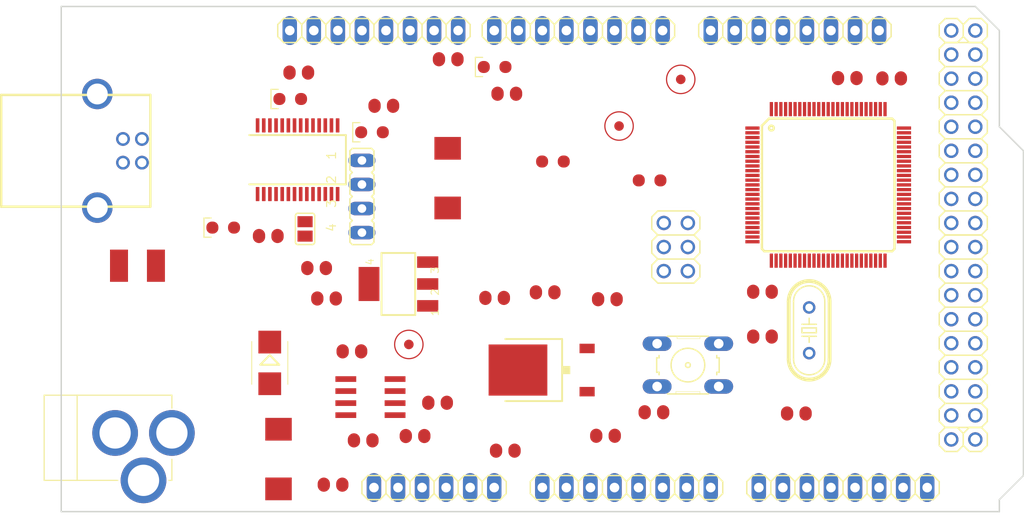
<source format=kicad_pcb>
(kicad_pcb (version 20171130) (host pcbnew "(5.1.2)-1")

  (general
    (thickness 1.6)
    (drawings 9)
    (tracks 0)
    (zones 0)
    (modules 64)
    (nets 100)
  )

  (page A4)
  (layers
    (0 Top signal)
    (31 Bottom signal)
    (32 B.Adhes user)
    (33 F.Adhes user)
    (34 B.Paste user)
    (35 F.Paste user)
    (36 B.SilkS user)
    (37 F.SilkS user)
    (38 B.Mask user)
    (39 F.Mask user)
    (40 Dwgs.User user)
    (41 Cmts.User user)
    (42 Eco1.User user)
    (43 Eco2.User user)
    (44 Edge.Cuts user)
    (45 Margin user)
    (46 B.CrtYd user)
    (47 F.CrtYd user)
    (48 B.Fab user)
    (49 F.Fab user)
  )

  (setup
    (last_trace_width 0.25)
    (trace_clearance 0.2)
    (zone_clearance 0.508)
    (zone_45_only no)
    (trace_min 0.2)
    (via_size 0.8)
    (via_drill 0.4)
    (via_min_size 0.4)
    (via_min_drill 0.3)
    (uvia_size 0.3)
    (uvia_drill 0.1)
    (uvias_allowed no)
    (uvia_min_size 0.2)
    (uvia_min_drill 0.1)
    (edge_width 0.05)
    (segment_width 0.2)
    (pcb_text_width 0.3)
    (pcb_text_size 1.5 1.5)
    (mod_edge_width 0.12)
    (mod_text_size 1 1)
    (mod_text_width 0.15)
    (pad_size 1.524 1.524)
    (pad_drill 0.762)
    (pad_to_mask_clearance 0.051)
    (solder_mask_min_width 0.25)
    (aux_axis_origin 0 0)
    (visible_elements FFFFFF7F)
    (pcbplotparams
      (layerselection 0x010fc_ffffffff)
      (usegerberextensions false)
      (usegerberattributes false)
      (usegerberadvancedattributes false)
      (creategerberjobfile false)
      (excludeedgelayer true)
      (linewidth 0.100000)
      (plotframeref false)
      (viasonmask false)
      (mode 1)
      (useauxorigin false)
      (hpglpennumber 1)
      (hpglpenspeed 20)
      (hpglpendiameter 15.000000)
      (psnegative false)
      (psa4output false)
      (plotreference true)
      (plotvalue true)
      (plotinvisibletext false)
      (padsonsilk false)
      (subtractmaskfromsilk false)
      (outputformat 1)
      (mirror false)
      (drillshape 1)
      (scaleselection 1)
      (outputdirectory ""))
  )

  (net 0 "")
  (net 1 +3V3)
  (net 2 +5V)
  (net 3 ADC0)
  (net 4 ADC10)
  (net 5 ADC11)
  (net 6 ADC12)
  (net 7 ADC13)
  (net 8 ADC14)
  (net 9 ADC15)
  (net 10 ADC1)
  (net 11 ADC2)
  (net 12 ADC3)
  (net 13 ADC4)
  (net 14 ADC5)
  (net 15 ADC6)
  (net 16 ADC7)
  (net 17 ADC8)
  (net 18 ADC9)
  (net 19 AREF)
  (net 20 CMP)
  (net 21 CTS)
  (net 22 D+)
  (net 23 D-)
  (net 24 DCD)
  (net 25 DSR)
  (net 26 DTR)
  (net 27 GATE_CMD)
  (net 28 GND)
  (net 29 M8RXD)
  (net 30 M8TXD)
  (net 31 N$15)
  (net 32 N$2)
  (net 33 N$3)
  (net 34 N$4)
  (net 35 N$53)
  (net 36 N$54)
  (net 37 N$55)
  (net 38 N$60)
  (net 39 N$6)
  (net 40 N$7)
  (net 41 PA0)
  (net 42 PA1)
  (net 43 PA2)
  (net 44 PA3)
  (net 45 PA4)
  (net 46 PA5)
  (net 47 PA6)
  (net 48 PA7)
  (net 49 PB0)
  (net 50 PB1)
  (net 51 PB2)
  (net 52 PB3)
  (net 53 PB4)
  (net 54 PB5)
  (net 55 PB6)
  (net 56 PB7)
  (net 57 PC0)
  (net 58 PC1)
  (net 59 PC2)
  (net 60 PC3)
  (net 61 PC4)
  (net 62 PC5)
  (net 63 PC6)
  (net 64 PC7)
  (net 65 PD7)
  (net 66 PE0)
  (net 67 PE1)
  (net 68 PE3)
  (net 69 PE4)
  (net 70 PE5)
  (net 71 PG0)
  (net 72 PG1)
  (net 73 PG2)
  (net 74 PG5)
  (net 75 PH3)
  (net 76 PH4)
  (net 77 PH5)
  (net 78 PH6)
  (net 79 PL0)
  (net 80 PL1)
  (net 81 PL2)
  (net 82 PL3)
  (net 83 PL4)
  (net 84 PL5)
  (net 85 PL6)
  (net 86 PL7)
  (net 87 PWRIN)
  (net 88 RESET)
  (net 89 RI)
  (net 90 RXD1)
  (net 91 RXD2)
  (net 92 RXD3)
  (net 93 SCL)
  (net 94 SDA)
  (net 95 TXD1)
  (net 96 TXD2)
  (net 97 TXD3)
  (net 98 USBVCC)
  (net 99 VIN)

  (net_class Default "This is the default net class."
    (clearance 0.2)
    (trace_width 0.25)
    (via_dia 0.8)
    (via_drill 0.4)
    (uvia_dia 0.3)
    (uvia_drill 0.1)
    (add_net +3V3)
    (add_net +5V)
    (add_net ADC0)
    (add_net ADC1)
    (add_net ADC10)
    (add_net ADC11)
    (add_net ADC12)
    (add_net ADC13)
    (add_net ADC14)
    (add_net ADC15)
    (add_net ADC2)
    (add_net ADC3)
    (add_net ADC4)
    (add_net ADC5)
    (add_net ADC6)
    (add_net ADC7)
    (add_net ADC8)
    (add_net ADC9)
    (add_net AREF)
    (add_net CMP)
    (add_net CTS)
    (add_net D+)
    (add_net D-)
    (add_net DCD)
    (add_net DSR)
    (add_net DTR)
    (add_net GATE_CMD)
    (add_net GND)
    (add_net M8RXD)
    (add_net M8TXD)
    (add_net N$15)
    (add_net N$2)
    (add_net N$3)
    (add_net N$4)
    (add_net N$53)
    (add_net N$54)
    (add_net N$55)
    (add_net N$6)
    (add_net N$60)
    (add_net N$7)
    (add_net PA0)
    (add_net PA1)
    (add_net PA2)
    (add_net PA3)
    (add_net PA4)
    (add_net PA5)
    (add_net PA6)
    (add_net PA7)
    (add_net PB0)
    (add_net PB1)
    (add_net PB2)
    (add_net PB3)
    (add_net PB4)
    (add_net PB5)
    (add_net PB6)
    (add_net PB7)
    (add_net PC0)
    (add_net PC1)
    (add_net PC2)
    (add_net PC3)
    (add_net PC4)
    (add_net PC5)
    (add_net PC6)
    (add_net PC7)
    (add_net PD7)
    (add_net PE0)
    (add_net PE1)
    (add_net PE3)
    (add_net PE4)
    (add_net PE5)
    (add_net PG0)
    (add_net PG1)
    (add_net PG2)
    (add_net PG5)
    (add_net PH3)
    (add_net PH4)
    (add_net PH5)
    (add_net PH6)
    (add_net PL0)
    (add_net PL1)
    (add_net PL2)
    (add_net PL3)
    (add_net PL4)
    (add_net PL5)
    (add_net PL6)
    (add_net PL7)
    (add_net PWRIN)
    (add_net RESET)
    (add_net RI)
    (add_net RXD1)
    (add_net RXD2)
    (add_net RXD3)
    (add_net SCL)
    (add_net SDA)
    (add_net TXD1)
    (add_net TXD2)
    (add_net TXD3)
    (add_net USBVCC)
    (add_net VIN)
  )

  (module "" (layer Top) (tedit 0) (tstamp 0)
    (at 112.9411 129.1336)
    (fp_text reference @HOLE0 (at 0 0) (layer F.SilkS) hide
      (effects (font (size 1.27 1.27) (thickness 0.15)))
    )
    (fp_text value "" (at 0 0) (layer F.SilkS)
      (effects (font (size 1.27 1.27) (thickness 0.15)))
    )
    (pad "" np_thru_hole circle (at 0 0) (size 3.2 3.2) (drill 3.2) (layers *.Cu *.Mask))
  )

  (module "" (layer Top) (tedit 0) (tstamp 0)
    (at 112.9411 80.8736)
    (fp_text reference @HOLE1 (at 0 0) (layer F.SilkS) hide
      (effects (font (size 1.27 1.27) (thickness 0.15)))
    )
    (fp_text value "" (at 0 0) (layer F.SilkS)
      (effects (font (size 1.27 1.27) (thickness 0.15)))
    )
    (pad "" np_thru_hole circle (at 0 0) (size 3.2 3.2) (drill 3.2) (layers *.Cu *.Mask))
  )

  (module "" (layer Top) (tedit 0) (tstamp 0)
    (at 187.8711 80.8736)
    (fp_text reference @HOLE2 (at 0 0) (layer F.SilkS) hide
      (effects (font (size 1.27 1.27) (thickness 0.15)))
    )
    (fp_text value "" (at 0 0) (layer F.SilkS)
      (effects (font (size 1.27 1.27) (thickness 0.15)))
    )
    (pad "" np_thru_hole circle (at 0 0) (size 3.2 3.2) (drill 3.2) (layers *.Cu *.Mask))
  )

  (module "" (layer Top) (tedit 0) (tstamp 0)
    (at 194.2211 129.1336)
    (fp_text reference @HOLE3 (at 0 0) (layer F.SilkS) hide
      (effects (font (size 1.27 1.27) (thickness 0.15)))
    )
    (fp_text value "" (at 0 0) (layer F.SilkS)
      (effects (font (size 1.27 1.27) (thickness 0.15)))
    )
    (pad "" np_thru_hole circle (at 0 0) (size 3.2 3.2) (drill 3.2) (layers *.Cu *.Mask))
  )

  (module poop2.bm1:1X08 (layer Top) (tedit 0) (tstamp 5D1ABC20)
    (at 180.2511 129.1336)
    (descr "<b>PIN HEADER</b>")
    (fp_text reference ADCH (at -10.2362 -1.8288) (layer F.SilkS) hide
      (effects (font (size 1.2065 1.2065) (thickness 0.127)) (justify left bottom))
    )
    (fp_text value "" (at -10.16 3.175) (layer F.Fab)
      (effects (font (size 1.2065 1.2065) (thickness 0.09652)) (justify left bottom))
    )
    (fp_line (start 9.525 -1.27) (end 10.16 -0.635) (layer F.SilkS) (width 0.1524))
    (fp_line (start 9.525 1.27) (end 8.255 1.27) (layer F.SilkS) (width 0.1524))
    (fp_poly (pts (xy 8.636 0.254) (xy 9.144 0.254) (xy 9.144 -0.254) (xy 8.636 -0.254)) (layer F.Fab) (width 0))
    (fp_line (start 8.255 -1.27) (end 9.525 -1.27) (layer F.SilkS) (width 0.1524))
    (fp_line (start 8.255 -1.27) (end 7.62 -0.635) (layer F.SilkS) (width 0.1524))
    (fp_line (start 7.62 -0.635) (end 7.62 0.635) (layer F.SilkS) (width 0.1524))
    (fp_line (start 7.62 0.635) (end 8.255 1.27) (layer F.SilkS) (width 0.1524))
    (fp_line (start 7.62 0.635) (end 6.985 1.27) (layer F.SilkS) (width 0.1524))
    (fp_line (start 6.985 -1.27) (end 7.62 -0.635) (layer F.SilkS) (width 0.1524))
    (fp_line (start 6.985 1.27) (end 5.715 1.27) (layer F.SilkS) (width 0.1524))
    (fp_poly (pts (xy 6.096 0.254) (xy 6.604 0.254) (xy 6.604 -0.254) (xy 6.096 -0.254)) (layer F.Fab) (width 0))
    (fp_line (start 5.715 -1.27) (end 6.985 -1.27) (layer F.SilkS) (width 0.1524))
    (fp_line (start 5.715 -1.27) (end 5.08 -0.635) (layer F.SilkS) (width 0.1524))
    (fp_line (start 5.08 -0.635) (end 5.08 0.635) (layer F.SilkS) (width 0.1524))
    (fp_line (start 5.08 0.635) (end 5.715 1.27) (layer F.SilkS) (width 0.1524))
    (fp_line (start 5.08 0.635) (end 4.445 1.27) (layer F.SilkS) (width 0.1524))
    (fp_line (start 4.445 -1.27) (end 5.08 -0.635) (layer F.SilkS) (width 0.1524))
    (fp_line (start 4.445 1.27) (end 3.175 1.27) (layer F.SilkS) (width 0.1524))
    (fp_poly (pts (xy 3.556 0.254) (xy 4.064 0.254) (xy 4.064 -0.254) (xy 3.556 -0.254)) (layer F.Fab) (width 0))
    (fp_line (start 3.175 -1.27) (end 4.445 -1.27) (layer F.SilkS) (width 0.1524))
    (fp_line (start 3.175 1.27) (end 2.54 0.635) (layer F.SilkS) (width 0.1524))
    (fp_line (start 2.54 -0.635) (end 3.175 -1.27) (layer F.SilkS) (width 0.1524))
    (fp_line (start 2.54 -0.635) (end 2.54 0.635) (layer F.SilkS) (width 0.1524))
    (fp_line (start 2.54 0.635) (end 1.905 1.27) (layer F.SilkS) (width 0.1524))
    (fp_line (start 10.16 -0.635) (end 10.16 0.635) (layer F.SilkS) (width 0.1524))
    (fp_line (start 10.16 0.635) (end 9.525 1.27) (layer F.SilkS) (width 0.1524))
    (fp_line (start 1.905 -1.27) (end 2.54 -0.635) (layer F.SilkS) (width 0.1524))
    (fp_line (start 1.905 1.27) (end 0.635 1.27) (layer F.SilkS) (width 0.1524))
    (fp_poly (pts (xy 1.016 0.254) (xy 1.524 0.254) (xy 1.524 -0.254) (xy 1.016 -0.254)) (layer F.Fab) (width 0))
    (fp_line (start 0.635 -1.27) (end 1.905 -1.27) (layer F.SilkS) (width 0.1524))
    (fp_line (start 0.635 1.27) (end 0 0.635) (layer F.SilkS) (width 0.1524))
    (fp_line (start 0 -0.635) (end 0.635 -1.27) (layer F.SilkS) (width 0.1524))
    (fp_line (start 0 -0.635) (end 0 0.635) (layer F.SilkS) (width 0.1524))
    (fp_line (start 0 0.635) (end -0.635 1.27) (layer F.SilkS) (width 0.1524))
    (fp_line (start -9.525 -1.27) (end -8.255 -1.27) (layer F.SilkS) (width 0.1524))
    (fp_line (start -9.525 -1.27) (end -10.16 -0.635) (layer F.SilkS) (width 0.1524))
    (fp_poly (pts (xy -9.144 0.254) (xy -8.636 0.254) (xy -8.636 -0.254) (xy -9.144 -0.254)) (layer F.Fab) (width 0))
    (fp_line (start -8.255 -1.27) (end -7.62 -0.635) (layer F.SilkS) (width 0.1524))
    (fp_line (start -8.255 1.27) (end -9.525 1.27) (layer F.SilkS) (width 0.1524))
    (fp_line (start -7.62 -0.635) (end -7.62 0.635) (layer F.SilkS) (width 0.1524))
    (fp_line (start -7.62 -0.635) (end -6.985 -1.27) (layer F.SilkS) (width 0.1524))
    (fp_line (start -7.62 0.635) (end -8.255 1.27) (layer F.SilkS) (width 0.1524))
    (fp_line (start -6.985 -1.27) (end -5.715 -1.27) (layer F.SilkS) (width 0.1524))
    (fp_line (start -6.985 1.27) (end -7.62 0.635) (layer F.SilkS) (width 0.1524))
    (fp_poly (pts (xy -6.604 0.254) (xy -6.096 0.254) (xy -6.096 -0.254) (xy -6.604 -0.254)) (layer F.Fab) (width 0))
    (fp_line (start -5.715 -1.27) (end -5.08 -0.635) (layer F.SilkS) (width 0.1524))
    (fp_line (start -5.715 1.27) (end -6.985 1.27) (layer F.SilkS) (width 0.1524))
    (fp_line (start -5.08 -0.635) (end -5.08 0.635) (layer F.SilkS) (width 0.1524))
    (fp_line (start -5.08 -0.635) (end -4.445 -1.27) (layer F.SilkS) (width 0.1524))
    (fp_line (start -5.08 0.635) (end -5.715 1.27) (layer F.SilkS) (width 0.1524))
    (fp_line (start -4.445 -1.27) (end -3.175 -1.27) (layer F.SilkS) (width 0.1524))
    (fp_line (start -4.445 1.27) (end -5.08 0.635) (layer F.SilkS) (width 0.1524))
    (fp_poly (pts (xy -4.064 0.254) (xy -3.556 0.254) (xy -3.556 -0.254) (xy -4.064 -0.254)) (layer F.Fab) (width 0))
    (fp_line (start -3.175 -1.27) (end -2.54 -0.635) (layer F.SilkS) (width 0.1524))
    (fp_line (start -3.175 1.27) (end -4.445 1.27) (layer F.SilkS) (width 0.1524))
    (fp_line (start -2.54 -0.635) (end -2.54 0.635) (layer F.SilkS) (width 0.1524))
    (fp_line (start -2.54 0.635) (end -3.175 1.27) (layer F.SilkS) (width 0.1524))
    (fp_line (start -2.54 0.635) (end -1.905 1.27) (layer F.SilkS) (width 0.1524))
    (fp_line (start -10.16 -0.635) (end -10.16 0.635) (layer F.SilkS) (width 0.1524))
    (fp_line (start -10.16 0.635) (end -9.525 1.27) (layer F.SilkS) (width 0.1524))
    (fp_line (start -1.905 -1.27) (end -2.54 -0.635) (layer F.SilkS) (width 0.1524))
    (fp_line (start -1.905 -1.27) (end -0.635 -1.27) (layer F.SilkS) (width 0.1524))
    (fp_poly (pts (xy -1.524 0.254) (xy -1.016 0.254) (xy -1.016 -0.254) (xy -1.524 -0.254)) (layer F.Fab) (width 0))
    (fp_line (start -0.635 -1.27) (end 0 -0.635) (layer F.SilkS) (width 0.1524))
    (fp_line (start -0.635 1.27) (end -1.905 1.27) (layer F.SilkS) (width 0.1524))
    (pad 8 thru_hole oval (at 8.89 0 90) (size 3.048 1.524) (drill 1.016) (layers *.Cu *.Mask)
      (net 9 ADC15) (solder_mask_margin 0.1524))
    (pad 7 thru_hole oval (at 6.35 0 90) (size 3.048 1.524) (drill 1.016) (layers *.Cu *.Mask)
      (net 8 ADC14) (solder_mask_margin 0.1524))
    (pad 6 thru_hole oval (at 3.81 0 90) (size 3.048 1.524) (drill 1.016) (layers *.Cu *.Mask)
      (net 7 ADC13) (solder_mask_margin 0.1524))
    (pad 5 thru_hole oval (at 1.27 0 90) (size 3.048 1.524) (drill 1.016) (layers *.Cu *.Mask)
      (net 6 ADC12) (solder_mask_margin 0.1524))
    (pad 4 thru_hole oval (at -1.27 0 90) (size 3.048 1.524) (drill 1.016) (layers *.Cu *.Mask)
      (net 5 ADC11) (solder_mask_margin 0.1524))
    (pad 3 thru_hole oval (at -3.81 0 90) (size 3.048 1.524) (drill 1.016) (layers *.Cu *.Mask)
      (net 4 ADC10) (solder_mask_margin 0.1524))
    (pad 2 thru_hole oval (at -6.35 0 90) (size 3.048 1.524) (drill 1.016) (layers *.Cu *.Mask)
      (net 18 ADC9) (solder_mask_margin 0.1524))
    (pad 1 thru_hole oval (at -8.89 0 90) (size 3.048 1.524) (drill 1.016) (layers *.Cu *.Mask)
      (net 17 ADC8) (solder_mask_margin 0.1524))
  )

  (module poop2.bm1:1X08 (layer Top) (tedit 0) (tstamp 5D1ABC6C)
    (at 157.3911 129.1336)
    (descr "<b>PIN HEADER</b>")
    (fp_text reference ADCL (at -10.2362 -1.8288) (layer F.SilkS) hide
      (effects (font (size 1.2065 1.2065) (thickness 0.127)) (justify left bottom))
    )
    (fp_text value "" (at -10.16 3.175) (layer F.Fab)
      (effects (font (size 1.2065 1.2065) (thickness 0.09652)) (justify left bottom))
    )
    (fp_line (start 9.525 -1.27) (end 10.16 -0.635) (layer F.SilkS) (width 0.1524))
    (fp_line (start 9.525 1.27) (end 8.255 1.27) (layer F.SilkS) (width 0.1524))
    (fp_poly (pts (xy 8.636 0.254) (xy 9.144 0.254) (xy 9.144 -0.254) (xy 8.636 -0.254)) (layer F.Fab) (width 0))
    (fp_line (start 8.255 -1.27) (end 9.525 -1.27) (layer F.SilkS) (width 0.1524))
    (fp_line (start 8.255 -1.27) (end 7.62 -0.635) (layer F.SilkS) (width 0.1524))
    (fp_line (start 7.62 -0.635) (end 7.62 0.635) (layer F.SilkS) (width 0.1524))
    (fp_line (start 7.62 0.635) (end 8.255 1.27) (layer F.SilkS) (width 0.1524))
    (fp_line (start 7.62 0.635) (end 6.985 1.27) (layer F.SilkS) (width 0.1524))
    (fp_line (start 6.985 -1.27) (end 7.62 -0.635) (layer F.SilkS) (width 0.1524))
    (fp_line (start 6.985 1.27) (end 5.715 1.27) (layer F.SilkS) (width 0.1524))
    (fp_poly (pts (xy 6.096 0.254) (xy 6.604 0.254) (xy 6.604 -0.254) (xy 6.096 -0.254)) (layer F.Fab) (width 0))
    (fp_line (start 5.715 -1.27) (end 6.985 -1.27) (layer F.SilkS) (width 0.1524))
    (fp_line (start 5.715 -1.27) (end 5.08 -0.635) (layer F.SilkS) (width 0.1524))
    (fp_line (start 5.08 -0.635) (end 5.08 0.635) (layer F.SilkS) (width 0.1524))
    (fp_line (start 5.08 0.635) (end 5.715 1.27) (layer F.SilkS) (width 0.1524))
    (fp_line (start 5.08 0.635) (end 4.445 1.27) (layer F.SilkS) (width 0.1524))
    (fp_line (start 4.445 -1.27) (end 5.08 -0.635) (layer F.SilkS) (width 0.1524))
    (fp_line (start 4.445 1.27) (end 3.175 1.27) (layer F.SilkS) (width 0.1524))
    (fp_poly (pts (xy 3.556 0.254) (xy 4.064 0.254) (xy 4.064 -0.254) (xy 3.556 -0.254)) (layer F.Fab) (width 0))
    (fp_line (start 3.175 -1.27) (end 4.445 -1.27) (layer F.SilkS) (width 0.1524))
    (fp_line (start 3.175 1.27) (end 2.54 0.635) (layer F.SilkS) (width 0.1524))
    (fp_line (start 2.54 -0.635) (end 3.175 -1.27) (layer F.SilkS) (width 0.1524))
    (fp_line (start 2.54 -0.635) (end 2.54 0.635) (layer F.SilkS) (width 0.1524))
    (fp_line (start 2.54 0.635) (end 1.905 1.27) (layer F.SilkS) (width 0.1524))
    (fp_line (start 10.16 -0.635) (end 10.16 0.635) (layer F.SilkS) (width 0.1524))
    (fp_line (start 10.16 0.635) (end 9.525 1.27) (layer F.SilkS) (width 0.1524))
    (fp_line (start 1.905 -1.27) (end 2.54 -0.635) (layer F.SilkS) (width 0.1524))
    (fp_line (start 1.905 1.27) (end 0.635 1.27) (layer F.SilkS) (width 0.1524))
    (fp_poly (pts (xy 1.016 0.254) (xy 1.524 0.254) (xy 1.524 -0.254) (xy 1.016 -0.254)) (layer F.Fab) (width 0))
    (fp_line (start 0.635 -1.27) (end 1.905 -1.27) (layer F.SilkS) (width 0.1524))
    (fp_line (start 0.635 1.27) (end 0 0.635) (layer F.SilkS) (width 0.1524))
    (fp_line (start 0 -0.635) (end 0.635 -1.27) (layer F.SilkS) (width 0.1524))
    (fp_line (start 0 -0.635) (end 0 0.635) (layer F.SilkS) (width 0.1524))
    (fp_line (start 0 0.635) (end -0.635 1.27) (layer F.SilkS) (width 0.1524))
    (fp_line (start -9.525 -1.27) (end -8.255 -1.27) (layer F.SilkS) (width 0.1524))
    (fp_line (start -9.525 -1.27) (end -10.16 -0.635) (layer F.SilkS) (width 0.1524))
    (fp_poly (pts (xy -9.144 0.254) (xy -8.636 0.254) (xy -8.636 -0.254) (xy -9.144 -0.254)) (layer F.Fab) (width 0))
    (fp_line (start -8.255 -1.27) (end -7.62 -0.635) (layer F.SilkS) (width 0.1524))
    (fp_line (start -8.255 1.27) (end -9.525 1.27) (layer F.SilkS) (width 0.1524))
    (fp_line (start -7.62 -0.635) (end -7.62 0.635) (layer F.SilkS) (width 0.1524))
    (fp_line (start -7.62 -0.635) (end -6.985 -1.27) (layer F.SilkS) (width 0.1524))
    (fp_line (start -7.62 0.635) (end -8.255 1.27) (layer F.SilkS) (width 0.1524))
    (fp_line (start -6.985 -1.27) (end -5.715 -1.27) (layer F.SilkS) (width 0.1524))
    (fp_line (start -6.985 1.27) (end -7.62 0.635) (layer F.SilkS) (width 0.1524))
    (fp_poly (pts (xy -6.604 0.254) (xy -6.096 0.254) (xy -6.096 -0.254) (xy -6.604 -0.254)) (layer F.Fab) (width 0))
    (fp_line (start -5.715 -1.27) (end -5.08 -0.635) (layer F.SilkS) (width 0.1524))
    (fp_line (start -5.715 1.27) (end -6.985 1.27) (layer F.SilkS) (width 0.1524))
    (fp_line (start -5.08 -0.635) (end -5.08 0.635) (layer F.SilkS) (width 0.1524))
    (fp_line (start -5.08 -0.635) (end -4.445 -1.27) (layer F.SilkS) (width 0.1524))
    (fp_line (start -5.08 0.635) (end -5.715 1.27) (layer F.SilkS) (width 0.1524))
    (fp_line (start -4.445 -1.27) (end -3.175 -1.27) (layer F.SilkS) (width 0.1524))
    (fp_line (start -4.445 1.27) (end -5.08 0.635) (layer F.SilkS) (width 0.1524))
    (fp_poly (pts (xy -4.064 0.254) (xy -3.556 0.254) (xy -3.556 -0.254) (xy -4.064 -0.254)) (layer F.Fab) (width 0))
    (fp_line (start -3.175 -1.27) (end -2.54 -0.635) (layer F.SilkS) (width 0.1524))
    (fp_line (start -3.175 1.27) (end -4.445 1.27) (layer F.SilkS) (width 0.1524))
    (fp_line (start -2.54 -0.635) (end -2.54 0.635) (layer F.SilkS) (width 0.1524))
    (fp_line (start -2.54 0.635) (end -3.175 1.27) (layer F.SilkS) (width 0.1524))
    (fp_line (start -2.54 0.635) (end -1.905 1.27) (layer F.SilkS) (width 0.1524))
    (fp_line (start -10.16 -0.635) (end -10.16 0.635) (layer F.SilkS) (width 0.1524))
    (fp_line (start -10.16 0.635) (end -9.525 1.27) (layer F.SilkS) (width 0.1524))
    (fp_line (start -1.905 -1.27) (end -2.54 -0.635) (layer F.SilkS) (width 0.1524))
    (fp_line (start -1.905 -1.27) (end -0.635 -1.27) (layer F.SilkS) (width 0.1524))
    (fp_poly (pts (xy -1.524 0.254) (xy -1.016 0.254) (xy -1.016 -0.254) (xy -1.524 -0.254)) (layer F.Fab) (width 0))
    (fp_line (start -0.635 -1.27) (end 0 -0.635) (layer F.SilkS) (width 0.1524))
    (fp_line (start -0.635 1.27) (end -1.905 1.27) (layer F.SilkS) (width 0.1524))
    (pad 8 thru_hole oval (at 8.89 0 90) (size 3.048 1.524) (drill 1.016) (layers *.Cu *.Mask)
      (net 16 ADC7) (solder_mask_margin 0.1524))
    (pad 7 thru_hole oval (at 6.35 0 90) (size 3.048 1.524) (drill 1.016) (layers *.Cu *.Mask)
      (net 15 ADC6) (solder_mask_margin 0.1524))
    (pad 6 thru_hole oval (at 3.81 0 90) (size 3.048 1.524) (drill 1.016) (layers *.Cu *.Mask)
      (net 14 ADC5) (solder_mask_margin 0.1524))
    (pad 5 thru_hole oval (at 1.27 0 90) (size 3.048 1.524) (drill 1.016) (layers *.Cu *.Mask)
      (net 13 ADC4) (solder_mask_margin 0.1524))
    (pad 4 thru_hole oval (at -1.27 0 90) (size 3.048 1.524) (drill 1.016) (layers *.Cu *.Mask)
      (net 12 ADC3) (solder_mask_margin 0.1524))
    (pad 3 thru_hole oval (at -3.81 0 90) (size 3.048 1.524) (drill 1.016) (layers *.Cu *.Mask)
      (net 11 ADC2) (solder_mask_margin 0.1524))
    (pad 2 thru_hole oval (at -6.35 0 90) (size 3.048 1.524) (drill 1.016) (layers *.Cu *.Mask)
      (net 10 ADC1) (solder_mask_margin 0.1524))
    (pad 1 thru_hole oval (at -8.89 0 90) (size 3.048 1.524) (drill 1.016) (layers *.Cu *.Mask)
      (net 3 ADC0) (solder_mask_margin 0.1524))
  )

  (module poop2.bm1:C0805RND (layer Top) (tedit 0) (tstamp 5D1ABCB8)
    (at 148.8002 108.5162)
    (descr "<b>CAPACITOR</b><p>\nchip")
    (fp_text reference C10 (at -0.889 -1.016) (layer F.SilkS) hide
      (effects (font (size 1.2065 1.2065) (thickness 0.1016)) (justify left bottom))
    )
    (fp_text value 100n (at -0.889 2.286) (layer F.Fab) hide
      (effects (font (size 1.2065 1.2065) (thickness 0.1016)) (justify left bottom))
    )
    (fp_line (start 1.973 -0.983) (end 1.973 0.983) (layer Dwgs.User) (width 0.0508))
    (fp_line (start 1.973 0.983) (end -1.973 0.983) (layer Dwgs.User) (width 0.0508))
    (fp_poly (pts (xy 0.3556 0.7239) (xy 1.1057 0.7239) (xy 1.1057 -0.7262) (xy 0.3556 -0.7262)) (layer F.Fab) (width 0))
    (fp_line (start -1.973 -0.983) (end 1.973 -0.983) (layer Dwgs.User) (width 0.0508))
    (fp_line (start -1.973 0.983) (end -1.973 -0.983) (layer Dwgs.User) (width 0.0508))
    (fp_poly (pts (xy -1.0922 0.7239) (xy -0.3421 0.7239) (xy -0.3421 -0.7262) (xy -1.0922 -0.7262)) (layer F.Fab) (width 0))
    (fp_line (start -0.381 -0.66) (end 0.381 -0.66) (layer F.Fab) (width 0.1016))
    (fp_line (start -0.356 0.66) (end 0.381 0.66) (layer F.Fab) (width 0.1016))
    (fp_poly (pts (xy -0.1001 0.4001) (xy 0.1001 0.4001) (xy 0.1001 -0.4001) (xy -0.1001 -0.4001)) (layer F.Adhes) (width 0))
    (pad 2 smd roundrect (at 0.977 0) (size 1.3 1.5) (layers Top F.Paste F.Mask) (roundrect_rratio 0.5)
      (net 28 GND) (solder_mask_margin 0.1524))
    (pad 1 smd roundrect (at -0.977 0) (size 1.3 1.5) (layers Top F.Paste F.Mask) (roundrect_rratio 0.5)
      (net 2 +5V) (solder_mask_margin 0.1524))
  )

  (module poop2.bm1:C0805RND (layer Top) (tedit 0) (tstamp 5D1ABCC6)
    (at 175.3228 121.31017)
    (descr "<b>CAPACITOR</b><p>\nchip")
    (fp_text reference C11 (at -0.889 -1.016) (layer F.SilkS) hide
      (effects (font (size 1.2065 1.2065) (thickness 0.1016)) (justify left bottom))
    )
    (fp_text value 22p (at -0.889 2.286) (layer F.Fab) hide
      (effects (font (size 1.2065 1.2065) (thickness 0.1016)) (justify left bottom))
    )
    (fp_line (start 1.973 -0.983) (end 1.973 0.983) (layer Dwgs.User) (width 0.0508))
    (fp_line (start 1.973 0.983) (end -1.973 0.983) (layer Dwgs.User) (width 0.0508))
    (fp_poly (pts (xy 0.3556 0.7239) (xy 1.1057 0.7239) (xy 1.1057 -0.7262) (xy 0.3556 -0.7262)) (layer F.Fab) (width 0))
    (fp_line (start -1.973 -0.983) (end 1.973 -0.983) (layer Dwgs.User) (width 0.0508))
    (fp_line (start -1.973 0.983) (end -1.973 -0.983) (layer Dwgs.User) (width 0.0508))
    (fp_poly (pts (xy -1.0922 0.7239) (xy -0.3421 0.7239) (xy -0.3421 -0.7262) (xy -1.0922 -0.7262)) (layer F.Fab) (width 0))
    (fp_line (start -0.381 -0.66) (end 0.381 -0.66) (layer F.Fab) (width 0.1016))
    (fp_line (start -0.356 0.66) (end 0.381 0.66) (layer F.Fab) (width 0.1016))
    (fp_poly (pts (xy -0.1001 0.4001) (xy 0.1001 0.4001) (xy 0.1001 -0.4001) (xy -0.1001 -0.4001)) (layer F.Adhes) (width 0))
    (pad 2 smd roundrect (at 0.977 0) (size 1.3 1.5) (layers Top F.Paste F.Mask) (roundrect_rratio 0.5)
      (net 28 GND) (solder_mask_margin 0.1524))
    (pad 1 smd roundrect (at -0.977 0) (size 1.3 1.5) (layers Top F.Paste F.Mask) (roundrect_rratio 0.5)
      (net 88 RESET) (solder_mask_margin 0.1524))
  )

  (module poop2.bm1:C0805RND (layer Top) (tedit 0) (tstamp 5D1ABCD4)
    (at 125.7158 109.1682 180)
    (descr "<b>CAPACITOR</b><p>\nchip")
    (fp_text reference C12 (at -0.889 -1.016 180) (layer F.SilkS) hide
      (effects (font (size 1.2065 1.2065) (thickness 0.1016)) (justify right top))
    )
    (fp_text value 100n (at -0.889 2.286 180) (layer F.Fab) hide
      (effects (font (size 1.2065 1.2065) (thickness 0.1016)) (justify right top))
    )
    (fp_line (start 1.973 -0.983) (end 1.973 0.983) (layer Dwgs.User) (width 0.0508))
    (fp_line (start 1.973 0.983) (end -1.973 0.983) (layer Dwgs.User) (width 0.0508))
    (fp_poly (pts (xy 0.3556 0.7239) (xy 1.1057 0.7239) (xy 1.1057 -0.7262) (xy 0.3556 -0.7262)) (layer F.Fab) (width 0))
    (fp_line (start -1.973 -0.983) (end 1.973 -0.983) (layer Dwgs.User) (width 0.0508))
    (fp_line (start -1.973 0.983) (end -1.973 -0.983) (layer Dwgs.User) (width 0.0508))
    (fp_poly (pts (xy -1.0922 0.7239) (xy -0.3421 0.7239) (xy -0.3421 -0.7262) (xy -1.0922 -0.7262)) (layer F.Fab) (width 0))
    (fp_line (start -0.381 -0.66) (end 0.381 -0.66) (layer F.Fab) (width 0.1016))
    (fp_line (start -0.356 0.66) (end 0.381 0.66) (layer F.Fab) (width 0.1016))
    (fp_poly (pts (xy -0.1001 0.4001) (xy 0.1001 0.4001) (xy 0.1001 -0.4001) (xy -0.1001 -0.4001)) (layer F.Adhes) (width 0))
    (pad 2 smd roundrect (at 0.977 0 180) (size 1.3 1.5) (layers Top F.Paste F.Mask) (roundrect_rratio 0.5)
      (net 88 RESET) (solder_mask_margin 0.1524))
    (pad 1 smd roundrect (at -0.977 0 180) (size 1.3 1.5) (layers Top F.Paste F.Mask) (roundrect_rratio 0.5)
      (net 26 DTR) (solder_mask_margin 0.1524))
  )

  (module poop2.bm1:C0805RND (layer Top) (tedit 0) (tstamp 5D1ABCE2)
    (at 129.586 124.14952 180)
    (descr "<b>CAPACITOR</b><p>\nchip")
    (fp_text reference C13 (at -0.889 -1.016 180) (layer F.SilkS) hide
      (effects (font (size 1.2065 1.2065) (thickness 0.1016)) (justify right top))
    )
    (fp_text value 100n (at -0.889 2.286 180) (layer F.Fab) hide
      (effects (font (size 1.2065 1.2065) (thickness 0.1016)) (justify right top))
    )
    (fp_line (start 1.973 -0.983) (end 1.973 0.983) (layer Dwgs.User) (width 0.0508))
    (fp_line (start 1.973 0.983) (end -1.973 0.983) (layer Dwgs.User) (width 0.0508))
    (fp_poly (pts (xy 0.3556 0.7239) (xy 1.1057 0.7239) (xy 1.1057 -0.7262) (xy 0.3556 -0.7262)) (layer F.Fab) (width 0))
    (fp_line (start -1.973 -0.983) (end 1.973 -0.983) (layer Dwgs.User) (width 0.0508))
    (fp_line (start -1.973 0.983) (end -1.973 -0.983) (layer Dwgs.User) (width 0.0508))
    (fp_poly (pts (xy -1.0922 0.7239) (xy -0.3421 0.7239) (xy -0.3421 -0.7262) (xy -1.0922 -0.7262)) (layer F.Fab) (width 0))
    (fp_line (start -0.381 -0.66) (end 0.381 -0.66) (layer F.Fab) (width 0.1016))
    (fp_line (start -0.356 0.66) (end 0.381 0.66) (layer F.Fab) (width 0.1016))
    (fp_poly (pts (xy -0.1001 0.4001) (xy 0.1001 0.4001) (xy 0.1001 -0.4001) (xy -0.1001 -0.4001)) (layer F.Adhes) (width 0))
    (pad 2 smd roundrect (at 0.977 0 180) (size 1.3 1.5) (layers Top F.Paste F.Mask) (roundrect_rratio 0.5)
      (net 20 CMP) (solder_mask_margin 0.1524))
    (pad 1 smd roundrect (at -0.977 0 180) (size 1.3 1.5) (layers Top F.Paste F.Mask) (roundrect_rratio 0.5)
      (net 28 GND) (solder_mask_margin 0.1524))
  )

  (module poop2.bm1:C0805RND (layer Top) (tedit 0) (tstamp 5D1ABCF0)
    (at 124.6649 105.9562)
    (descr "<b>CAPACITOR</b><p>\nchip")
    (fp_text reference C14 (at -0.889 -1.016) (layer F.SilkS) hide
      (effects (font (size 1.2065 1.2065) (thickness 0.1016)) (justify left bottom))
    )
    (fp_text value 100n (at -0.889 2.286) (layer F.Fab) hide
      (effects (font (size 1.2065 1.2065) (thickness 0.1016)) (justify left bottom))
    )
    (fp_line (start 1.973 -0.983) (end 1.973 0.983) (layer Dwgs.User) (width 0.0508))
    (fp_line (start 1.973 0.983) (end -1.973 0.983) (layer Dwgs.User) (width 0.0508))
    (fp_poly (pts (xy 0.3556 0.7239) (xy 1.1057 0.7239) (xy 1.1057 -0.7262) (xy 0.3556 -0.7262)) (layer F.Fab) (width 0))
    (fp_line (start -1.973 -0.983) (end 1.973 -0.983) (layer Dwgs.User) (width 0.0508))
    (fp_line (start -1.973 0.983) (end -1.973 -0.983) (layer Dwgs.User) (width 0.0508))
    (fp_poly (pts (xy -1.0922 0.7239) (xy -0.3421 0.7239) (xy -0.3421 -0.7262) (xy -1.0922 -0.7262)) (layer F.Fab) (width 0))
    (fp_line (start -0.381 -0.66) (end 0.381 -0.66) (layer F.Fab) (width 0.1016))
    (fp_line (start -0.356 0.66) (end 0.381 0.66) (layer F.Fab) (width 0.1016))
    (fp_poly (pts (xy -0.1001 0.4001) (xy 0.1001 0.4001) (xy 0.1001 -0.4001) (xy -0.1001 -0.4001)) (layer F.Adhes) (width 0))
    (pad 2 smd roundrect (at 0.977 0) (size 1.3 1.5) (layers Top F.Paste F.Mask) (roundrect_rratio 0.5)
      (net 28 GND) (solder_mask_margin 0.1524))
    (pad 1 smd roundrect (at -0.977 0) (size 1.3 1.5) (layers Top F.Paste F.Mask) (roundrect_rratio 0.5)
      (net 98 USBVCC) (solder_mask_margin 0.1524))
  )

  (module poop2.bm1:C0805RND (layer Top) (tedit 0) (tstamp 5D1ABCFE)
    (at 128.3941 114.7507)
    (descr "<b>CAPACITOR</b><p>\nchip")
    (fp_text reference C15 (at -0.889 -1.016) (layer F.SilkS) hide
      (effects (font (size 1.2065 1.2065) (thickness 0.1016)) (justify left bottom))
    )
    (fp_text value 100n (at -0.889 2.286) (layer F.Fab) hide
      (effects (font (size 1.2065 1.2065) (thickness 0.1016)) (justify left bottom))
    )
    (fp_line (start 1.973 -0.983) (end 1.973 0.983) (layer Dwgs.User) (width 0.0508))
    (fp_line (start 1.973 0.983) (end -1.973 0.983) (layer Dwgs.User) (width 0.0508))
    (fp_poly (pts (xy 0.3556 0.7239) (xy 1.1057 0.7239) (xy 1.1057 -0.7262) (xy 0.3556 -0.7262)) (layer F.Fab) (width 0))
    (fp_line (start -1.973 -0.983) (end 1.973 -0.983) (layer Dwgs.User) (width 0.0508))
    (fp_line (start -1.973 0.983) (end -1.973 -0.983) (layer Dwgs.User) (width 0.0508))
    (fp_poly (pts (xy -1.0922 0.7239) (xy -0.3421 0.7239) (xy -0.3421 -0.7262) (xy -1.0922 -0.7262)) (layer F.Fab) (width 0))
    (fp_line (start -0.381 -0.66) (end 0.381 -0.66) (layer F.Fab) (width 0.1016))
    (fp_line (start -0.356 0.66) (end 0.381 0.66) (layer F.Fab) (width 0.1016))
    (fp_poly (pts (xy -0.1001 0.4001) (xy 0.1001 0.4001) (xy 0.1001 -0.4001) (xy -0.1001 -0.4001)) (layer F.Adhes) (width 0))
    (pad 2 smd roundrect (at 0.977 0) (size 1.3 1.5) (layers Top F.Paste F.Mask) (roundrect_rratio 0.5)
      (net 1 +3V3) (solder_mask_margin 0.1524))
    (pad 1 smd roundrect (at -0.977 0) (size 1.3 1.5) (layers Top F.Paste F.Mask) (roundrect_rratio 0.5)
      (net 28 GND) (solder_mask_margin 0.1524))
  )

  (module poop2.bm1:C0805RND (layer Top) (tedit 0) (tstamp 5D1ABD0C)
    (at 160.2852 121.18105)
    (descr "<b>CAPACITOR</b><p>\nchip")
    (fp_text reference C16 (at -0.889 -1.016) (layer F.SilkS) hide
      (effects (font (size 1.2065 1.2065) (thickness 0.1016)) (justify left bottom))
    )
    (fp_text value 100n (at -0.889 2.286) (layer F.Fab) hide
      (effects (font (size 1.2065 1.2065) (thickness 0.1016)) (justify left bottom))
    )
    (fp_line (start 1.973 -0.983) (end 1.973 0.983) (layer Dwgs.User) (width 0.0508))
    (fp_line (start 1.973 0.983) (end -1.973 0.983) (layer Dwgs.User) (width 0.0508))
    (fp_poly (pts (xy 0.3556 0.7239) (xy 1.1057 0.7239) (xy 1.1057 -0.7262) (xy 0.3556 -0.7262)) (layer F.Fab) (width 0))
    (fp_line (start -1.973 -0.983) (end 1.973 -0.983) (layer Dwgs.User) (width 0.0508))
    (fp_line (start -1.973 0.983) (end -1.973 -0.983) (layer Dwgs.User) (width 0.0508))
    (fp_poly (pts (xy -1.0922 0.7239) (xy -0.3421 0.7239) (xy -0.3421 -0.7262) (xy -1.0922 -0.7262)) (layer F.Fab) (width 0))
    (fp_line (start -0.381 -0.66) (end 0.381 -0.66) (layer F.Fab) (width 0.1016))
    (fp_line (start -0.356 0.66) (end 0.381 0.66) (layer F.Fab) (width 0.1016))
    (fp_poly (pts (xy -0.1001 0.4001) (xy 0.1001 0.4001) (xy 0.1001 -0.4001) (xy -0.1001 -0.4001)) (layer F.Adhes) (width 0))
    (pad 2 smd roundrect (at 0.977 0) (size 1.3 1.5) (layers Top F.Paste F.Mask) (roundrect_rratio 0.5)
      (net 28 GND) (solder_mask_margin 0.1524))
    (pad 1 smd roundrect (at -0.977 0) (size 1.3 1.5) (layers Top F.Paste F.Mask) (roundrect_rratio 0.5)
      (net 2 +5V) (solder_mask_margin 0.1524))
  )

  (module poop2.bm1:C0805RND (layer Top) (tedit 0) (tstamp 5D1ABD1A)
    (at 143.4632 109.1066)
    (descr "<b>CAPACITOR</b><p>\nchip")
    (fp_text reference C17 (at -0.889 -1.016) (layer F.SilkS) hide
      (effects (font (size 1.2065 1.2065) (thickness 0.1016)) (justify left bottom))
    )
    (fp_text value 100n (at -0.889 2.286) (layer F.Fab) hide
      (effects (font (size 1.2065 1.2065) (thickness 0.1016)) (justify left bottom))
    )
    (fp_line (start 1.973 -0.983) (end 1.973 0.983) (layer Dwgs.User) (width 0.0508))
    (fp_line (start 1.973 0.983) (end -1.973 0.983) (layer Dwgs.User) (width 0.0508))
    (fp_poly (pts (xy 0.3556 0.7239) (xy 1.1057 0.7239) (xy 1.1057 -0.7262) (xy 0.3556 -0.7262)) (layer F.Fab) (width 0))
    (fp_line (start -1.973 -0.983) (end 1.973 -0.983) (layer Dwgs.User) (width 0.0508))
    (fp_line (start -1.973 0.983) (end -1.973 -0.983) (layer Dwgs.User) (width 0.0508))
    (fp_poly (pts (xy -1.0922 0.7239) (xy -0.3421 0.7239) (xy -0.3421 -0.7262) (xy -1.0922 -0.7262)) (layer F.Fab) (width 0))
    (fp_line (start -0.381 -0.66) (end 0.381 -0.66) (layer F.Fab) (width 0.1016))
    (fp_line (start -0.356 0.66) (end 0.381 0.66) (layer F.Fab) (width 0.1016))
    (fp_poly (pts (xy -0.1001 0.4001) (xy 0.1001 0.4001) (xy 0.1001 -0.4001) (xy -0.1001 -0.4001)) (layer F.Adhes) (width 0))
    (pad 2 smd roundrect (at 0.977 0) (size 1.3 1.5) (layers Top F.Paste F.Mask) (roundrect_rratio 0.5)
      (net 2 +5V) (solder_mask_margin 0.1524))
    (pad 1 smd roundrect (at -0.977 0) (size 1.3 1.5) (layers Top F.Paste F.Mask) (roundrect_rratio 0.5)
      (net 28 GND) (solder_mask_margin 0.1524))
  )

  (module poop2.bm1:C0805RND (layer Top) (tedit 0) (tstamp 5D1ABD28)
    (at 126.4027 128.82559)
    (descr "<b>CAPACITOR</b><p>\nchip")
    (fp_text reference C1 (at -0.889 -1.016) (layer F.SilkS) hide
      (effects (font (size 1.2065 1.2065) (thickness 0.1016)) (justify left bottom))
    )
    (fp_text value 100n (at -0.889 2.286) (layer F.Fab) hide
      (effects (font (size 1.2065 1.2065) (thickness 0.1016)) (justify left bottom))
    )
    (fp_line (start 1.973 -0.983) (end 1.973 0.983) (layer Dwgs.User) (width 0.0508))
    (fp_line (start 1.973 0.983) (end -1.973 0.983) (layer Dwgs.User) (width 0.0508))
    (fp_poly (pts (xy 0.3556 0.7239) (xy 1.1057 0.7239) (xy 1.1057 -0.7262) (xy 0.3556 -0.7262)) (layer F.Fab) (width 0))
    (fp_line (start -1.973 -0.983) (end 1.973 -0.983) (layer Dwgs.User) (width 0.0508))
    (fp_line (start -1.973 0.983) (end -1.973 -0.983) (layer Dwgs.User) (width 0.0508))
    (fp_poly (pts (xy -1.0922 0.7239) (xy -0.3421 0.7239) (xy -0.3421 -0.7262) (xy -1.0922 -0.7262)) (layer F.Fab) (width 0))
    (fp_line (start -0.381 -0.66) (end 0.381 -0.66) (layer F.Fab) (width 0.1016))
    (fp_line (start -0.356 0.66) (end 0.381 0.66) (layer F.Fab) (width 0.1016))
    (fp_poly (pts (xy -0.1001 0.4001) (xy 0.1001 0.4001) (xy 0.1001 -0.4001) (xy -0.1001 -0.4001)) (layer F.Adhes) (width 0))
    (pad 2 smd roundrect (at 0.977 0) (size 1.3 1.5) (layers Top F.Paste F.Mask) (roundrect_rratio 0.5)
      (net 28 GND) (solder_mask_margin 0.1524))
    (pad 1 smd roundrect (at -0.977 0) (size 1.3 1.5) (layers Top F.Paste F.Mask) (roundrect_rratio 0.5)
      (net 2 +5V) (solder_mask_margin 0.1524))
  )

  (module poop2.bm1:C0805RND (layer Top) (tedit 0) (tstamp 5D1ABD36)
    (at 171.7457 113.1872)
    (descr "<b>CAPACITOR</b><p>\nchip")
    (fp_text reference C2 (at -0.889 -1.016) (layer F.SilkS) hide
      (effects (font (size 1.2065 1.2065) (thickness 0.1016)) (justify left bottom))
    )
    (fp_text value 22p (at -0.889 2.286) (layer F.Fab) hide
      (effects (font (size 1.2065 1.2065) (thickness 0.1016)) (justify left bottom))
    )
    (fp_line (start 1.973 -0.983) (end 1.973 0.983) (layer Dwgs.User) (width 0.0508))
    (fp_line (start 1.973 0.983) (end -1.973 0.983) (layer Dwgs.User) (width 0.0508))
    (fp_poly (pts (xy 0.3556 0.7239) (xy 1.1057 0.7239) (xy 1.1057 -0.7262) (xy 0.3556 -0.7262)) (layer F.Fab) (width 0))
    (fp_line (start -1.973 -0.983) (end 1.973 -0.983) (layer Dwgs.User) (width 0.0508))
    (fp_line (start -1.973 0.983) (end -1.973 -0.983) (layer Dwgs.User) (width 0.0508))
    (fp_poly (pts (xy -1.0922 0.7239) (xy -0.3421 0.7239) (xy -0.3421 -0.7262) (xy -1.0922 -0.7262)) (layer F.Fab) (width 0))
    (fp_line (start -0.381 -0.66) (end 0.381 -0.66) (layer F.Fab) (width 0.1016))
    (fp_line (start -0.356 0.66) (end 0.381 0.66) (layer F.Fab) (width 0.1016))
    (fp_poly (pts (xy -0.1001 0.4001) (xy 0.1001 0.4001) (xy 0.1001 -0.4001) (xy -0.1001 -0.4001)) (layer F.Adhes) (width 0))
    (pad 2 smd roundrect (at 0.977 0) (size 1.3 1.5) (layers Top F.Paste F.Mask) (roundrect_rratio 0.5)
      (net 39 N$6) (solder_mask_margin 0.1524))
    (pad 1 smd roundrect (at -0.977 0) (size 1.3 1.5) (layers Top F.Paste F.Mask) (roundrect_rratio 0.5)
      (net 28 GND) (solder_mask_margin 0.1524))
  )

  (module poop2.bm1:C0805RND (layer Top) (tedit 0) (tstamp 5D1ABD44)
    (at 171.7435 108.4566)
    (descr "<b>CAPACITOR</b><p>\nchip")
    (fp_text reference C3 (at -0.889 -1.016) (layer F.SilkS) hide
      (effects (font (size 1.2065 1.2065) (thickness 0.1016)) (justify left bottom))
    )
    (fp_text value 22p (at -0.889 2.286) (layer F.Fab) hide
      (effects (font (size 1.2065 1.2065) (thickness 0.1016)) (justify left bottom))
    )
    (fp_line (start 1.973 -0.983) (end 1.973 0.983) (layer Dwgs.User) (width 0.0508))
    (fp_line (start 1.973 0.983) (end -1.973 0.983) (layer Dwgs.User) (width 0.0508))
    (fp_poly (pts (xy 0.3556 0.7239) (xy 1.1057 0.7239) (xy 1.1057 -0.7262) (xy 0.3556 -0.7262)) (layer F.Fab) (width 0))
    (fp_line (start -1.973 -0.983) (end 1.973 -0.983) (layer Dwgs.User) (width 0.0508))
    (fp_line (start -1.973 0.983) (end -1.973 -0.983) (layer Dwgs.User) (width 0.0508))
    (fp_poly (pts (xy -1.0922 0.7239) (xy -0.3421 0.7239) (xy -0.3421 -0.7262) (xy -1.0922 -0.7262)) (layer F.Fab) (width 0))
    (fp_line (start -0.381 -0.66) (end 0.381 -0.66) (layer F.Fab) (width 0.1016))
    (fp_line (start -0.356 0.66) (end 0.381 0.66) (layer F.Fab) (width 0.1016))
    (fp_poly (pts (xy -0.1001 0.4001) (xy 0.1001 0.4001) (xy 0.1001 -0.4001) (xy -0.1001 -0.4001)) (layer F.Adhes) (width 0))
    (pad 2 smd roundrect (at 0.977 0) (size 1.3 1.5) (layers Top F.Paste F.Mask) (roundrect_rratio 0.5)
      (net 40 N$7) (solder_mask_margin 0.1524))
    (pad 1 smd roundrect (at -0.977 0) (size 1.3 1.5) (layers Top F.Paste F.Mask) (roundrect_rratio 0.5)
      (net 28 GND) (solder_mask_margin 0.1524))
  )

  (module poop2.bm1:C0805RND (layer Top) (tedit 0) (tstamp 5D1ABD52)
    (at 138.5625 83.9055)
    (descr "<b>CAPACITOR</b><p>\nchip")
    (fp_text reference C4 (at -0.889 -1.016) (layer F.SilkS) hide
      (effects (font (size 1.2065 1.2065) (thickness 0.1016)) (justify left bottom))
    )
    (fp_text value 100n (at -0.889 2.286) (layer F.Fab) hide
      (effects (font (size 1.2065 1.2065) (thickness 0.1016)) (justify left bottom))
    )
    (fp_line (start 1.973 -0.983) (end 1.973 0.983) (layer Dwgs.User) (width 0.0508))
    (fp_line (start 1.973 0.983) (end -1.973 0.983) (layer Dwgs.User) (width 0.0508))
    (fp_poly (pts (xy 0.3556 0.7239) (xy 1.1057 0.7239) (xy 1.1057 -0.7262) (xy 0.3556 -0.7262)) (layer F.Fab) (width 0))
    (fp_line (start -1.973 -0.983) (end 1.973 -0.983) (layer Dwgs.User) (width 0.0508))
    (fp_line (start -1.973 0.983) (end -1.973 -0.983) (layer Dwgs.User) (width 0.0508))
    (fp_poly (pts (xy -1.0922 0.7239) (xy -0.3421 0.7239) (xy -0.3421 -0.7262) (xy -1.0922 -0.7262)) (layer F.Fab) (width 0))
    (fp_line (start -0.381 -0.66) (end 0.381 -0.66) (layer F.Fab) (width 0.1016))
    (fp_line (start -0.356 0.66) (end 0.381 0.66) (layer F.Fab) (width 0.1016))
    (fp_poly (pts (xy -0.1001 0.4001) (xy 0.1001 0.4001) (xy 0.1001 -0.4001) (xy -0.1001 -0.4001)) (layer F.Adhes) (width 0))
    (pad 2 smd roundrect (at 0.977 0) (size 1.3 1.5) (layers Top F.Paste F.Mask) (roundrect_rratio 0.5)
      (net 28 GND) (solder_mask_margin 0.1524))
    (pad 1 smd roundrect (at -0.977 0) (size 1.3 1.5) (layers Top F.Paste F.Mask) (roundrect_rratio 0.5)
      (net 19 AREF) (solder_mask_margin 0.1524))
  )

  (module poop2.bm1:C0805RND (layer Top) (tedit 0) (tstamp 5D1ABD60)
    (at 144.591 125.23588)
    (descr "<b>CAPACITOR</b><p>\nchip")
    (fp_text reference C5 (at -0.889 -1.016) (layer F.SilkS) hide
      (effects (font (size 1.2065 1.2065) (thickness 0.1016)) (justify left bottom))
    )
    (fp_text value 100n (at -0.889 2.286) (layer F.Fab) hide
      (effects (font (size 1.2065 1.2065) (thickness 0.1016)) (justify left bottom))
    )
    (fp_line (start 1.973 -0.983) (end 1.973 0.983) (layer Dwgs.User) (width 0.0508))
    (fp_line (start 1.973 0.983) (end -1.973 0.983) (layer Dwgs.User) (width 0.0508))
    (fp_poly (pts (xy 0.3556 0.7239) (xy 1.1057 0.7239) (xy 1.1057 -0.7262) (xy 0.3556 -0.7262)) (layer F.Fab) (width 0))
    (fp_line (start -1.973 -0.983) (end 1.973 -0.983) (layer Dwgs.User) (width 0.0508))
    (fp_line (start -1.973 0.983) (end -1.973 -0.983) (layer Dwgs.User) (width 0.0508))
    (fp_poly (pts (xy -1.0922 0.7239) (xy -0.3421 0.7239) (xy -0.3421 -0.7262) (xy -1.0922 -0.7262)) (layer F.Fab) (width 0))
    (fp_line (start -0.381 -0.66) (end 0.381 -0.66) (layer F.Fab) (width 0.1016))
    (fp_line (start -0.356 0.66) (end 0.381 0.66) (layer F.Fab) (width 0.1016))
    (fp_poly (pts (xy -0.1001 0.4001) (xy 0.1001 0.4001) (xy 0.1001 -0.4001) (xy -0.1001 -0.4001)) (layer F.Adhes) (width 0))
    (pad 2 smd roundrect (at 0.977 0) (size 1.3 1.5) (layers Top F.Paste F.Mask) (roundrect_rratio 0.5)
      (net 28 GND) (solder_mask_margin 0.1524))
    (pad 1 smd roundrect (at -0.977 0) (size 1.3 1.5) (layers Top F.Paste F.Mask) (roundrect_rratio 0.5)
      (net 99 VIN) (solder_mask_margin 0.1524))
  )

  (module poop2.bm1:SMC_D (layer Top) (tedit 0) (tstamp 5D1ABD6E)
    (at 120.6436 126.1236 270)
    (descr "<b>Chip Capacitor </b> Polar tantalum capacitors with solid electrolyte<p>\nSiemens Matsushita Components B 45 194, B 45 197, B 45 198<br>\nSource: www.farnell.com/datasheets/247.pdf")
    (fp_text reference C6 (at -2.54 -2.54 270) (layer F.SilkS) hide
      (effects (font (size 0.9652 0.9652) (thickness 0.08128)) (justify right top))
    )
    (fp_text value 100u (at -2.54 3.81 270) (layer F.Fab) hide
      (effects (font (size 0.9652 0.9652) (thickness 0.08128)) (justify right top))
    )
    (fp_line (start 3.5 -2.1) (end 3.5 2.1) (layer F.Fab) (width 0.1016))
    (fp_line (start 3.5 2.1) (end -3.5 2.1) (layer F.Fab) (width 0.1016))
    (fp_poly (pts (xy 3.65 -1.2) (xy 3.45 -1.2) (xy 3.45 1.2) (xy 3.65 1.2)) (layer F.Fab) (width 0))
    (fp_poly (pts (xy -3.65 1.2) (xy -3.45 1.2) (xy -3.45 -1.2) (xy -3.65 -1.2)) (layer F.Fab) (width 0))
    (fp_line (start -3.5 -2.1) (end 3.5 -2.1) (layer F.Fab) (width 0.1016))
    (fp_line (start -3.5 2.1) (end -3.5 -2.1) (layer F.Fab) (width 0.1016))
    (fp_poly (pts (xy -3.5 2.1) (xy -2.4 2.1) (xy -2.4 -2.1) (xy -3.5 -2.1)) (layer F.Fab) (width 0))
    (pad - smd rect (at 3.15 0 90) (size 2.4 2.8) (layers Top F.Paste F.Mask)
      (net 28 GND) (solder_mask_margin 0.1524))
    (pad + smd rect (at -3.15 0 270) (size 2.4 2.8) (layers Top F.Paste F.Mask)
      (net 99 VIN) (solder_mask_margin 0.1524))
  )

  (module poop2.bm1:SMC_D (layer Top) (tedit 0) (tstamp 5D1ABD7A)
    (at 138.5032 96.4603 270)
    (descr "<b>Chip Capacitor </b> Polar tantalum capacitors with solid electrolyte<p>\nSiemens Matsushita Components B 45 194, B 45 197, B 45 198<br>\nSource: www.farnell.com/datasheets/247.pdf")
    (fp_text reference C7 (at -2.54 -2.54 270) (layer F.SilkS) hide
      (effects (font (size 0.9652 0.9652) (thickness 0.08128)) (justify right top))
    )
    (fp_text value 100u (at -2.54 3.81 270) (layer F.Fab) hide
      (effects (font (size 0.9652 0.9652) (thickness 0.08128)) (justify right top))
    )
    (fp_line (start 3.5 -2.1) (end 3.5 2.1) (layer F.Fab) (width 0.1016))
    (fp_line (start 3.5 2.1) (end -3.5 2.1) (layer F.Fab) (width 0.1016))
    (fp_poly (pts (xy 3.65 -1.2) (xy 3.45 -1.2) (xy 3.45 1.2) (xy 3.65 1.2)) (layer F.Fab) (width 0))
    (fp_poly (pts (xy -3.65 1.2) (xy -3.45 1.2) (xy -3.45 -1.2) (xy -3.65 -1.2)) (layer F.Fab) (width 0))
    (fp_line (start -3.5 -2.1) (end 3.5 -2.1) (layer F.Fab) (width 0.1016))
    (fp_line (start -3.5 2.1) (end -3.5 -2.1) (layer F.Fab) (width 0.1016))
    (fp_poly (pts (xy -3.5 2.1) (xy -2.4 2.1) (xy -2.4 -2.1) (xy -3.5 -2.1)) (layer F.Fab) (width 0))
    (pad - smd rect (at 3.15 0 90) (size 2.4 2.8) (layers Top F.Paste F.Mask)
      (net 28 GND) (solder_mask_margin 0.1524))
    (pad + smd rect (at -3.15 0 270) (size 2.4 2.8) (layers Top F.Paste F.Mask)
      (net 2 +5V) (solder_mask_margin 0.1524))
  )

  (module poop2.bm1:C0805RND (layer Top) (tedit 0) (tstamp 5D1ABD86)
    (at 155.3682 109.2436 180)
    (descr "<b>CAPACITOR</b><p>\nchip")
    (fp_text reference C9 (at -0.889 -1.016 180) (layer F.SilkS) hide
      (effects (font (size 1.2065 1.2065) (thickness 0.1016)) (justify right top))
    )
    (fp_text value 100n (at -0.889 2.286 180) (layer F.Fab) hide
      (effects (font (size 1.2065 1.2065) (thickness 0.1016)) (justify right top))
    )
    (fp_line (start 1.973 -0.983) (end 1.973 0.983) (layer Dwgs.User) (width 0.0508))
    (fp_line (start 1.973 0.983) (end -1.973 0.983) (layer Dwgs.User) (width 0.0508))
    (fp_poly (pts (xy 0.3556 0.7239) (xy 1.1057 0.7239) (xy 1.1057 -0.7262) (xy 0.3556 -0.7262)) (layer F.Fab) (width 0))
    (fp_line (start -1.973 -0.983) (end 1.973 -0.983) (layer Dwgs.User) (width 0.0508))
    (fp_line (start -1.973 0.983) (end -1.973 -0.983) (layer Dwgs.User) (width 0.0508))
    (fp_poly (pts (xy -1.0922 0.7239) (xy -0.3421 0.7239) (xy -0.3421 -0.7262) (xy -1.0922 -0.7262)) (layer F.Fab) (width 0))
    (fp_line (start -0.381 -0.66) (end 0.381 -0.66) (layer F.Fab) (width 0.1016))
    (fp_line (start -0.356 0.66) (end 0.381 0.66) (layer F.Fab) (width 0.1016))
    (fp_poly (pts (xy -0.1001 0.4001) (xy 0.1001 0.4001) (xy 0.1001 -0.4001) (xy -0.1001 -0.4001)) (layer F.Adhes) (width 0))
    (pad 2 smd roundrect (at 0.977 0 180) (size 1.3 1.5) (layers Top F.Paste F.Mask) (roundrect_rratio 0.5)
      (net 28 GND) (solder_mask_margin 0.1524))
    (pad 1 smd roundrect (at -0.977 0 180) (size 1.3 1.5) (layers Top F.Paste F.Mask) (roundrect_rratio 0.5)
      (net 2 +5V) (solder_mask_margin 0.1524))
  )

  (module poop2.bm1:1X08 (layer Top) (tedit 0) (tstamp 5D1ABD94)
    (at 175.1711 80.8736 180)
    (descr "<b>PIN HEADER</b>")
    (fp_text reference COMMUNICATION (at -10.2362 -1.8288 180) (layer F.SilkS) hide
      (effects (font (size 1.2065 1.2065) (thickness 0.127)) (justify right top))
    )
    (fp_text value "" (at -10.16 3.175) (layer F.Fab)
      (effects (font (size 1.2065 1.2065) (thickness 0.09652)) (justify right top))
    )
    (fp_line (start 9.525 -1.27) (end 10.16 -0.635) (layer F.SilkS) (width 0.1524))
    (fp_line (start 9.525 1.27) (end 8.255 1.27) (layer F.SilkS) (width 0.1524))
    (fp_poly (pts (xy 8.636 0.254) (xy 9.144 0.254) (xy 9.144 -0.254) (xy 8.636 -0.254)) (layer F.Fab) (width 0))
    (fp_line (start 8.255 -1.27) (end 9.525 -1.27) (layer F.SilkS) (width 0.1524))
    (fp_line (start 8.255 -1.27) (end 7.62 -0.635) (layer F.SilkS) (width 0.1524))
    (fp_line (start 7.62 -0.635) (end 7.62 0.635) (layer F.SilkS) (width 0.1524))
    (fp_line (start 7.62 0.635) (end 8.255 1.27) (layer F.SilkS) (width 0.1524))
    (fp_line (start 7.62 0.635) (end 6.985 1.27) (layer F.SilkS) (width 0.1524))
    (fp_line (start 6.985 -1.27) (end 7.62 -0.635) (layer F.SilkS) (width 0.1524))
    (fp_line (start 6.985 1.27) (end 5.715 1.27) (layer F.SilkS) (width 0.1524))
    (fp_poly (pts (xy 6.096 0.254) (xy 6.604 0.254) (xy 6.604 -0.254) (xy 6.096 -0.254)) (layer F.Fab) (width 0))
    (fp_line (start 5.715 -1.27) (end 6.985 -1.27) (layer F.SilkS) (width 0.1524))
    (fp_line (start 5.715 -1.27) (end 5.08 -0.635) (layer F.SilkS) (width 0.1524))
    (fp_line (start 5.08 -0.635) (end 5.08 0.635) (layer F.SilkS) (width 0.1524))
    (fp_line (start 5.08 0.635) (end 5.715 1.27) (layer F.SilkS) (width 0.1524))
    (fp_line (start 5.08 0.635) (end 4.445 1.27) (layer F.SilkS) (width 0.1524))
    (fp_line (start 4.445 -1.27) (end 5.08 -0.635) (layer F.SilkS) (width 0.1524))
    (fp_line (start 4.445 1.27) (end 3.175 1.27) (layer F.SilkS) (width 0.1524))
    (fp_poly (pts (xy 3.556 0.254) (xy 4.064 0.254) (xy 4.064 -0.254) (xy 3.556 -0.254)) (layer F.Fab) (width 0))
    (fp_line (start 3.175 -1.27) (end 4.445 -1.27) (layer F.SilkS) (width 0.1524))
    (fp_line (start 3.175 1.27) (end 2.54 0.635) (layer F.SilkS) (width 0.1524))
    (fp_line (start 2.54 -0.635) (end 3.175 -1.27) (layer F.SilkS) (width 0.1524))
    (fp_line (start 2.54 -0.635) (end 2.54 0.635) (layer F.SilkS) (width 0.1524))
    (fp_line (start 2.54 0.635) (end 1.905 1.27) (layer F.SilkS) (width 0.1524))
    (fp_line (start 10.16 -0.635) (end 10.16 0.635) (layer F.SilkS) (width 0.1524))
    (fp_line (start 10.16 0.635) (end 9.525 1.27) (layer F.SilkS) (width 0.1524))
    (fp_line (start 1.905 -1.27) (end 2.54 -0.635) (layer F.SilkS) (width 0.1524))
    (fp_line (start 1.905 1.27) (end 0.635 1.27) (layer F.SilkS) (width 0.1524))
    (fp_poly (pts (xy 1.016 0.254) (xy 1.524 0.254) (xy 1.524 -0.254) (xy 1.016 -0.254)) (layer F.Fab) (width 0))
    (fp_line (start 0.635 -1.27) (end 1.905 -1.27) (layer F.SilkS) (width 0.1524))
    (fp_line (start 0.635 1.27) (end 0 0.635) (layer F.SilkS) (width 0.1524))
    (fp_line (start 0 -0.635) (end 0.635 -1.27) (layer F.SilkS) (width 0.1524))
    (fp_line (start 0 -0.635) (end 0 0.635) (layer F.SilkS) (width 0.1524))
    (fp_line (start 0 0.635) (end -0.635 1.27) (layer F.SilkS) (width 0.1524))
    (fp_line (start -9.525 -1.27) (end -8.255 -1.27) (layer F.SilkS) (width 0.1524))
    (fp_line (start -9.525 -1.27) (end -10.16 -0.635) (layer F.SilkS) (width 0.1524))
    (fp_poly (pts (xy -9.144 0.254) (xy -8.636 0.254) (xy -8.636 -0.254) (xy -9.144 -0.254)) (layer F.Fab) (width 0))
    (fp_line (start -8.255 -1.27) (end -7.62 -0.635) (layer F.SilkS) (width 0.1524))
    (fp_line (start -8.255 1.27) (end -9.525 1.27) (layer F.SilkS) (width 0.1524))
    (fp_line (start -7.62 -0.635) (end -7.62 0.635) (layer F.SilkS) (width 0.1524))
    (fp_line (start -7.62 -0.635) (end -6.985 -1.27) (layer F.SilkS) (width 0.1524))
    (fp_line (start -7.62 0.635) (end -8.255 1.27) (layer F.SilkS) (width 0.1524))
    (fp_line (start -6.985 -1.27) (end -5.715 -1.27) (layer F.SilkS) (width 0.1524))
    (fp_line (start -6.985 1.27) (end -7.62 0.635) (layer F.SilkS) (width 0.1524))
    (fp_poly (pts (xy -6.604 0.254) (xy -6.096 0.254) (xy -6.096 -0.254) (xy -6.604 -0.254)) (layer F.Fab) (width 0))
    (fp_line (start -5.715 -1.27) (end -5.08 -0.635) (layer F.SilkS) (width 0.1524))
    (fp_line (start -5.715 1.27) (end -6.985 1.27) (layer F.SilkS) (width 0.1524))
    (fp_line (start -5.08 -0.635) (end -5.08 0.635) (layer F.SilkS) (width 0.1524))
    (fp_line (start -5.08 -0.635) (end -4.445 -1.27) (layer F.SilkS) (width 0.1524))
    (fp_line (start -5.08 0.635) (end -5.715 1.27) (layer F.SilkS) (width 0.1524))
    (fp_line (start -4.445 -1.27) (end -3.175 -1.27) (layer F.SilkS) (width 0.1524))
    (fp_line (start -4.445 1.27) (end -5.08 0.635) (layer F.SilkS) (width 0.1524))
    (fp_poly (pts (xy -4.064 0.254) (xy -3.556 0.254) (xy -3.556 -0.254) (xy -4.064 -0.254)) (layer F.Fab) (width 0))
    (fp_line (start -3.175 -1.27) (end -2.54 -0.635) (layer F.SilkS) (width 0.1524))
    (fp_line (start -3.175 1.27) (end -4.445 1.27) (layer F.SilkS) (width 0.1524))
    (fp_line (start -2.54 -0.635) (end -2.54 0.635) (layer F.SilkS) (width 0.1524))
    (fp_line (start -2.54 0.635) (end -3.175 1.27) (layer F.SilkS) (width 0.1524))
    (fp_line (start -2.54 0.635) (end -1.905 1.27) (layer F.SilkS) (width 0.1524))
    (fp_line (start -10.16 -0.635) (end -10.16 0.635) (layer F.SilkS) (width 0.1524))
    (fp_line (start -10.16 0.635) (end -9.525 1.27) (layer F.SilkS) (width 0.1524))
    (fp_line (start -1.905 -1.27) (end -2.54 -0.635) (layer F.SilkS) (width 0.1524))
    (fp_line (start -1.905 -1.27) (end -0.635 -1.27) (layer F.SilkS) (width 0.1524))
    (fp_poly (pts (xy -1.524 0.254) (xy -1.016 0.254) (xy -1.016 -0.254) (xy -1.524 -0.254)) (layer F.Fab) (width 0))
    (fp_line (start -0.635 -1.27) (end 0 -0.635) (layer F.SilkS) (width 0.1524))
    (fp_line (start -0.635 1.27) (end -1.905 1.27) (layer F.SilkS) (width 0.1524))
    (pad 8 thru_hole oval (at 8.89 0 270) (size 3.048 1.524) (drill 1.016) (layers *.Cu *.Mask)
      (net 97 TXD3) (solder_mask_margin 0.1524))
    (pad 7 thru_hole oval (at 6.35 0 270) (size 3.048 1.524) (drill 1.016) (layers *.Cu *.Mask)
      (net 92 RXD3) (solder_mask_margin 0.1524))
    (pad 6 thru_hole oval (at 3.81 0 270) (size 3.048 1.524) (drill 1.016) (layers *.Cu *.Mask)
      (net 96 TXD2) (solder_mask_margin 0.1524))
    (pad 5 thru_hole oval (at 1.27 0 270) (size 3.048 1.524) (drill 1.016) (layers *.Cu *.Mask)
      (net 91 RXD2) (solder_mask_margin 0.1524))
    (pad 4 thru_hole oval (at -1.27 0 270) (size 3.048 1.524) (drill 1.016) (layers *.Cu *.Mask)
      (net 95 TXD1) (solder_mask_margin 0.1524))
    (pad 3 thru_hole oval (at -3.81 0 270) (size 3.048 1.524) (drill 1.016) (layers *.Cu *.Mask)
      (net 90 RXD1) (solder_mask_margin 0.1524))
    (pad 2 thru_hole oval (at -6.35 0 270) (size 3.048 1.524) (drill 1.016) (layers *.Cu *.Mask)
      (net 94 SDA) (solder_mask_margin 0.1524))
    (pad 1 thru_hole oval (at -8.89 0 270) (size 3.048 1.524) (drill 1.016) (layers *.Cu *.Mask)
      (net 93 SCL) (solder_mask_margin 0.1524))
  )

  (module poop2.bm1:SMB (layer Top) (tedit 0) (tstamp 5D1ABDE0)
    (at 119.719 115.9702 270)
    (descr <B>DIODE</B>)
    (fp_text reference D1 (at -2.159 -2.159 270) (layer F.SilkS) hide
      (effects (font (size 1.2065 1.2065) (thickness 0.1016)) (justify right top))
    )
    (fp_text value "" (at -2.159 3.429 90) (layer F.Fab)
      (effects (font (size 1.2065 1.2065) (thickness 0.09652)) (justify right top))
    )
    (fp_line (start 2.2606 1.905) (end 2.2606 -1.905) (layer F.Fab) (width 0.1016))
    (fp_poly (pts (xy 2.2606 1.0922) (xy 2.794 1.0922) (xy 2.794 -1.0922) (xy 2.2606 -1.0922)) (layer F.Fab) (width 0))
    (fp_line (start 0.193 -1) (end -0.83 0) (layer F.SilkS) (width 0.2032))
    (fp_line (start 0.193 1) (end 0.193 -1) (layer F.SilkS) (width 0.2032))
    (fp_poly (pts (xy -2.794 1.0922) (xy -2.2606 1.0922) (xy -2.2606 -1.0922) (xy -2.794 -1.0922)) (layer F.Fab) (width 0))
    (fp_line (start -2.2606 -1.905) (end 2.2606 -1.905) (layer F.SilkS) (width 0.1016))
    (fp_line (start -2.2606 1.905) (end 2.2606 1.905) (layer F.SilkS) (width 0.1016))
    (fp_line (start -2.2606 1.905) (end -2.2606 -1.905) (layer F.Fab) (width 0.1016))
    (fp_poly (pts (xy -1.35 1.9) (xy -0.8 1.9) (xy -0.8 -1.9) (xy -1.35 -1.9)) (layer F.Fab) (width 0))
    (fp_line (start -0.83 0) (end 0.193 1) (layer F.SilkS) (width 0.2032))
    (pad C smd rect (at -2.2 0 270) (size 2.4 2.4) (layers Top F.Paste F.Mask)
      (net 99 VIN) (solder_mask_margin 0.1524))
    (pad A smd rect (at 2.2 0 270) (size 2.4 2.4) (layers Top F.Paste F.Mask)
      (net 87 PWRIN) (solder_mask_margin 0.1524))
  )

  (module poop2.bm1:L1812 (layer Top) (tedit 0) (tstamp 5D1ABDEF)
    (at 105.75044 105.7089)
    (descr "<b>INDUCTOR</b><p>\nchip")
    (fp_text reference F1 (at -1.905 -1.905) (layer F.SilkS) hide
      (effects (font (size 1.2065 1.2065) (thickness 0.1016)) (justify left bottom))
    )
    (fp_text value 500mA (at -1.905 3.175) (layer F.Fab) hide
      (effects (font (size 1.2065 1.2065) (thickness 0.1016)) (justify left bottom))
    )
    (fp_poly (pts (xy 1.4478 1.651) (xy 2.3978 1.651) (xy 2.3978 -1.649) (xy 1.4478 -1.649)) (layer F.Fab) (width 0))
    (fp_poly (pts (xy -2.3876 1.651) (xy -1.4376 1.651) (xy -1.4376 -1.649) (xy -2.3876 -1.649)) (layer F.Fab) (width 0))
    (fp_line (start -1.4732 -1.6002) (end 1.4732 -1.6002) (layer F.Fab) (width 0.1016))
    (fp_line (start -1.4478 1.6002) (end 1.4732 1.6002) (layer F.Fab) (width 0.1016))
    (pad 2 smd rect (at 1.95 0) (size 1.9 3.4) (layers Top F.Paste F.Mask)
      (net 38 N$60) (solder_mask_margin 0.1524))
    (pad 1 smd rect (at -1.95 0) (size 1.9 3.4) (layers Top F.Paste F.Mask)
      (net 98 USBVCC) (solder_mask_margin 0.1524))
  )

  (module poop2.bm1:TQFP100 (layer Top) (tedit 0) (tstamp 5D1ABDF8)
    (at 178.6881 97.1731)
    (descr "<b>100-lead Thin Quad Flat Pack Package Outline</b>")
    (fp_text reference IC2 (at -6.395 -9.2451) (layer F.SilkS) hide
      (effects (font (size 1.2065 1.2065) (thickness 0.1016)) (justify left bottom))
    )
    (fp_text value ATMEGA1280-16AU (at -3.1801 -2.8001) (layer F.Fab) hide
      (effects (font (size 1.2065 1.2065) (thickness 0.1016)) (justify left bottom))
    )
    (fp_poly (pts (xy 7.1501 -5.8499) (xy 8.2 -5.8499) (xy 8.2 -6.1502) (xy 7.1501 -6.1502)) (layer F.Fab) (width 0))
    (fp_poly (pts (xy 7.1501 -5.35) (xy 8.2 -5.35) (xy 8.2 -5.6501) (xy 7.1501 -5.6501)) (layer F.Fab) (width 0))
    (fp_poly (pts (xy 7.1501 -4.8499) (xy 8.2 -4.8499) (xy 8.2 -5.1502) (xy 7.1501 -5.1502)) (layer F.Fab) (width 0))
    (fp_poly (pts (xy 7.1501 -4.35) (xy 8.2 -4.35) (xy 8.2 -4.6501) (xy 7.1501 -4.6501)) (layer F.Fab) (width 0))
    (fp_poly (pts (xy 7.1501 -3.8499) (xy 8.2 -3.8499) (xy 8.2 -4.1502) (xy 7.1501 -4.1502)) (layer F.Fab) (width 0))
    (fp_poly (pts (xy 7.1501 -3.35) (xy 8.2 -3.35) (xy 8.2 -3.6501) (xy 7.1501 -3.6501)) (layer F.Fab) (width 0))
    (fp_poly (pts (xy 7.1501 -2.8499) (xy 8.2 -2.8499) (xy 8.2 -3.1502) (xy 7.1501 -3.1502)) (layer F.Fab) (width 0))
    (fp_poly (pts (xy 7.1501 -2.35) (xy 8.2 -2.35) (xy 8.2 -2.6501) (xy 7.1501 -2.6501)) (layer F.Fab) (width 0))
    (fp_poly (pts (xy 7.1501 -1.8499) (xy 8.2 -1.8499) (xy 8.2 -2.1502) (xy 7.1501 -2.1502)) (layer F.Fab) (width 0))
    (fp_poly (pts (xy 7.1501 -1.35) (xy 8.2 -1.35) (xy 8.2 -1.6501) (xy 7.1501 -1.6501)) (layer F.Fab) (width 0))
    (fp_poly (pts (xy 7.1501 -0.8499) (xy 8.2 -0.8499) (xy 8.2 -1.1502) (xy 7.1501 -1.1502)) (layer F.Fab) (width 0))
    (fp_poly (pts (xy 7.1501 -0.35) (xy 8.2 -0.35) (xy 8.2 -0.6501) (xy 7.1501 -0.6501)) (layer F.Fab) (width 0))
    (fp_poly (pts (xy 7.1501 6.1501) (xy 8.2 6.1501) (xy 8.2 5.8498) (xy 7.1501 5.8498)) (layer F.Fab) (width 0))
    (fp_poly (pts (xy 7.1501 5.65) (xy 8.2 5.65) (xy 8.2 5.3499) (xy 7.1501 5.3499)) (layer F.Fab) (width 0))
    (fp_poly (pts (xy 7.1501 5.1501) (xy 8.2 5.1501) (xy 8.2 4.8498) (xy 7.1501 4.8498)) (layer F.Fab) (width 0))
    (fp_poly (pts (xy 7.1501 4.65) (xy 8.2 4.65) (xy 8.2 4.3499) (xy 7.1501 4.3499)) (layer F.Fab) (width 0))
    (fp_poly (pts (xy 7.1501 4.1501) (xy 8.2 4.1501) (xy 8.2 3.8498) (xy 7.1501 3.8498)) (layer F.Fab) (width 0))
    (fp_poly (pts (xy 7.1501 3.65) (xy 8.2 3.65) (xy 8.2 3.3499) (xy 7.1501 3.3499)) (layer F.Fab) (width 0))
    (fp_poly (pts (xy 7.1501 3.1501) (xy 8.2 3.1501) (xy 8.2 2.8498) (xy 7.1501 2.8498)) (layer F.Fab) (width 0))
    (fp_poly (pts (xy 7.1501 2.65) (xy 8.2 2.65) (xy 8.2 2.3499) (xy 7.1501 2.3499)) (layer F.Fab) (width 0))
    (fp_poly (pts (xy 7.1501 2.1501) (xy 8.2 2.1501) (xy 8.2 1.8498) (xy 7.1501 1.8498)) (layer F.Fab) (width 0))
    (fp_poly (pts (xy 7.1501 1.65) (xy 8.2 1.65) (xy 8.2 1.3499) (xy 7.1501 1.3499)) (layer F.Fab) (width 0))
    (fp_poly (pts (xy 7.1501 1.1501) (xy 8.2 1.1501) (xy 8.2 0.8498) (xy 7.1501 0.8498)) (layer F.Fab) (width 0))
    (fp_poly (pts (xy 7.1501 0.65) (xy 8.2 0.65) (xy 8.2 0.3499) (xy 7.1501 0.3499)) (layer F.Fab) (width 0))
    (fp_poly (pts (xy 7.1501 0.1501) (xy 8.2 0.1501) (xy 8.2 -0.1502) (xy 7.1501 -0.1502)) (layer F.Fab) (width 0))
    (fp_line (start 7 -6.75) (end 7 6.75) (layer F.SilkS) (width 0.254))
    (fp_line (start 7 6.75) (end 6.75 7) (layer F.SilkS) (width 0.254))
    (fp_line (start 6.75 -7) (end 7 -6.75) (layer F.SilkS) (width 0.254))
    (fp_line (start 6.75 7) (end -6.75 7) (layer F.SilkS) (width 0.254))
    (fp_poly (pts (xy 5.8499 -7.1501) (xy 6.1502 -7.1501) (xy 6.1502 -8.2) (xy 5.8499 -8.2)) (layer F.Fab) (width 0))
    (fp_poly (pts (xy 5.8499 8.1999) (xy 6.1502 8.1999) (xy 6.1502 7.15) (xy 5.8499 7.15)) (layer F.Fab) (width 0))
    (fp_poly (pts (xy 5.35 -7.1501) (xy 5.6501 -7.1501) (xy 5.6501 -8.2) (xy 5.35 -8.2)) (layer F.Fab) (width 0))
    (fp_poly (pts (xy 5.35 8.1999) (xy 5.6501 8.1999) (xy 5.6501 7.15) (xy 5.35 7.15)) (layer F.Fab) (width 0))
    (fp_poly (pts (xy 4.8499 -7.1501) (xy 5.1502 -7.1501) (xy 5.1502 -8.2) (xy 4.8499 -8.2)) (layer F.Fab) (width 0))
    (fp_poly (pts (xy 4.8499 8.1999) (xy 5.1502 8.1999) (xy 5.1502 7.15) (xy 4.8499 7.15)) (layer F.Fab) (width 0))
    (fp_poly (pts (xy 4.35 -7.1501) (xy 4.6501 -7.1501) (xy 4.6501 -8.2) (xy 4.35 -8.2)) (layer F.Fab) (width 0))
    (fp_poly (pts (xy 4.35 8.1999) (xy 4.6501 8.1999) (xy 4.6501 7.15) (xy 4.35 7.15)) (layer F.Fab) (width 0))
    (fp_poly (pts (xy 3.8499 -7.1501) (xy 4.1502 -7.1501) (xy 4.1502 -8.2) (xy 3.8499 -8.2)) (layer F.Fab) (width 0))
    (fp_poly (pts (xy 3.8499 8.1999) (xy 4.1502 8.1999) (xy 4.1502 7.15) (xy 3.8499 7.15)) (layer F.Fab) (width 0))
    (fp_circle (center 3.59 0.7699) (end 4.0899 0.7699) (layer F.Fab) (width 0.1016))
    (fp_text user R (at 3.3899 1.0701) (layer F.Fab)
      (effects (font (size 0.57912 0.57912) (thickness 0.09144)) (justify left bottom))
    )
    (fp_poly (pts (xy 3.35 -7.1501) (xy 3.6501 -7.1501) (xy 3.6501 -8.2) (xy 3.35 -8.2)) (layer F.Fab) (width 0))
    (fp_poly (pts (xy 3.35 8.1999) (xy 3.6501 8.1999) (xy 3.6501 7.15) (xy 3.35 7.15)) (layer F.Fab) (width 0))
    (fp_poly (pts (xy 2.8499 -7.1501) (xy 3.1502 -7.1501) (xy 3.1502 -8.2) (xy 2.8499 -8.2)) (layer F.Fab) (width 0))
    (fp_poly (pts (xy 2.8499 8.1999) (xy 3.1502 8.1999) (xy 3.1502 7.15) (xy 2.8499 7.15)) (layer F.Fab) (width 0))
    (fp_poly (pts (xy 2.35 -7.1501) (xy 2.6501 -7.1501) (xy 2.6501 -8.2) (xy 2.35 -8.2)) (layer F.Fab) (width 0))
    (fp_poly (pts (xy 2.35 8.1999) (xy 2.6501 8.1999) (xy 2.6501 7.15) (xy 2.35 7.15)) (layer F.Fab) (width 0))
    (fp_poly (pts (xy 1.8499 -7.1501) (xy 2.1502 -7.1501) (xy 2.1502 -8.2) (xy 1.8499 -8.2)) (layer F.Fab) (width 0))
    (fp_poly (pts (xy 1.8499 8.1999) (xy 2.1502 8.1999) (xy 2.1502 7.15) (xy 1.8499 7.15)) (layer F.Fab) (width 0))
    (fp_poly (pts (xy 1.35 -7.1501) (xy 1.6501 -7.1501) (xy 1.6501 -8.2) (xy 1.35 -8.2)) (layer F.Fab) (width 0))
    (fp_poly (pts (xy 1.35 8.1999) (xy 1.6501 8.1999) (xy 1.6501 7.15) (xy 1.35 7.15)) (layer F.Fab) (width 0))
    (fp_poly (pts (xy 0.8499 -7.1501) (xy 1.1502 -7.1501) (xy 1.1502 -8.2) (xy 0.8499 -8.2)) (layer F.Fab) (width 0))
    (fp_poly (pts (xy 0.8499 8.1999) (xy 1.1502 8.1999) (xy 1.1502 7.15) (xy 0.8499 7.15)) (layer F.Fab) (width 0))
    (fp_arc (start -0.0099 -0.9299) (end 0.39 -0.9299) (angle -90) (layer F.Fab) (width 0.1016))
    (fp_poly (pts (xy 0.35 -7.1501) (xy 0.6501 -7.1501) (xy 0.6501 -8.2) (xy 0.35 -8.2)) (layer F.Fab) (width 0))
    (fp_poly (pts (xy 0.35 8.1999) (xy 0.6501 8.1999) (xy 0.6501 7.15) (xy 0.35 7.15)) (layer F.Fab) (width 0))
    (fp_poly (pts (xy -3.81 0.8699) (xy -3.81 1.27) (xy 2.49 1.27) (xy 2.6901 0.8699)) (layer F.Fab) (width 0))
    (fp_poly (pts (xy 2.19 -1.3299) (xy 2.19 0.6701) (xy 2.7899 0.6701) (xy 2.9901 0.27)
      (xy 2.59 0.27) (xy 2.59 -1.3299)) (layer F.Fab) (width 0))
    (fp_poly (pts (xy 0.6901 -1.3299) (xy 0.6901 0.6701) (xy 1.89 0.6701) (xy 1.89 0.0701)
      (xy 0.89 0.0701) (xy 0.89 -0.13) (xy 1.89 -0.13) (xy 1.89 -0.5301)
      (xy 0.89 -0.5301) (xy 0.89 -0.73) (xy 1.89 -0.73) (xy 1.89 -1.3299)) (layer F.Fab) (width 0))
    (fp_poly (pts (xy -1.2101 -1.3299) (xy -1.2101 0.6701) (xy -0.81 0.6701) (xy -0.81 -1.13)
      (xy -0.6101 -1.13) (xy -0.6101 0.6701) (xy -0.2101 0.6701) (xy -0.2101 -1.13)
      (xy -0.0099 -1.13) (xy -0.0099 0.6701) (xy 0.3899 0.6701) (xy 0.3899 -0.9299)
      (xy 0.2901 -1.13) (xy 0.19 -1.2301) (xy -0.0099 -1.3299)) (layer F.Fab) (width 0))
    (fp_poly (pts (xy -2.7099 -1.6299) (xy -2.51 -2.03) (xy 3.0899 -2.03) (xy 3.0899 -1.6299)
      (xy -1.51 -1.6299) (xy -1.51 0.6701) (xy -1.9101 0.6701) (xy -1.9101 -1.6299)) (layer F.Fab) (width 0))
    (fp_poly (pts (xy -3.81 0.6701) (xy -2.81 -1.3299) (xy -2.2101 -1.3299) (xy -2.2101 0.6701)
      (xy -2.6101 0.6701) (xy -2.6101 -0.73) (xy -3.2101 0.4699) (xy -3.0099 0.4699)
      (xy -3.0099 0.6701)) (layer F.Fab) (width 0))
    (fp_poly (pts (xy -8.1999 -5.8499) (xy -7.15 -5.8499) (xy -7.15 -6.1502) (xy -8.1999 -6.1502)) (layer F.Fab) (width 0))
    (fp_poly (pts (xy -8.1999 -5.35) (xy -7.15 -5.35) (xy -7.15 -5.6501) (xy -8.1999 -5.6501)) (layer F.Fab) (width 0))
    (fp_poly (pts (xy -8.1999 -4.8499) (xy -7.15 -4.8499) (xy -7.15 -5.1502) (xy -8.1999 -5.1502)) (layer F.Fab) (width 0))
    (fp_poly (pts (xy -8.1999 -4.35) (xy -7.15 -4.35) (xy -7.15 -4.6501) (xy -8.1999 -4.6501)) (layer F.Fab) (width 0))
    (fp_poly (pts (xy -8.1999 -3.8499) (xy -7.15 -3.8499) (xy -7.15 -4.1502) (xy -8.1999 -4.1502)) (layer F.Fab) (width 0))
    (fp_poly (pts (xy -8.1999 -3.35) (xy -7.15 -3.35) (xy -7.15 -3.6501) (xy -8.1999 -3.6501)) (layer F.Fab) (width 0))
    (fp_poly (pts (xy -8.1999 -2.8499) (xy -7.15 -2.8499) (xy -7.15 -3.1502) (xy -8.1999 -3.1502)) (layer F.Fab) (width 0))
    (fp_poly (pts (xy -8.1999 -2.35) (xy -7.15 -2.35) (xy -7.15 -2.6501) (xy -8.1999 -2.6501)) (layer F.Fab) (width 0))
    (fp_poly (pts (xy -8.1999 -1.8499) (xy -7.15 -1.8499) (xy -7.15 -2.1502) (xy -8.1999 -2.1502)) (layer F.Fab) (width 0))
    (fp_poly (pts (xy -8.1999 -1.35) (xy -7.15 -1.35) (xy -7.15 -1.6501) (xy -8.1999 -1.6501)) (layer F.Fab) (width 0))
    (fp_poly (pts (xy -8.1999 -0.8499) (xy -7.15 -0.8499) (xy -7.15 -1.1502) (xy -8.1999 -1.1502)) (layer F.Fab) (width 0))
    (fp_poly (pts (xy -8.1999 -0.35) (xy -7.15 -0.35) (xy -7.15 -0.6501) (xy -8.1999 -0.6501)) (layer F.Fab) (width 0))
    (fp_poly (pts (xy -8.1999 6.1501) (xy -7.15 6.1501) (xy -7.15 5.8498) (xy -8.1999 5.8498)) (layer F.Fab) (width 0))
    (fp_poly (pts (xy -8.1999 5.65) (xy -7.15 5.65) (xy -7.15 5.3499) (xy -8.1999 5.3499)) (layer F.Fab) (width 0))
    (fp_poly (pts (xy -8.1999 5.1501) (xy -7.15 5.1501) (xy -7.15 4.8498) (xy -8.1999 4.8498)) (layer F.Fab) (width 0))
    (fp_poly (pts (xy -8.1999 4.65) (xy -7.15 4.65) (xy -7.15 4.3499) (xy -8.1999 4.3499)) (layer F.Fab) (width 0))
    (fp_poly (pts (xy -8.1999 4.1501) (xy -7.15 4.1501) (xy -7.15 3.8498) (xy -8.1999 3.8498)) (layer F.Fab) (width 0))
    (fp_poly (pts (xy -8.1999 3.65) (xy -7.15 3.65) (xy -7.15 3.3499) (xy -8.1999 3.3499)) (layer F.Fab) (width 0))
    (fp_poly (pts (xy -8.1999 3.1501) (xy -7.15 3.1501) (xy -7.15 2.8498) (xy -8.1999 2.8498)) (layer F.Fab) (width 0))
    (fp_poly (pts (xy -8.1999 2.65) (xy -7.15 2.65) (xy -7.15 2.3499) (xy -8.1999 2.3499)) (layer F.Fab) (width 0))
    (fp_poly (pts (xy -8.1999 2.1501) (xy -7.15 2.1501) (xy -7.15 1.8498) (xy -8.1999 1.8498)) (layer F.Fab) (width 0))
    (fp_poly (pts (xy -8.1999 1.65) (xy -7.15 1.65) (xy -7.15 1.3499) (xy -8.1999 1.3499)) (layer F.Fab) (width 0))
    (fp_poly (pts (xy -8.1999 1.1501) (xy -7.15 1.1501) (xy -7.15 0.8498) (xy -8.1999 0.8498)) (layer F.Fab) (width 0))
    (fp_poly (pts (xy -8.1999 0.65) (xy -7.15 0.65) (xy -7.15 0.3499) (xy -8.1999 0.3499)) (layer F.Fab) (width 0))
    (fp_poly (pts (xy -8.1999 0.1501) (xy -7.15 0.1501) (xy -7.15 -0.1502) (xy -8.1999 -0.1502)) (layer F.Fab) (width 0))
    (fp_line (start -7 -6.25) (end -6.25 -7) (layer F.SilkS) (width 0.254))
    (fp_line (start -7 6.75) (end -7 -6.25) (layer F.SilkS) (width 0.254))
    (fp_line (start -6.75 7) (end -7 6.75) (layer F.SilkS) (width 0.254))
    (fp_line (start -6.25 -7) (end 6.75 -7) (layer F.SilkS) (width 0.254))
    (fp_poly (pts (xy -6.1501 -7.1501) (xy -5.8498 -7.1501) (xy -5.8498 -8.2) (xy -6.1501 -8.2)) (layer F.Fab) (width 0))
    (fp_poly (pts (xy -6.1501 8.1999) (xy -5.8498 8.1999) (xy -5.8498 7.15) (xy -6.1501 7.15)) (layer F.Fab) (width 0))
    (fp_circle (center -6 -6) (end -5.7501 -6) (layer F.SilkS) (width 0.254))
    (fp_poly (pts (xy -5.65 -7.1501) (xy -5.3499 -7.1501) (xy -5.3499 -8.2) (xy -5.65 -8.2)) (layer F.Fab) (width 0))
    (fp_poly (pts (xy -5.65 8.1999) (xy -5.3499 8.1999) (xy -5.3499 7.15) (xy -5.65 7.15)) (layer F.Fab) (width 0))
    (fp_poly (pts (xy -5.1501 -7.1501) (xy -4.8498 -7.1501) (xy -4.8498 -8.2) (xy -5.1501 -8.2)) (layer F.Fab) (width 0))
    (fp_poly (pts (xy -5.1501 8.1999) (xy -4.8498 8.1999) (xy -4.8498 7.15) (xy -5.1501 7.15)) (layer F.Fab) (width 0))
    (fp_poly (pts (xy -4.65 -7.1501) (xy -4.3499 -7.1501) (xy -4.3499 -8.2) (xy -4.65 -8.2)) (layer F.Fab) (width 0))
    (fp_poly (pts (xy -4.65 8.1999) (xy -4.3499 8.1999) (xy -4.3499 7.15) (xy -4.65 7.15)) (layer F.Fab) (width 0))
    (fp_poly (pts (xy -4.1501 -7.1501) (xy -3.8498 -7.1501) (xy -3.8498 -8.2) (xy -4.1501 -8.2)) (layer F.Fab) (width 0))
    (fp_poly (pts (xy -4.1501 8.1999) (xy -3.8498 8.1999) (xy -3.8498 7.15) (xy -4.1501 7.15)) (layer F.Fab) (width 0))
    (fp_poly (pts (xy -3.65 -7.1501) (xy -3.3499 -7.1501) (xy -3.3499 -8.2) (xy -3.65 -8.2)) (layer F.Fab) (width 0))
    (fp_poly (pts (xy -3.65 8.1999) (xy -3.3499 8.1999) (xy -3.3499 7.15) (xy -3.65 7.15)) (layer F.Fab) (width 0))
    (fp_poly (pts (xy -3.1501 -7.1501) (xy -2.8498 -7.1501) (xy -2.8498 -8.2) (xy -3.1501 -8.2)) (layer F.Fab) (width 0))
    (fp_poly (pts (xy -3.1501 8.1999) (xy -2.8498 8.1999) (xy -2.8498 7.15) (xy -3.1501 7.15)) (layer F.Fab) (width 0))
    (fp_text user "TQFP 100" (at -2.81 2.4801) (layer F.Fab)
      (effects (font (size 0.77216 0.77216) (thickness 0.065024)) (justify left bottom))
    )
    (fp_poly (pts (xy -2.65 -7.1501) (xy -2.3499 -7.1501) (xy -2.3499 -8.2) (xy -2.65 -8.2)) (layer F.Fab) (width 0))
    (fp_poly (pts (xy -2.65 8.1999) (xy -2.3499 8.1999) (xy -2.3499 7.15) (xy -2.65 7.15)) (layer F.Fab) (width 0))
    (fp_poly (pts (xy -2.1501 -7.1501) (xy -1.8498 -7.1501) (xy -1.8498 -8.2) (xy -2.1501 -8.2)) (layer F.Fab) (width 0))
    (fp_poly (pts (xy -2.1501 8.1999) (xy -1.8498 8.1999) (xy -1.8498 7.15) (xy -2.1501 7.15)) (layer F.Fab) (width 0))
    (fp_poly (pts (xy -1.65 -7.1501) (xy -1.3499 -7.1501) (xy -1.3499 -8.2) (xy -1.65 -8.2)) (layer F.Fab) (width 0))
    (fp_poly (pts (xy -1.65 8.1999) (xy -1.3499 8.1999) (xy -1.3499 7.15) (xy -1.65 7.15)) (layer F.Fab) (width 0))
    (fp_poly (pts (xy -1.1501 -7.1501) (xy -0.8498 -7.1501) (xy -0.8498 -8.2) (xy -1.1501 -8.2)) (layer F.Fab) (width 0))
    (fp_poly (pts (xy -1.1501 8.1999) (xy -0.8498 8.1999) (xy -0.8498 7.15) (xy -1.1501 7.15)) (layer F.Fab) (width 0))
    (fp_poly (pts (xy -0.65 -7.1501) (xy -0.3499 -7.1501) (xy -0.3499 -8.2) (xy -0.65 -8.2)) (layer F.Fab) (width 0))
    (fp_poly (pts (xy -0.65 8.1999) (xy -0.3499 8.1999) (xy -0.3499 7.15) (xy -0.65 7.15)) (layer F.Fab) (width 0))
    (fp_poly (pts (xy -0.1501 -7.1501) (xy 0.1502 -7.1501) (xy 0.1502 -8.2) (xy -0.1501 -8.2)) (layer F.Fab) (width 0))
    (fp_poly (pts (xy -0.1501 8.1999) (xy 0.1502 8.1999) (xy 0.1502 7.15) (xy -0.1501 7.15)) (layer F.Fab) (width 0))
    (pad 99 smd rect (at -5.5 -8) (size 0.35 1.5) (layers Top F.Paste F.Mask)
      (net 28 GND) (solder_mask_margin 0.1524))
    (pad 98 smd rect (at -5 -8) (size 0.35 1.5) (layers Top F.Paste F.Mask)
      (net 19 AREF) (solder_mask_margin 0.1524))
    (pad 97 smd rect (at -4.5 -8) (size 0.35 1.5) (layers Top F.Paste F.Mask)
      (net 3 ADC0) (solder_mask_margin 0.1524))
    (pad 96 smd rect (at -4 -8) (size 0.35 1.5) (layers Top F.Paste F.Mask)
      (net 10 ADC1) (solder_mask_margin 0.1524))
    (pad 95 smd rect (at -3.5 -8) (size 0.35 1.5) (layers Top F.Paste F.Mask)
      (net 11 ADC2) (solder_mask_margin 0.1524))
    (pad 94 smd rect (at -3 -8) (size 0.35 1.5) (layers Top F.Paste F.Mask)
      (net 12 ADC3) (solder_mask_margin 0.1524))
    (pad 93 smd rect (at -2.5 -8) (size 0.35 1.5) (layers Top F.Paste F.Mask)
      (net 13 ADC4) (solder_mask_margin 0.1524))
    (pad 92 smd rect (at -2 -8) (size 0.35 1.5) (layers Top F.Paste F.Mask)
      (net 14 ADC5) (solder_mask_margin 0.1524))
    (pad 91 smd rect (at -1.5 -8) (size 0.35 1.5) (layers Top F.Paste F.Mask)
      (net 15 ADC6) (solder_mask_margin 0.1524))
    (pad 90 smd rect (at -1 -8) (size 0.35 1.5) (layers Top F.Paste F.Mask)
      (net 16 ADC7) (solder_mask_margin 0.1524))
    (pad 9 smd rect (at -8 -2) (size 1.5 0.35) (layers Top F.Paste F.Mask)
      (solder_mask_margin 0.1524))
    (pad 89 smd rect (at -0.5 -8) (size 0.35 1.5) (layers Top F.Paste F.Mask)
      (net 17 ADC8) (solder_mask_margin 0.1524))
    (pad 88 smd rect (at 0 -8) (size 0.35 1.5) (layers Top F.Paste F.Mask)
      (net 18 ADC9) (solder_mask_margin 0.1524))
    (pad 87 smd rect (at 0.5 -8) (size 0.35 1.5) (layers Top F.Paste F.Mask)
      (net 4 ADC10) (solder_mask_margin 0.1524))
    (pad 86 smd rect (at 1 -8) (size 0.35 1.5) (layers Top F.Paste F.Mask)
      (net 5 ADC11) (solder_mask_margin 0.1524))
    (pad 85 smd rect (at 1.5 -8) (size 0.35 1.5) (layers Top F.Paste F.Mask)
      (net 6 ADC12) (solder_mask_margin 0.1524))
    (pad 84 smd rect (at 2 -8) (size 0.35 1.5) (layers Top F.Paste F.Mask)
      (net 7 ADC13) (solder_mask_margin 0.1524))
    (pad 83 smd rect (at 2.5 -8) (size 0.35 1.5) (layers Top F.Paste F.Mask)
      (net 8 ADC14) (solder_mask_margin 0.1524))
    (pad 82 smd rect (at 3 -8) (size 0.35 1.5) (layers Top F.Paste F.Mask)
      (net 9 ADC15) (solder_mask_margin 0.1524))
    (pad 81 smd rect (at 3.5 -8) (size 0.35 1.5) (layers Top F.Paste F.Mask)
      (net 28 GND) (solder_mask_margin 0.1524))
    (pad 80 smd rect (at 4 -8) (size 0.35 1.5) (layers Top F.Paste F.Mask)
      (net 2 +5V) (solder_mask_margin 0.1524))
    (pad 8 smd rect (at -8 -2.5) (size 1.5 0.35) (layers Top F.Paste F.Mask)
      (solder_mask_margin 0.1524))
    (pad 79 smd rect (at 4.5 -8) (size 0.35 1.5) (layers Top F.Paste F.Mask)
      (solder_mask_margin 0.1524))
    (pad 78 smd rect (at 5 -8) (size 0.35 1.5) (layers Top F.Paste F.Mask)
      (net 41 PA0) (solder_mask_margin 0.1524))
    (pad 77 smd rect (at 5.5 -8) (size 0.35 1.5) (layers Top F.Paste F.Mask)
      (net 42 PA1) (solder_mask_margin 0.1524))
    (pad 76 smd rect (at 6 -8) (size 0.35 1.5) (layers Top F.Paste F.Mask)
      (net 43 PA2) (solder_mask_margin 0.1524))
    (pad 75 smd rect (at 8 -6) (size 1.5 0.35) (layers Top F.Paste F.Mask)
      (net 44 PA3) (solder_mask_margin 0.1524))
    (pad 74 smd rect (at 8 -5.5) (size 1.5 0.35) (layers Top F.Paste F.Mask)
      (net 45 PA4) (solder_mask_margin 0.1524))
    (pad 73 smd rect (at 8 -5) (size 1.5 0.35) (layers Top F.Paste F.Mask)
      (net 46 PA5) (solder_mask_margin 0.1524))
    (pad 72 smd rect (at 8 -4.5) (size 1.5 0.35) (layers Top F.Paste F.Mask)
      (net 47 PA6) (solder_mask_margin 0.1524))
    (pad 71 smd rect (at 8 -4) (size 1.5 0.35) (layers Top F.Paste F.Mask)
      (net 48 PA7) (solder_mask_margin 0.1524))
    (pad 70 smd rect (at 8 -3.5) (size 1.5 0.35) (layers Top F.Paste F.Mask)
      (net 73 PG2) (solder_mask_margin 0.1524))
    (pad 7 smd rect (at -8 -3) (size 1.5 0.35) (layers Top F.Paste F.Mask)
      (net 70 PE5) (solder_mask_margin 0.1524))
    (pad 69 smd rect (at 8 -3) (size 1.5 0.35) (layers Top F.Paste F.Mask)
      (solder_mask_margin 0.1524))
    (pad 68 smd rect (at 8 -2.5) (size 1.5 0.35) (layers Top F.Paste F.Mask)
      (solder_mask_margin 0.1524))
    (pad 67 smd rect (at 8 -2) (size 1.5 0.35) (layers Top F.Paste F.Mask)
      (solder_mask_margin 0.1524))
    (pad 66 smd rect (at 8 -1.5) (size 1.5 0.35) (layers Top F.Paste F.Mask)
      (solder_mask_margin 0.1524))
    (pad 65 smd rect (at 8 -1) (size 1.5 0.35) (layers Top F.Paste F.Mask)
      (solder_mask_margin 0.1524))
    (pad 64 smd rect (at 8 -0.5) (size 1.5 0.35) (layers Top F.Paste F.Mask)
      (net 97 TXD3) (solder_mask_margin 0.1524))
    (pad 63 smd rect (at 8 0) (size 1.5 0.35) (layers Top F.Paste F.Mask)
      (net 92 RXD3) (solder_mask_margin 0.1524))
    (pad 62 smd rect (at 8 0.5) (size 1.5 0.35) (layers Top F.Paste F.Mask)
      (net 28 GND) (solder_mask_margin 0.1524))
    (pad 61 smd rect (at 8 1) (size 1.5 0.35) (layers Top F.Paste F.Mask)
      (net 2 +5V) (solder_mask_margin 0.1524))
    (pad 60 smd rect (at 8 1.5) (size 1.5 0.35) (layers Top F.Paste F.Mask)
      (net 64 PC7) (solder_mask_margin 0.1524))
    (pad 6 smd rect (at -8 -3.5) (size 1.5 0.35) (layers Top F.Paste F.Mask)
      (net 69 PE4) (solder_mask_margin 0.1524))
    (pad 59 smd rect (at 8 2) (size 1.5 0.35) (layers Top F.Paste F.Mask)
      (net 63 PC6) (solder_mask_margin 0.1524))
    (pad 58 smd rect (at 8 2.5) (size 1.5 0.35) (layers Top F.Paste F.Mask)
      (net 62 PC5) (solder_mask_margin 0.1524))
    (pad 57 smd rect (at 8 3) (size 1.5 0.35) (layers Top F.Paste F.Mask)
      (net 61 PC4) (solder_mask_margin 0.1524))
    (pad 56 smd rect (at 8 3.5) (size 1.5 0.35) (layers Top F.Paste F.Mask)
      (net 60 PC3) (solder_mask_margin 0.1524))
    (pad 55 smd rect (at 8 4) (size 1.5 0.35) (layers Top F.Paste F.Mask)
      (net 59 PC2) (solder_mask_margin 0.1524))
    (pad 54 smd rect (at 8 4.5) (size 1.5 0.35) (layers Top F.Paste F.Mask)
      (net 58 PC1) (solder_mask_margin 0.1524))
    (pad 53 smd rect (at 8 5) (size 1.5 0.35) (layers Top F.Paste F.Mask)
      (net 57 PC0) (solder_mask_margin 0.1524))
    (pad 52 smd rect (at 8 5.5) (size 1.5 0.35) (layers Top F.Paste F.Mask)
      (net 72 PG1) (solder_mask_margin 0.1524))
    (pad 51 smd rect (at 8 6) (size 1.5 0.35) (layers Top F.Paste F.Mask)
      (net 71 PG0) (solder_mask_margin 0.1524))
    (pad 50 smd rect (at 6 8) (size 0.35 1.5) (layers Top F.Paste F.Mask)
      (net 65 PD7) (solder_mask_margin 0.1524))
    (pad 5 smd rect (at -8 -4) (size 1.5 0.35) (layers Top F.Paste F.Mask)
      (net 68 PE3) (solder_mask_margin 0.1524))
    (pad 49 smd rect (at 5.5 8) (size 0.35 1.5) (layers Top F.Paste F.Mask)
      (solder_mask_margin 0.1524))
    (pad 48 smd rect (at 5 8) (size 0.35 1.5) (layers Top F.Paste F.Mask)
      (solder_mask_margin 0.1524))
    (pad 47 smd rect (at 4.5 8) (size 0.35 1.5) (layers Top F.Paste F.Mask)
      (solder_mask_margin 0.1524))
    (pad 46 smd rect (at 4 8) (size 0.35 1.5) (layers Top F.Paste F.Mask)
      (net 95 TXD1) (solder_mask_margin 0.1524))
    (pad 45 smd rect (at 3.5 8) (size 0.35 1.5) (layers Top F.Paste F.Mask)
      (net 90 RXD1) (solder_mask_margin 0.1524))
    (pad 44 smd rect (at 3 8) (size 0.35 1.5) (layers Top F.Paste F.Mask)
      (net 94 SDA) (solder_mask_margin 0.1524))
    (pad 43 smd rect (at 2.5 8) (size 0.35 1.5) (layers Top F.Paste F.Mask)
      (net 93 SCL) (solder_mask_margin 0.1524))
    (pad 42 smd rect (at 2 8) (size 0.35 1.5) (layers Top F.Paste F.Mask)
      (net 86 PL7) (solder_mask_margin 0.1524))
    (pad 41 smd rect (at 1.5 8) (size 0.35 1.5) (layers Top F.Paste F.Mask)
      (net 85 PL6) (solder_mask_margin 0.1524))
    (pad 40 smd rect (at 1 8) (size 0.35 1.5) (layers Top F.Paste F.Mask)
      (net 84 PL5) (solder_mask_margin 0.1524))
    (pad 4 smd rect (at -8 -4.5) (size 1.5 0.35) (layers Top F.Paste F.Mask)
      (solder_mask_margin 0.1524))
    (pad 39 smd rect (at 0.5 8) (size 0.35 1.5) (layers Top F.Paste F.Mask)
      (net 83 PL4) (solder_mask_margin 0.1524))
    (pad 38 smd rect (at 0 8) (size 0.35 1.5) (layers Top F.Paste F.Mask)
      (net 82 PL3) (solder_mask_margin 0.1524))
    (pad 37 smd rect (at -0.5 8) (size 0.35 1.5) (layers Top F.Paste F.Mask)
      (net 81 PL2) (solder_mask_margin 0.1524))
    (pad 36 smd rect (at -1 8) (size 0.35 1.5) (layers Top F.Paste F.Mask)
      (net 80 PL1) (solder_mask_margin 0.1524))
    (pad 35 smd rect (at -1.5 8) (size 0.35 1.5) (layers Top F.Paste F.Mask)
      (net 79 PL0) (solder_mask_margin 0.1524))
    (pad 34 smd rect (at -2 8) (size 0.35 1.5) (layers Top F.Paste F.Mask)
      (net 39 N$6) (solder_mask_margin 0.1524))
    (pad 33 smd rect (at -2.5 8) (size 0.35 1.5) (layers Top F.Paste F.Mask)
      (net 40 N$7) (solder_mask_margin 0.1524))
    (pad 32 smd rect (at -3 8) (size 0.35 1.5) (layers Top F.Paste F.Mask)
      (net 28 GND) (solder_mask_margin 0.1524))
    (pad 31 smd rect (at -3.5 8) (size 0.35 1.5) (layers Top F.Paste F.Mask)
      (net 2 +5V) (solder_mask_margin 0.1524))
    (pad 30 smd rect (at -4 8) (size 0.35 1.5) (layers Top F.Paste F.Mask)
      (net 88 RESET) (solder_mask_margin 0.1524))
    (pad 3 smd rect (at -8 -5) (size 1.5 0.35) (layers Top F.Paste F.Mask)
      (net 67 PE1) (solder_mask_margin 0.1524))
    (pad 29 smd rect (at -4.5 8) (size 0.35 1.5) (layers Top F.Paste F.Mask)
      (solder_mask_margin 0.1524))
    (pad 28 smd rect (at -5 8) (size 0.35 1.5) (layers Top F.Paste F.Mask)
      (solder_mask_margin 0.1524))
    (pad 27 smd rect (at -5.5 8) (size 0.35 1.5) (layers Top F.Paste F.Mask)
      (solder_mask_margin 0.1524))
    (pad 26 smd rect (at -6 8) (size 0.35 1.5) (layers Top F.Paste F.Mask)
      (net 56 PB7) (solder_mask_margin 0.1524))
    (pad 25 smd rect (at -8 6) (size 1.5 0.35) (layers Top F.Paste F.Mask)
      (net 55 PB6) (solder_mask_margin 0.1524))
    (pad 24 smd rect (at -8 5.5) (size 1.5 0.35) (layers Top F.Paste F.Mask)
      (net 54 PB5) (solder_mask_margin 0.1524))
    (pad 23 smd rect (at -8 5) (size 1.5 0.35) (layers Top F.Paste F.Mask)
      (net 53 PB4) (solder_mask_margin 0.1524))
    (pad 22 smd rect (at -8 4.5) (size 1.5 0.35) (layers Top F.Paste F.Mask)
      (net 52 PB3) (solder_mask_margin 0.1524))
    (pad 21 smd rect (at -8 4) (size 1.5 0.35) (layers Top F.Paste F.Mask)
      (net 51 PB2) (solder_mask_margin 0.1524))
    (pad 20 smd rect (at -8 3.5) (size 1.5 0.35) (layers Top F.Paste F.Mask)
      (net 50 PB1) (solder_mask_margin 0.1524))
    (pad 2 smd rect (at -8 -5.5) (size 1.5 0.35) (layers Top F.Paste F.Mask)
      (net 66 PE0) (solder_mask_margin 0.1524))
    (pad 19 smd rect (at -8 3) (size 1.5 0.35) (layers Top F.Paste F.Mask)
      (net 49 PB0) (solder_mask_margin 0.1524))
    (pad 18 smd rect (at -8 2.5) (size 1.5 0.35) (layers Top F.Paste F.Mask)
      (net 78 PH6) (solder_mask_margin 0.1524))
    (pad 17 smd rect (at -8 2) (size 1.5 0.35) (layers Top F.Paste F.Mask)
      (net 77 PH5) (solder_mask_margin 0.1524))
    (pad 16 smd rect (at -8 1.5) (size 1.5 0.35) (layers Top F.Paste F.Mask)
      (net 76 PH4) (solder_mask_margin 0.1524))
    (pad 15 smd rect (at -8 1) (size 1.5 0.35) (layers Top F.Paste F.Mask)
      (net 75 PH3) (solder_mask_margin 0.1524))
    (pad 14 smd rect (at -8 0.5) (size 1.5 0.35) (layers Top F.Paste F.Mask)
      (solder_mask_margin 0.1524))
    (pad 13 smd rect (at -8 0) (size 1.5 0.35) (layers Top F.Paste F.Mask)
      (net 96 TXD2) (solder_mask_margin 0.1524))
    (pad 12 smd rect (at -8 -0.5) (size 1.5 0.35) (layers Top F.Paste F.Mask)
      (net 91 RXD2) (solder_mask_margin 0.1524))
    (pad 11 smd rect (at -8 -1) (size 1.5 0.35) (layers Top F.Paste F.Mask)
      (net 28 GND) (solder_mask_margin 0.1524))
    (pad 100 smd rect (at -6 -8) (size 0.35 1.5) (layers Top F.Paste F.Mask)
      (net 2 +5V) (solder_mask_margin 0.1524))
    (pad 10 smd rect (at -8 -1.5) (size 1.5 0.35) (layers Top F.Paste F.Mask)
      (net 2 +5V) (solder_mask_margin 0.1524))
    (pad 1 smd rect (at -8 -6) (size 1.5 0.35) (layers Top F.Paste F.Mask)
      (net 74 PG5) (solder_mask_margin 0.1524))
  )

  (module poop2.bm1:DPACK (layer Top) (tedit 0) (tstamp 5D1ABED6)
    (at 148.4292 116.72459 90)
    (descr "<b>DPAK</b><p>\n(Motorola)")
    (fp_text reference IC4 (at -3.81 2.54 180) (layer F.SilkS) hide
      (effects (font (size 1.2065 1.2065) (thickness 0.1016)) (justify right top))
    )
    (fp_text value MC33269D-5.0 (at 5.08 2.54 180) (layer F.Fab) hide
      (effects (font (size 1.2065 1.2065) (thickness 0.1016)) (justify right top))
    )
    (fp_line (start 3.277 2.159) (end -3.277 2.159) (layer F.SilkS) (width 0.2032))
    (fp_line (start 3.2766 -3.8354) (end 3.277 2.159) (layer F.SilkS) (width 0.2032))
    (fp_line (start 2.5654 -4.6482) (end 2.5654 -3.937) (layer F.Fab) (width 0.2032))
    (fp_line (start 2.5654 -3.937) (end -2.5654 -3.937) (layer F.Fab) (width 0.2032))
    (fp_line (start 2.1082 -5.1054) (end 2.5654 -4.6482) (layer F.Fab) (width 0.2032))
    (fp_poly (pts (xy 1.8542 5.1562) (xy 2.7178 5.1562) (xy 2.7178 2.2606) (xy 1.8542 2.2606)) (layer F.Fab) (width 0))
    (fp_poly (pts (xy -2.5654 -3.937) (xy -2.5654 -4.6482) (xy -2.1082 -5.1054) (xy 2.1082 -5.1054)
      (xy 2.5654 -4.6482) (xy 2.5654 -3.937)) (layer F.Fab) (width 0))
    (fp_line (start -3.277 -3.835) (end 3.2774 -3.8346) (layer F.Fab) (width 0.2032))
    (fp_line (start -3.277 2.159) (end -3.2766 -3.8354) (layer F.SilkS) (width 0.2032))
    (fp_poly (pts (xy -2.7178 5.1562) (xy -1.8542 5.1562) (xy -1.8542 2.2606) (xy -2.7178 2.2606)) (layer F.Fab) (width 0))
    (fp_line (start -2.5654 -4.6482) (end -2.1082 -5.1054) (layer F.Fab) (width 0.2032))
    (fp_line (start -2.5654 -3.937) (end -2.5654 -4.6482) (layer F.Fab) (width 0.2032))
    (fp_line (start -2.1082 -5.1054) (end 2.1082 -5.1054) (layer F.Fab) (width 0.2032))
    (fp_poly (pts (xy -0.4318 3.0226) (xy 0.4318 3.0226) (xy 0.4318 2.2606) (xy -0.4318 2.2606)) (layer F.SilkS) (width 0))
    (pad 3 smd rect (at 2.28 4.8 90) (size 1 1.6) (layers Top F.Paste F.Mask)
      (net 99 VIN) (solder_mask_margin 0.1524))
    (pad 2 smd rect (at 0 -2.5 90) (size 5.4 6.2) (layers Top F.Paste F.Mask)
      (net 2 +5V) (solder_mask_margin 0.1524))
    (pad 1 smd rect (at -2.28 4.8 90) (size 1 1.6) (layers Top F.Paste F.Mask)
      (net 28 GND) (solder_mask_margin 0.1524))
  )

  (module poop2.bm1:SSOP28 (layer Top) (tedit 0) (tstamp 5D1ABEEA)
    (at 122.6587 94.5138)
    (descr "<b>Shrink Small Outline Package</b><p>\npackage type SS")
    (fp_text reference IC6 (at -5.476 2.6299 90) (layer F.SilkS) hide
      (effects (font (size 1.2065 1.2065) (thickness 0.1016)) (justify left bottom))
    )
    (fp_text value FT232RL (at -3.8999 0.68) (layer F.Fab) hide
      (effects (font (size 1.2065 1.2065) (thickness 0.1016)) (justify left bottom))
    )
    (fp_line (start 5.1 -2.6) (end -5.1 -2.6) (layer F.SilkS) (width 0.2032))
    (fp_line (start 5.1 2.6) (end 5.1 -2.6) (layer F.SilkS) (width 0.2032))
    (fp_poly (pts (xy 4.0472 -2.6416) (xy 4.4028 -2.6416) (xy 4.4028 -3.937) (xy 4.0472 -3.937)) (layer F.Fab) (width 0))
    (fp_poly (pts (xy 4.0472 3.937) (xy 4.4028 3.937) (xy 4.4028 2.6416) (xy 4.0472 2.6416)) (layer F.Fab) (width 0))
    (fp_poly (pts (xy 3.3973 -2.6416) (xy 3.7529 -2.6416) (xy 3.7529 -3.937) (xy 3.3973 -3.937)) (layer F.Fab) (width 0))
    (fp_poly (pts (xy 3.3973 3.937) (xy 3.7529 3.937) (xy 3.7529 2.6416) (xy 3.3973 2.6416)) (layer F.Fab) (width 0))
    (fp_poly (pts (xy 2.7473 -2.6416) (xy 3.1029 -2.6416) (xy 3.1029 -3.937) (xy 2.7473 -3.937)) (layer F.Fab) (width 0))
    (fp_poly (pts (xy 2.7473 3.937) (xy 3.1029 3.937) (xy 3.1029 2.6416) (xy 2.7473 2.6416)) (layer F.Fab) (width 0))
    (fp_poly (pts (xy 2.0973 -2.6416) (xy 2.4529 -2.6416) (xy 2.4529 -3.937) (xy 2.0973 -3.937)) (layer F.Fab) (width 0))
    (fp_poly (pts (xy 2.0973 3.937) (xy 2.4529 3.937) (xy 2.4529 2.6416) (xy 2.0973 2.6416)) (layer F.Fab) (width 0))
    (fp_poly (pts (xy 1.4473 -2.6416) (xy 1.8029 -2.6416) (xy 1.8029 -3.937) (xy 1.4473 -3.937)) (layer F.Fab) (width 0))
    (fp_poly (pts (xy 1.4473 3.937) (xy 1.8029 3.937) (xy 1.8029 2.6416) (xy 1.4473 2.6416)) (layer F.Fab) (width 0))
    (fp_poly (pts (xy 0.7973 -2.6416) (xy 1.1529 -2.6416) (xy 1.1529 -3.937) (xy 0.7973 -3.937)) (layer F.Fab) (width 0))
    (fp_poly (pts (xy 0.7973 3.937) (xy 1.1529 3.937) (xy 1.1529 2.6416) (xy 0.7973 2.6416)) (layer F.Fab) (width 0))
    (fp_poly (pts (xy 0.1473 -2.6416) (xy 0.5029 -2.6416) (xy 0.5029 -3.937) (xy 0.1473 -3.937)) (layer F.Fab) (width 0))
    (fp_poly (pts (xy 0.1473 3.937) (xy 0.5029 3.937) (xy 0.5029 2.6416) (xy 0.1473 2.6416)) (layer F.Fab) (width 0))
    (fp_poly (pts (xy -5.1999 2.5999) (xy -4.225 2.5999) (xy -4.225 -2.5999) (xy -5.1999 -2.5999)) (layer F.Fab) (width 0))
    (fp_line (start -5.1 2.6) (end 5.1 2.6) (layer F.SilkS) (width 0.2032))
    (fp_poly (pts (xy -4.4028 -2.6416) (xy -4.0472 -2.6416) (xy -4.0472 -3.937) (xy -4.4028 -3.937)) (layer F.Fab) (width 0))
    (fp_poly (pts (xy -4.4028 3.937) (xy -4.0472 3.937) (xy -4.0472 2.6416) (xy -4.4028 2.6416)) (layer F.Fab) (width 0))
    (fp_poly (pts (xy -3.7529 -2.6416) (xy -3.3973 -2.6416) (xy -3.3973 -3.937) (xy -3.7529 -3.937)) (layer F.Fab) (width 0))
    (fp_poly (pts (xy -3.7529 3.937) (xy -3.3973 3.937) (xy -3.3973 2.6416) (xy -3.7529 2.6416)) (layer F.Fab) (width 0))
    (fp_poly (pts (xy -3.1029 -2.6416) (xy -2.7473 -2.6416) (xy -2.7473 -3.937) (xy -3.1029 -3.937)) (layer F.Fab) (width 0))
    (fp_poly (pts (xy -3.1029 3.937) (xy -2.7473 3.937) (xy -2.7473 2.6416) (xy -3.1029 2.6416)) (layer F.Fab) (width 0))
    (fp_poly (pts (xy -2.4529 -2.6416) (xy -2.0973 -2.6416) (xy -2.0973 -3.937) (xy -2.4529 -3.937)) (layer F.Fab) (width 0))
    (fp_poly (pts (xy -2.4529 3.937) (xy -2.0973 3.937) (xy -2.0973 2.6416) (xy -2.4529 2.6416)) (layer F.Fab) (width 0))
    (fp_poly (pts (xy -1.8029 -2.6416) (xy -1.4473 -2.6416) (xy -1.4473 -3.937) (xy -1.8029 -3.937)) (layer F.Fab) (width 0))
    (fp_poly (pts (xy -1.8029 3.937) (xy -1.4473 3.937) (xy -1.4473 2.6416) (xy -1.8029 2.6416)) (layer F.Fab) (width 0))
    (fp_poly (pts (xy -1.1529 -2.6416) (xy -0.7973 -2.6416) (xy -0.7973 -3.937) (xy -1.1529 -3.937)) (layer F.Fab) (width 0))
    (fp_poly (pts (xy -1.1529 3.937) (xy -0.7973 3.937) (xy -0.7973 2.6416) (xy -1.1529 2.6416)) (layer F.Fab) (width 0))
    (fp_poly (pts (xy -0.5029 -2.6416) (xy -0.1473 -2.6416) (xy -0.1473 -3.937) (xy -0.5029 -3.937)) (layer F.Fab) (width 0))
    (fp_poly (pts (xy -0.5029 3.937) (xy -0.1473 3.937) (xy -0.1473 2.6416) (xy -0.5029 2.6416)) (layer F.Fab) (width 0))
    (pad 9 smd roundrect (at 0.975 3.625) (size 0.381 1.4986) (layers Top F.Paste F.Mask) (roundrect_rratio 0.1)
      (net 25 DSR) (solder_mask_margin 0.1524))
    (pad 8 smd roundrect (at 0.325 3.625) (size 0.381 1.4986) (layers Top F.Paste F.Mask) (roundrect_rratio 0.1)
      (solder_mask_margin 0.1524))
    (pad 7 smd roundrect (at -0.325 3.625) (size 0.381 1.4986) (layers Top F.Paste F.Mask) (roundrect_rratio 0.1)
      (net 28 GND) (solder_mask_margin 0.1524))
    (pad 6 smd roundrect (at -0.975 3.625) (size 0.381 1.4986) (layers Top F.Paste F.Mask) (roundrect_rratio 0.1)
      (net 89 RI) (solder_mask_margin 0.1524))
    (pad 5 smd roundrect (at -1.625 3.625) (size 0.381 1.4986) (layers Top F.Paste F.Mask) (roundrect_rratio 0.1)
      (net 30 M8TXD) (solder_mask_margin 0.1524))
    (pad 4 smd roundrect (at -2.275 3.625) (size 0.381 1.4986) (layers Top F.Paste F.Mask) (roundrect_rratio 0.1)
      (net 2 +5V) (solder_mask_margin 0.1524))
    (pad 3 smd roundrect (at -2.925 3.625) (size 0.381 1.4986) (layers Top F.Paste F.Mask) (roundrect_rratio 0.1)
      (solder_mask_margin 0.1524))
    (pad 28 smd roundrect (at -4.225 -3.625) (size 0.381 1.4986) (layers Top F.Paste F.Mask) (roundrect_rratio 0.1)
      (solder_mask_margin 0.1524))
    (pad 27 smd roundrect (at -3.575 -3.625) (size 0.381 1.4986) (layers Top F.Paste F.Mask) (roundrect_rratio 0.1)
      (solder_mask_margin 0.1524))
    (pad 26 smd roundrect (at -2.925 -3.625) (size 0.381 1.4986) (layers Top F.Paste F.Mask) (roundrect_rratio 0.1)
      (net 28 GND) (solder_mask_margin 0.1524))
    (pad 25 smd roundrect (at -2.275 -3.625) (size 0.381 1.4986) (layers Top F.Paste F.Mask) (roundrect_rratio 0.1)
      (net 28 GND) (solder_mask_margin 0.1524))
    (pad 24 smd roundrect (at -1.625 -3.625) (size 0.381 1.4986) (layers Top F.Paste F.Mask) (roundrect_rratio 0.1)
      (solder_mask_margin 0.1524))
    (pad 23 smd roundrect (at -0.975 -3.625) (size 0.381 1.4986) (layers Top F.Paste F.Mask) (roundrect_rratio 0.1)
      (net 31 N$15) (solder_mask_margin 0.1524))
    (pad 22 smd roundrect (at -0.325 -3.625) (size 0.381 1.4986) (layers Top F.Paste F.Mask) (roundrect_rratio 0.1)
      (net 35 N$53) (solder_mask_margin 0.1524))
    (pad 21 smd roundrect (at 0.325 -3.625) (size 0.381 1.4986) (layers Top F.Paste F.Mask) (roundrect_rratio 0.1)
      (net 28 GND) (solder_mask_margin 0.1524))
    (pad 20 smd roundrect (at 0.975 -3.625) (size 0.381 1.4986) (layers Top F.Paste F.Mask) (roundrect_rratio 0.1)
      (net 2 +5V) (solder_mask_margin 0.1524))
    (pad 2 smd roundrect (at -3.575 3.625) (size 0.381 1.4986) (layers Top F.Paste F.Mask) (roundrect_rratio 0.1)
      (net 26 DTR) (solder_mask_margin 0.1524))
    (pad 19 smd roundrect (at 1.625 -3.625) (size 0.381 1.4986) (layers Top F.Paste F.Mask) (roundrect_rratio 0.1)
      (net 2 +5V) (solder_mask_margin 0.1524))
    (pad 18 smd roundrect (at 2.275 -3.625) (size 0.381 1.4986) (layers Top F.Paste F.Mask) (roundrect_rratio 0.1)
      (net 28 GND) (solder_mask_margin 0.1524))
    (pad 17 smd roundrect (at 2.925 -3.625) (size 0.381 1.4986) (layers Top F.Paste F.Mask) (roundrect_rratio 0.1)
      (net 1 +3V3) (solder_mask_margin 0.1524))
    (pad 16 smd roundrect (at 3.575 -3.625) (size 0.381 1.4986) (layers Top F.Paste F.Mask) (roundrect_rratio 0.1)
      (net 23 D-) (solder_mask_margin 0.1524))
    (pad 15 smd roundrect (at 4.225 -3.625) (size 0.381 1.4986) (layers Top F.Paste F.Mask) (roundrect_rratio 0.1)
      (net 22 D+) (solder_mask_margin 0.1524))
    (pad 14 smd roundrect (at 4.225 3.625) (size 0.381 1.4986) (layers Top F.Paste F.Mask) (roundrect_rratio 0.1)
      (solder_mask_margin 0.1524))
    (pad 13 smd roundrect (at 3.575 3.625) (size 0.381 1.4986) (layers Top F.Paste F.Mask) (roundrect_rratio 0.1)
      (solder_mask_margin 0.1524))
    (pad 12 smd roundrect (at 2.925 3.625) (size 0.381 1.4986) (layers Top F.Paste F.Mask) (roundrect_rratio 0.1)
      (solder_mask_margin 0.1524))
    (pad 11 smd roundrect (at 2.275 3.625) (size 0.381 1.4986) (layers Top F.Paste F.Mask) (roundrect_rratio 0.1)
      (net 21 CTS) (solder_mask_margin 0.1524))
    (pad 10 smd roundrect (at 1.625 3.625) (size 0.381 1.4986) (layers Top F.Paste F.Mask) (roundrect_rratio 0.1)
      (net 24 DCD) (solder_mask_margin 0.1524))
    (pad 1 smd roundrect (at -4.225 3.625) (size 0.381 1.4986) (layers Top F.Paste F.Mask) (roundrect_rratio 0.1)
      (net 29 M8RXD) (solder_mask_margin 0.1524))
  )

  (module poop2.bm1:SO08 (layer Top) (tedit 0) (tstamp 5D1ABF29)
    (at 130.3498 119.58006 270)
    (descr "<b>Small Outline Package 8</b><br>\nNS Package M08A")
    (fp_text reference IC7 (at -2.667 1.905) (layer F.SilkS) hide
      (effects (font (size 1.2065 1.2065) (thickness 0.1016)) (justify left bottom))
    )
    (fp_text value LM358D (at 3.937 1.905) (layer F.Fab) hide
      (effects (font (size 1.2065 1.2065) (thickness 0.1016)) (justify left bottom))
    )
    (fp_line (start 2.4 -1.9) (end 2.4 1.4) (layer F.Fab) (width 0.2032))
    (fp_line (start 2.4 1.9) (end -2.4 1.9) (layer F.Fab) (width 0.2032))
    (fp_line (start 2.4 1.4) (end 2.4 1.9) (layer F.Fab) (width 0.2032))
    (fp_line (start 2.4 1.4) (end -2.4 1.4) (layer F.Fab) (width 0.2032))
    (fp_poly (pts (xy 1.66 -2) (xy 2.15 -2) (xy 2.15 -3.1) (xy 1.66 -3.1)) (layer F.Fab) (width 0))
    (fp_poly (pts (xy 1.66 3.1) (xy 2.15 3.1) (xy 2.15 2) (xy 1.66 2)) (layer F.Fab) (width 0))
    (fp_poly (pts (xy 0.39 -2) (xy 0.88 -2) (xy 0.88 -3.1) (xy 0.39 -3.1)) (layer F.Fab) (width 0))
    (fp_poly (pts (xy 0.39 3.1) (xy 0.88 3.1) (xy 0.88 2) (xy 0.39 2)) (layer F.Fab) (width 0))
    (fp_line (start -2.4 -1.9) (end 2.4 -1.9) (layer F.Fab) (width 0.2032))
    (fp_line (start -2.4 1.9) (end -2.4 1.4) (layer F.Fab) (width 0.2032))
    (fp_line (start -2.4 1.4) (end -2.4 -1.9) (layer F.Fab) (width 0.2032))
    (fp_poly (pts (xy -2.15 -2) (xy -1.66 -2) (xy -1.66 -3.1) (xy -2.15 -3.1)) (layer F.Fab) (width 0))
    (fp_poly (pts (xy -2.15 3.1) (xy -1.66 3.1) (xy -1.66 2) (xy -2.15 2)) (layer F.Fab) (width 0))
    (fp_poly (pts (xy -0.88 -2) (xy -0.39 -2) (xy -0.39 -3.1) (xy -0.88 -3.1)) (layer F.Fab) (width 0))
    (fp_poly (pts (xy -0.88 3.1) (xy -0.39 3.1) (xy -0.39 2) (xy -0.88 2)) (layer F.Fab) (width 0))
    (pad 8 smd rect (at -1.905 -2.6 270) (size 0.6 2.2) (layers Top F.Paste F.Mask)
      (net 2 +5V) (solder_mask_margin 0.1524))
    (pad 7 smd rect (at -0.635 -2.6 270) (size 0.6 2.2) (layers Top F.Paste F.Mask)
      (net 27 GATE_CMD) (solder_mask_margin 0.1524))
    (pad 6 smd rect (at 0.635 -2.6 270) (size 0.6 2.2) (layers Top F.Paste F.Mask)
      (net 27 GATE_CMD) (solder_mask_margin 0.1524))
    (pad 5 smd rect (at 1.905 -2.6 270) (size 0.6 2.2) (layers Top F.Paste F.Mask)
      (net 34 N$4) (solder_mask_margin 0.1524))
    (pad 4 smd rect (at 1.905 2.6 270) (size 0.6 2.2) (layers Top F.Paste F.Mask)
      (net 28 GND) (solder_mask_margin 0.1524))
    (pad 3 smd rect (at 0.635 2.6 270) (size 0.6 2.2) (layers Top F.Paste F.Mask)
      (net 20 CMP) (solder_mask_margin 0.1524))
    (pad 2 smd rect (at -0.635 2.6 270) (size 0.6 2.2) (layers Top F.Paste F.Mask)
      (net 1 +3V3) (solder_mask_margin 0.1524))
    (pad 1 smd rect (at -1.905 2.6 270) (size 0.6 2.2) (layers Top F.Paste F.Mask)
      (net 34 N$4) (solder_mask_margin 0.1524))
  )

  (module poop2.bm1:2X03 (layer Top) (tedit 0) (tstamp 5D1ABF43)
    (at 162.5981 103.7336 270)
    (descr "<b>PIN HEADER</b>")
    (fp_text reference ICSP (at -3.81 -3.175 270) (layer F.SilkS) hide
      (effects (font (size 1.2065 1.2065) (thickness 0.127)) (justify right top))
    )
    (fp_text value ICSP (at -3.81 4.445 270) (layer F.Fab) hide
      (effects (font (size 1.2065 1.2065) (thickness 0.1016)) (justify right top))
    )
    (fp_line (start 3.81 -1.905) (end 3.81 1.905) (layer F.SilkS) (width 0.1524))
    (fp_line (start 3.175 -2.54) (end 3.81 -1.905) (layer F.SilkS) (width 0.1524))
    (fp_line (start 3.175 2.54) (end 3.81 1.905) (layer F.SilkS) (width 0.1524))
    (fp_poly (pts (xy 2.286 -1.016) (xy 2.794 -1.016) (xy 2.794 -1.524) (xy 2.286 -1.524)) (layer F.Fab) (width 0))
    (fp_poly (pts (xy 2.286 1.524) (xy 2.794 1.524) (xy 2.794 1.016) (xy 2.286 1.016)) (layer F.Fab) (width 0))
    (fp_line (start 1.905 -2.54) (end 3.175 -2.54) (layer F.SilkS) (width 0.1524))
    (fp_line (start 1.905 2.54) (end 3.175 2.54) (layer F.SilkS) (width 0.1524))
    (fp_line (start 1.27 -1.905) (end 1.905 -2.54) (layer F.SilkS) (width 0.1524))
    (fp_line (start 1.27 -1.905) (end 1.27 1.905) (layer F.SilkS) (width 0.1524))
    (fp_line (start 1.27 1.905) (end 1.905 2.54) (layer F.SilkS) (width 0.1524))
    (fp_line (start 0.635 -2.54) (end 1.27 -1.905) (layer F.SilkS) (width 0.1524))
    (fp_line (start 0.635 2.54) (end 1.27 1.905) (layer F.SilkS) (width 0.1524))
    (fp_line (start -3.81 -1.905) (end -3.175 -2.54) (layer F.SilkS) (width 0.1524))
    (fp_line (start -3.81 1.905) (end -3.81 -1.905) (layer F.SilkS) (width 0.1524))
    (fp_line (start -3.81 1.905) (end -3.175 2.54) (layer F.SilkS) (width 0.1524))
    (fp_line (start -3.175 -2.54) (end -1.905 -2.54) (layer F.SilkS) (width 0.1524))
    (fp_line (start -3.175 2.54) (end -1.905 2.54) (layer F.SilkS) (width 0.1524))
    (fp_poly (pts (xy -2.794 -1.016) (xy -2.286 -1.016) (xy -2.286 -1.524) (xy -2.794 -1.524)) (layer F.Fab) (width 0))
    (fp_poly (pts (xy -2.794 1.524) (xy -2.286 1.524) (xy -2.286 1.016) (xy -2.794 1.016)) (layer F.Fab) (width 0))
    (fp_line (start -1.905 -2.54) (end -1.27 -1.905) (layer F.SilkS) (width 0.1524))
    (fp_line (start -1.905 2.54) (end -1.27 1.905) (layer F.SilkS) (width 0.1524))
    (fp_line (start -1.27 -1.905) (end -1.27 1.905) (layer F.SilkS) (width 0.1524))
    (fp_line (start -1.27 -1.905) (end -0.635 -2.54) (layer F.SilkS) (width 0.1524))
    (fp_line (start -1.27 1.905) (end -0.635 2.54) (layer F.SilkS) (width 0.1524))
    (fp_line (start -0.635 -2.54) (end 0.635 -2.54) (layer F.SilkS) (width 0.1524))
    (fp_line (start -0.635 2.54) (end 0.635 2.54) (layer F.SilkS) (width 0.1524))
    (fp_poly (pts (xy -0.254 -1.016) (xy 0.254 -1.016) (xy 0.254 -1.524) (xy -0.254 -1.524)) (layer F.Fab) (width 0))
    (fp_poly (pts (xy -0.254 1.524) (xy 0.254 1.524) (xy 0.254 1.016) (xy -0.254 1.016)) (layer F.Fab) (width 0))
    (pad 6 thru_hole circle (at 2.54 -1.27 270) (size 1.524 1.524) (drill 1.016) (layers *.Cu *.Mask)
      (net 28 GND) (solder_mask_margin 0.1524))
    (pad 5 thru_hole circle (at 2.54 1.27 270) (size 1.524 1.524) (drill 1.016) (layers *.Cu *.Mask)
      (net 88 RESET) (solder_mask_margin 0.1524))
    (pad 4 thru_hole circle (at 0 -1.27 270) (size 1.524 1.524) (drill 1.016) (layers *.Cu *.Mask)
      (net 51 PB2) (solder_mask_margin 0.1524))
    (pad 3 thru_hole circle (at 0 1.27 270) (size 1.524 1.524) (drill 1.016) (layers *.Cu *.Mask)
      (net 50 PB1) (solder_mask_margin 0.1524))
    (pad 2 thru_hole circle (at -2.54 -1.27 270) (size 1.524 1.524) (drill 1.016) (layers *.Cu *.Mask)
      (net 2 +5V) (solder_mask_margin 0.1524))
    (pad 1 thru_hole circle (at -2.54 1.27 270) (size 1.524 1.524) (drill 1.016) (layers *.Cu *.Mask)
      (net 52 PB3) (solder_mask_margin 0.1524))
  )

  (module poop2.bm1:2X08 (layer Top) (tedit 0) (tstamp 5D1ABF68)
    (at 192.9511 92.3036 90)
    (descr "<b>PIN HEADER</b>")
    (fp_text reference JP1 (at -10.16 -3.175 90) (layer F.SilkS) hide
      (effects (font (size 1.2065 1.2065) (thickness 0.127)) (justify left bottom))
    )
    (fp_text value "" (at -10.16 4.445 90) (layer F.Fab)
      (effects (font (size 1.2065 1.2065) (thickness 0.09652)) (justify left bottom))
    )
    (fp_line (start 9.525 -2.54) (end 10.16 -1.905) (layer F.SilkS) (width 0.1524))
    (fp_poly (pts (xy 8.636 -1.016) (xy 9.144 -1.016) (xy 9.144 -1.524) (xy 8.636 -1.524)) (layer F.Fab) (width 0))
    (fp_poly (pts (xy 8.636 1.524) (xy 9.144 1.524) (xy 9.144 1.016) (xy 8.636 1.016)) (layer F.Fab) (width 0))
    (fp_line (start 8.255 -2.54) (end 9.525 -2.54) (layer F.SilkS) (width 0.1524))
    (fp_line (start 8.255 2.54) (end 9.525 2.54) (layer F.SilkS) (width 0.1524))
    (fp_line (start 7.62 -1.905) (end 8.255 -2.54) (layer F.SilkS) (width 0.1524))
    (fp_line (start 7.62 -1.905) (end 7.62 1.905) (layer F.SilkS) (width 0.1524))
    (fp_line (start 7.62 1.905) (end 8.255 2.54) (layer F.SilkS) (width 0.1524))
    (fp_line (start 7.62 1.905) (end 6.985 2.54) (layer F.SilkS) (width 0.1524))
    (fp_line (start 6.985 -2.54) (end 7.62 -1.905) (layer F.SilkS) (width 0.1524))
    (fp_poly (pts (xy 6.096 -1.016) (xy 6.604 -1.016) (xy 6.604 -1.524) (xy 6.096 -1.524)) (layer F.Fab) (width 0))
    (fp_poly (pts (xy 6.096 1.524) (xy 6.604 1.524) (xy 6.604 1.016) (xy 6.096 1.016)) (layer F.Fab) (width 0))
    (fp_line (start 5.715 -2.54) (end 6.985 -2.54) (layer F.SilkS) (width 0.1524))
    (fp_line (start 5.715 2.54) (end 6.985 2.54) (layer F.SilkS) (width 0.1524))
    (fp_line (start 5.08 -1.905) (end 5.715 -2.54) (layer F.SilkS) (width 0.1524))
    (fp_line (start 5.08 -1.905) (end 5.08 1.905) (layer F.SilkS) (width 0.1524))
    (fp_line (start 5.08 1.905) (end 5.715 2.54) (layer F.SilkS) (width 0.1524))
    (fp_line (start 4.445 -2.54) (end 5.08 -1.905) (layer F.SilkS) (width 0.1524))
    (fp_line (start 4.445 2.54) (end 5.08 1.905) (layer F.SilkS) (width 0.1524))
    (fp_poly (pts (xy 3.556 -1.016) (xy 4.064 -1.016) (xy 4.064 -1.524) (xy 3.556 -1.524)) (layer F.Fab) (width 0))
    (fp_poly (pts (xy 3.556 1.524) (xy 4.064 1.524) (xy 4.064 1.016) (xy 3.556 1.016)) (layer F.Fab) (width 0))
    (fp_line (start 3.175 -2.54) (end 4.445 -2.54) (layer F.SilkS) (width 0.1524))
    (fp_line (start 3.175 2.54) (end 4.445 2.54) (layer F.SilkS) (width 0.1524))
    (fp_line (start 2.54 -1.905) (end 3.175 -2.54) (layer F.SilkS) (width 0.1524))
    (fp_line (start 2.54 -1.905) (end 2.54 1.905) (layer F.SilkS) (width 0.1524))
    (fp_line (start 2.54 1.905) (end 3.175 2.54) (layer F.SilkS) (width 0.1524))
    (fp_line (start 10.16 -1.905) (end 10.16 1.905) (layer F.SilkS) (width 0.1524))
    (fp_line (start 10.16 1.905) (end 9.525 2.54) (layer F.SilkS) (width 0.1524))
    (fp_line (start 1.905 -2.54) (end 2.54 -1.905) (layer F.SilkS) (width 0.1524))
    (fp_line (start 1.905 2.54) (end 2.54 1.905) (layer F.SilkS) (width 0.1524))
    (fp_poly (pts (xy 1.016 -1.016) (xy 1.524 -1.016) (xy 1.524 -1.524) (xy 1.016 -1.524)) (layer F.Fab) (width 0))
    (fp_poly (pts (xy 1.016 1.524) (xy 1.524 1.524) (xy 1.524 1.016) (xy 1.016 1.016)) (layer F.Fab) (width 0))
    (fp_line (start 0.635 -2.54) (end 1.905 -2.54) (layer F.SilkS) (width 0.1524))
    (fp_line (start 0.635 2.54) (end 1.905 2.54) (layer F.SilkS) (width 0.1524))
    (fp_line (start 0 -1.905) (end 0.635 -2.54) (layer F.SilkS) (width 0.1524))
    (fp_line (start 0 -1.905) (end 0 1.905) (layer F.SilkS) (width 0.1524))
    (fp_line (start 0 1.905) (end 0.635 2.54) (layer F.SilkS) (width 0.1524))
    (fp_line (start -9.525 -2.54) (end -8.255 -2.54) (layer F.SilkS) (width 0.1524))
    (fp_line (start -9.525 2.54) (end -8.255 2.54) (layer F.SilkS) (width 0.1524))
    (fp_poly (pts (xy -9.144 -1.016) (xy -8.636 -1.016) (xy -8.636 -1.524) (xy -9.144 -1.524)) (layer F.Fab) (width 0))
    (fp_poly (pts (xy -9.144 1.524) (xy -8.636 1.524) (xy -8.636 1.016) (xy -9.144 1.016)) (layer F.Fab) (width 0))
    (fp_line (start -8.255 -2.54) (end -7.62 -1.905) (layer F.SilkS) (width 0.1524))
    (fp_line (start -8.255 2.54) (end -7.62 1.905) (layer F.SilkS) (width 0.1524))
    (fp_line (start -7.62 -1.905) (end -7.62 1.905) (layer F.SilkS) (width 0.1524))
    (fp_line (start -7.62 -1.905) (end -6.985 -2.54) (layer F.SilkS) (width 0.1524))
    (fp_line (start -7.62 1.905) (end -6.985 2.54) (layer F.SilkS) (width 0.1524))
    (fp_line (start -6.985 -2.54) (end -5.715 -2.54) (layer F.SilkS) (width 0.1524))
    (fp_line (start -6.985 2.54) (end -5.715 2.54) (layer F.SilkS) (width 0.1524))
    (fp_poly (pts (xy -6.604 -1.016) (xy -6.096 -1.016) (xy -6.096 -1.524) (xy -6.604 -1.524)) (layer F.Fab) (width 0))
    (fp_poly (pts (xy -6.604 1.524) (xy -6.096 1.524) (xy -6.096 1.016) (xy -6.604 1.016)) (layer F.Fab) (width 0))
    (fp_line (start -5.715 -2.54) (end -5.08 -1.905) (layer F.SilkS) (width 0.1524))
    (fp_line (start -5.715 2.54) (end -5.08 1.905) (layer F.SilkS) (width 0.1524))
    (fp_line (start -5.08 -1.905) (end -5.08 1.905) (layer F.SilkS) (width 0.1524))
    (fp_line (start -5.08 -1.905) (end -4.445 -2.54) (layer F.SilkS) (width 0.1524))
    (fp_line (start -5.08 1.905) (end -4.445 2.54) (layer F.SilkS) (width 0.1524))
    (fp_line (start -4.445 -2.54) (end -3.175 -2.54) (layer F.SilkS) (width 0.1524))
    (fp_line (start -4.445 2.54) (end -3.175 2.54) (layer F.SilkS) (width 0.1524))
    (fp_poly (pts (xy -4.064 -1.016) (xy -3.556 -1.016) (xy -3.556 -1.524) (xy -4.064 -1.524)) (layer F.Fab) (width 0))
    (fp_poly (pts (xy -4.064 1.524) (xy -3.556 1.524) (xy -3.556 1.016) (xy -4.064 1.016)) (layer F.Fab) (width 0))
    (fp_line (start -3.175 -2.54) (end -2.54 -1.905) (layer F.SilkS) (width 0.1524))
    (fp_line (start -3.175 2.54) (end -2.54 1.905) (layer F.SilkS) (width 0.1524))
    (fp_line (start -2.54 -1.905) (end -2.54 1.905) (layer F.SilkS) (width 0.1524))
    (fp_line (start -2.54 -1.905) (end -1.905 -2.54) (layer F.SilkS) (width 0.1524))
    (fp_line (start -2.54 1.905) (end -1.905 2.54) (layer F.SilkS) (width 0.1524))
    (fp_line (start -10.16 -1.905) (end -9.525 -2.54) (layer F.SilkS) (width 0.1524))
    (fp_line (start -10.16 1.905) (end -9.525 2.54) (layer F.SilkS) (width 0.1524))
    (fp_line (start -10.16 1.905) (end -10.16 -1.905) (layer F.SilkS) (width 0.1524))
    (fp_line (start -1.905 -2.54) (end -0.635 -2.54) (layer F.SilkS) (width 0.1524))
    (fp_line (start -1.905 2.54) (end -0.635 2.54) (layer F.SilkS) (width 0.1524))
    (fp_poly (pts (xy -1.524 -1.016) (xy -1.016 -1.016) (xy -1.016 -1.524) (xy -1.524 -1.524)) (layer F.Fab) (width 0))
    (fp_poly (pts (xy -1.524 1.524) (xy -1.016 1.524) (xy -1.016 1.016) (xy -1.524 1.016)) (layer F.Fab) (width 0))
    (fp_line (start -0.635 -2.54) (end 0 -1.905) (layer F.SilkS) (width 0.1524))
    (fp_line (start -0.635 2.54) (end 0 1.905) (layer F.SilkS) (width 0.1524))
    (pad 9 thru_hole circle (at 1.27 1.27 90) (size 1.524 1.524) (drill 1.016) (layers *.Cu *.Mask)
      (net 48 PA7) (solder_mask_margin 0.1524))
    (pad 8 thru_hole circle (at -1.27 -1.27 90) (size 1.524 1.524) (drill 1.016) (layers *.Cu *.Mask)
      (net 64 PC7) (solder_mask_margin 0.1524))
    (pad 7 thru_hole circle (at -1.27 1.27 90) (size 1.524 1.524) (drill 1.016) (layers *.Cu *.Mask)
      (net 63 PC6) (solder_mask_margin 0.1524))
    (pad 6 thru_hole circle (at -3.81 -1.27 90) (size 1.524 1.524) (drill 1.016) (layers *.Cu *.Mask)
      (net 62 PC5) (solder_mask_margin 0.1524))
    (pad 5 thru_hole circle (at -3.81 1.27 90) (size 1.524 1.524) (drill 1.016) (layers *.Cu *.Mask)
      (net 61 PC4) (solder_mask_margin 0.1524))
    (pad 4 thru_hole circle (at -6.35 -1.27 90) (size 1.524 1.524) (drill 1.016) (layers *.Cu *.Mask)
      (net 60 PC3) (solder_mask_margin 0.1524))
    (pad 3 thru_hole circle (at -6.35 1.27 90) (size 1.524 1.524) (drill 1.016) (layers *.Cu *.Mask)
      (net 59 PC2) (solder_mask_margin 0.1524))
    (pad 2 thru_hole circle (at -8.89 -1.27 90) (size 1.524 1.524) (drill 1.016) (layers *.Cu *.Mask)
      (net 58 PC1) (solder_mask_margin 0.1524))
    (pad 16 thru_hole circle (at 8.89 -1.27 90) (size 1.524 1.524) (drill 1.016) (layers *.Cu *.Mask)
      (net 41 PA0) (solder_mask_margin 0.1524))
    (pad 15 thru_hole circle (at 8.89 1.27 90) (size 1.524 1.524) (drill 1.016) (layers *.Cu *.Mask)
      (net 42 PA1) (solder_mask_margin 0.1524))
    (pad 14 thru_hole circle (at 6.35 -1.27 90) (size 1.524 1.524) (drill 1.016) (layers *.Cu *.Mask)
      (net 43 PA2) (solder_mask_margin 0.1524))
    (pad 13 thru_hole circle (at 6.35 1.27 90) (size 1.524 1.524) (drill 1.016) (layers *.Cu *.Mask)
      (net 44 PA3) (solder_mask_margin 0.1524))
    (pad 12 thru_hole circle (at 3.81 -1.27 90) (size 1.524 1.524) (drill 1.016) (layers *.Cu *.Mask)
      (net 45 PA4) (solder_mask_margin 0.1524))
    (pad 11 thru_hole circle (at 3.81 1.27 90) (size 1.524 1.524) (drill 1.016) (layers *.Cu *.Mask)
      (net 46 PA5) (solder_mask_margin 0.1524))
    (pad 10 thru_hole circle (at 1.27 -1.27 90) (size 1.524 1.524) (drill 1.016) (layers *.Cu *.Mask)
      (net 47 PA6) (solder_mask_margin 0.1524))
    (pad 1 thru_hole circle (at -8.89 1.27 90) (size 1.524 1.524) (drill 1.016) (layers *.Cu *.Mask)
      (net 57 PC0) (solder_mask_margin 0.1524))
  )

  (module poop2.bm1:2X08 (layer Top) (tedit 0) (tstamp 5D1ABFC4)
    (at 192.9511 112.6236 90)
    (descr "<b>PIN HEADER</b>")
    (fp_text reference JP2 (at -10.16 -3.175 90) (layer F.SilkS) hide
      (effects (font (size 1.2065 1.2065) (thickness 0.127)) (justify left bottom))
    )
    (fp_text value "" (at -10.16 4.445 90) (layer F.Fab)
      (effects (font (size 1.2065 1.2065) (thickness 0.09652)) (justify left bottom))
    )
    (fp_line (start 9.525 -2.54) (end 10.16 -1.905) (layer F.SilkS) (width 0.1524))
    (fp_poly (pts (xy 8.636 -1.016) (xy 9.144 -1.016) (xy 9.144 -1.524) (xy 8.636 -1.524)) (layer F.Fab) (width 0))
    (fp_poly (pts (xy 8.636 1.524) (xy 9.144 1.524) (xy 9.144 1.016) (xy 8.636 1.016)) (layer F.Fab) (width 0))
    (fp_line (start 8.255 -2.54) (end 9.525 -2.54) (layer F.SilkS) (width 0.1524))
    (fp_line (start 8.255 2.54) (end 9.525 2.54) (layer F.SilkS) (width 0.1524))
    (fp_line (start 7.62 -1.905) (end 8.255 -2.54) (layer F.SilkS) (width 0.1524))
    (fp_line (start 7.62 -1.905) (end 7.62 1.905) (layer F.SilkS) (width 0.1524))
    (fp_line (start 7.62 1.905) (end 8.255 2.54) (layer F.SilkS) (width 0.1524))
    (fp_line (start 7.62 1.905) (end 6.985 2.54) (layer F.SilkS) (width 0.1524))
    (fp_line (start 6.985 -2.54) (end 7.62 -1.905) (layer F.SilkS) (width 0.1524))
    (fp_poly (pts (xy 6.096 -1.016) (xy 6.604 -1.016) (xy 6.604 -1.524) (xy 6.096 -1.524)) (layer F.Fab) (width 0))
    (fp_poly (pts (xy 6.096 1.524) (xy 6.604 1.524) (xy 6.604 1.016) (xy 6.096 1.016)) (layer F.Fab) (width 0))
    (fp_line (start 5.715 -2.54) (end 6.985 -2.54) (layer F.SilkS) (width 0.1524))
    (fp_line (start 5.715 2.54) (end 6.985 2.54) (layer F.SilkS) (width 0.1524))
    (fp_line (start 5.08 -1.905) (end 5.715 -2.54) (layer F.SilkS) (width 0.1524))
    (fp_line (start 5.08 -1.905) (end 5.08 1.905) (layer F.SilkS) (width 0.1524))
    (fp_line (start 5.08 1.905) (end 5.715 2.54) (layer F.SilkS) (width 0.1524))
    (fp_line (start 4.445 -2.54) (end 5.08 -1.905) (layer F.SilkS) (width 0.1524))
    (fp_line (start 4.445 2.54) (end 5.08 1.905) (layer F.SilkS) (width 0.1524))
    (fp_poly (pts (xy 3.556 -1.016) (xy 4.064 -1.016) (xy 4.064 -1.524) (xy 3.556 -1.524)) (layer F.Fab) (width 0))
    (fp_poly (pts (xy 3.556 1.524) (xy 4.064 1.524) (xy 4.064 1.016) (xy 3.556 1.016)) (layer F.Fab) (width 0))
    (fp_line (start 3.175 -2.54) (end 4.445 -2.54) (layer F.SilkS) (width 0.1524))
    (fp_line (start 3.175 2.54) (end 4.445 2.54) (layer F.SilkS) (width 0.1524))
    (fp_line (start 2.54 -1.905) (end 3.175 -2.54) (layer F.SilkS) (width 0.1524))
    (fp_line (start 2.54 -1.905) (end 2.54 1.905) (layer F.SilkS) (width 0.1524))
    (fp_line (start 2.54 1.905) (end 3.175 2.54) (layer F.SilkS) (width 0.1524))
    (fp_line (start 10.16 -1.905) (end 10.16 1.905) (layer F.SilkS) (width 0.1524))
    (fp_line (start 10.16 1.905) (end 9.525 2.54) (layer F.SilkS) (width 0.1524))
    (fp_line (start 1.905 -2.54) (end 2.54 -1.905) (layer F.SilkS) (width 0.1524))
    (fp_line (start 1.905 2.54) (end 2.54 1.905) (layer F.SilkS) (width 0.1524))
    (fp_poly (pts (xy 1.016 -1.016) (xy 1.524 -1.016) (xy 1.524 -1.524) (xy 1.016 -1.524)) (layer F.Fab) (width 0))
    (fp_poly (pts (xy 1.016 1.524) (xy 1.524 1.524) (xy 1.524 1.016) (xy 1.016 1.016)) (layer F.Fab) (width 0))
    (fp_line (start 0.635 -2.54) (end 1.905 -2.54) (layer F.SilkS) (width 0.1524))
    (fp_line (start 0.635 2.54) (end 1.905 2.54) (layer F.SilkS) (width 0.1524))
    (fp_line (start 0 -1.905) (end 0.635 -2.54) (layer F.SilkS) (width 0.1524))
    (fp_line (start 0 -1.905) (end 0 1.905) (layer F.SilkS) (width 0.1524))
    (fp_line (start 0 1.905) (end 0.635 2.54) (layer F.SilkS) (width 0.1524))
    (fp_line (start -9.525 -2.54) (end -8.255 -2.54) (layer F.SilkS) (width 0.1524))
    (fp_line (start -9.525 2.54) (end -8.255 2.54) (layer F.SilkS) (width 0.1524))
    (fp_poly (pts (xy -9.144 -1.016) (xy -8.636 -1.016) (xy -8.636 -1.524) (xy -9.144 -1.524)) (layer F.Fab) (width 0))
    (fp_poly (pts (xy -9.144 1.524) (xy -8.636 1.524) (xy -8.636 1.016) (xy -9.144 1.016)) (layer F.Fab) (width 0))
    (fp_line (start -8.255 -2.54) (end -7.62 -1.905) (layer F.SilkS) (width 0.1524))
    (fp_line (start -8.255 2.54) (end -7.62 1.905) (layer F.SilkS) (width 0.1524))
    (fp_line (start -7.62 -1.905) (end -7.62 1.905) (layer F.SilkS) (width 0.1524))
    (fp_line (start -7.62 -1.905) (end -6.985 -2.54) (layer F.SilkS) (width 0.1524))
    (fp_line (start -7.62 1.905) (end -6.985 2.54) (layer F.SilkS) (width 0.1524))
    (fp_line (start -6.985 -2.54) (end -5.715 -2.54) (layer F.SilkS) (width 0.1524))
    (fp_line (start -6.985 2.54) (end -5.715 2.54) (layer F.SilkS) (width 0.1524))
    (fp_poly (pts (xy -6.604 -1.016) (xy -6.096 -1.016) (xy -6.096 -1.524) (xy -6.604 -1.524)) (layer F.Fab) (width 0))
    (fp_poly (pts (xy -6.604 1.524) (xy -6.096 1.524) (xy -6.096 1.016) (xy -6.604 1.016)) (layer F.Fab) (width 0))
    (fp_line (start -5.715 -2.54) (end -5.08 -1.905) (layer F.SilkS) (width 0.1524))
    (fp_line (start -5.715 2.54) (end -5.08 1.905) (layer F.SilkS) (width 0.1524))
    (fp_line (start -5.08 -1.905) (end -5.08 1.905) (layer F.SilkS) (width 0.1524))
    (fp_line (start -5.08 -1.905) (end -4.445 -2.54) (layer F.SilkS) (width 0.1524))
    (fp_line (start -5.08 1.905) (end -4.445 2.54) (layer F.SilkS) (width 0.1524))
    (fp_line (start -4.445 -2.54) (end -3.175 -2.54) (layer F.SilkS) (width 0.1524))
    (fp_line (start -4.445 2.54) (end -3.175 2.54) (layer F.SilkS) (width 0.1524))
    (fp_poly (pts (xy -4.064 -1.016) (xy -3.556 -1.016) (xy -3.556 -1.524) (xy -4.064 -1.524)) (layer F.Fab) (width 0))
    (fp_poly (pts (xy -4.064 1.524) (xy -3.556 1.524) (xy -3.556 1.016) (xy -4.064 1.016)) (layer F.Fab) (width 0))
    (fp_line (start -3.175 -2.54) (end -2.54 -1.905) (layer F.SilkS) (width 0.1524))
    (fp_line (start -3.175 2.54) (end -2.54 1.905) (layer F.SilkS) (width 0.1524))
    (fp_line (start -2.54 -1.905) (end -2.54 1.905) (layer F.SilkS) (width 0.1524))
    (fp_line (start -2.54 -1.905) (end -1.905 -2.54) (layer F.SilkS) (width 0.1524))
    (fp_line (start -2.54 1.905) (end -1.905 2.54) (layer F.SilkS) (width 0.1524))
    (fp_line (start -10.16 -1.905) (end -9.525 -2.54) (layer F.SilkS) (width 0.1524))
    (fp_line (start -10.16 1.905) (end -9.525 2.54) (layer F.SilkS) (width 0.1524))
    (fp_line (start -10.16 1.905) (end -10.16 -1.905) (layer F.SilkS) (width 0.1524))
    (fp_line (start -1.905 -2.54) (end -0.635 -2.54) (layer F.SilkS) (width 0.1524))
    (fp_line (start -1.905 2.54) (end -0.635 2.54) (layer F.SilkS) (width 0.1524))
    (fp_poly (pts (xy -1.524 -1.016) (xy -1.016 -1.016) (xy -1.016 -1.524) (xy -1.524 -1.524)) (layer F.Fab) (width 0))
    (fp_poly (pts (xy -1.524 1.524) (xy -1.016 1.524) (xy -1.016 1.016) (xy -1.524 1.016)) (layer F.Fab) (width 0))
    (fp_line (start -0.635 -2.54) (end 0 -1.905) (layer F.SilkS) (width 0.1524))
    (fp_line (start -0.635 2.54) (end 0 1.905) (layer F.SilkS) (width 0.1524))
    (pad 9 thru_hole circle (at 1.27 1.27 90) (size 1.524 1.524) (drill 1.016) (layers *.Cu *.Mask)
      (net 83 PL4) (solder_mask_margin 0.1524))
    (pad 8 thru_hole circle (at -1.27 -1.27 90) (size 1.524 1.524) (drill 1.016) (layers *.Cu *.Mask)
      (net 82 PL3) (solder_mask_margin 0.1524))
    (pad 7 thru_hole circle (at -1.27 1.27 90) (size 1.524 1.524) (drill 1.016) (layers *.Cu *.Mask)
      (net 81 PL2) (solder_mask_margin 0.1524))
    (pad 6 thru_hole circle (at -3.81 -1.27 90) (size 1.524 1.524) (drill 1.016) (layers *.Cu *.Mask)
      (net 80 PL1) (solder_mask_margin 0.1524))
    (pad 5 thru_hole circle (at -3.81 1.27 90) (size 1.524 1.524) (drill 1.016) (layers *.Cu *.Mask)
      (net 79 PL0) (solder_mask_margin 0.1524))
    (pad 4 thru_hole circle (at -6.35 -1.27 90) (size 1.524 1.524) (drill 1.016) (layers *.Cu *.Mask)
      (net 52 PB3) (solder_mask_margin 0.1524))
    (pad 3 thru_hole circle (at -6.35 1.27 90) (size 1.524 1.524) (drill 1.016) (layers *.Cu *.Mask)
      (net 51 PB2) (solder_mask_margin 0.1524))
    (pad 2 thru_hole circle (at -8.89 -1.27 90) (size 1.524 1.524) (drill 1.016) (layers *.Cu *.Mask)
      (net 50 PB1) (solder_mask_margin 0.1524))
    (pad 16 thru_hole circle (at 8.89 -1.27 90) (size 1.524 1.524) (drill 1.016) (layers *.Cu *.Mask)
      (net 65 PD7) (solder_mask_margin 0.1524))
    (pad 15 thru_hole circle (at 8.89 1.27 90) (size 1.524 1.524) (drill 1.016) (layers *.Cu *.Mask)
      (net 73 PG2) (solder_mask_margin 0.1524))
    (pad 14 thru_hole circle (at 6.35 -1.27 90) (size 1.524 1.524) (drill 1.016) (layers *.Cu *.Mask)
      (net 72 PG1) (solder_mask_margin 0.1524))
    (pad 13 thru_hole circle (at 6.35 1.27 90) (size 1.524 1.524) (drill 1.016) (layers *.Cu *.Mask)
      (net 71 PG0) (solder_mask_margin 0.1524))
    (pad 12 thru_hole circle (at 3.81 -1.27 90) (size 1.524 1.524) (drill 1.016) (layers *.Cu *.Mask)
      (net 86 PL7) (solder_mask_margin 0.1524))
    (pad 11 thru_hole circle (at 3.81 1.27 90) (size 1.524 1.524) (drill 1.016) (layers *.Cu *.Mask)
      (net 85 PL6) (solder_mask_margin 0.1524))
    (pad 10 thru_hole circle (at 1.27 -1.27 90) (size 1.524 1.524) (drill 1.016) (layers *.Cu *.Mask)
      (net 84 PL5) (solder_mask_margin 0.1524))
    (pad 1 thru_hole circle (at -8.89 1.27 90) (size 1.524 1.524) (drill 1.016) (layers *.Cu *.Mask)
      (net 49 PB0) (solder_mask_margin 0.1524))
  )

  (module poop2.bm1:1X01 (layer Top) (tedit 0) (tstamp 5D1AC020)
    (at 191.6811 80.8736)
    (descr "<b>PIN HEADER</b>")
    (fp_text reference JP3 (at -1.3462 -1.8288) (layer F.SilkS) hide
      (effects (font (size 1.2065 1.2065) (thickness 0.127)) (justify left bottom))
    )
    (fp_text value "" (at -1.27 3.175) (layer F.Fab)
      (effects (font (size 1.2065 1.2065) (thickness 0.09652)) (justify left bottom))
    )
    (fp_line (start 1.27 -0.635) (end 1.27 0.635) (layer F.SilkS) (width 0.1524))
    (fp_line (start 1.27 0.635) (end 0.635 1.27) (layer F.SilkS) (width 0.1524))
    (fp_line (start 0.635 -1.27) (end 1.27 -0.635) (layer F.SilkS) (width 0.1524))
    (fp_line (start 0.635 1.27) (end -0.635 1.27) (layer F.SilkS) (width 0.1524))
    (fp_line (start -1.27 -0.635) (end -1.27 0.635) (layer F.SilkS) (width 0.1524))
    (fp_line (start -1.27 0.635) (end -0.635 1.27) (layer F.SilkS) (width 0.1524))
    (fp_line (start -0.635 -1.27) (end 0.635 -1.27) (layer F.SilkS) (width 0.1524))
    (fp_line (start -0.635 -1.27) (end -1.27 -0.635) (layer F.SilkS) (width 0.1524))
    (fp_poly (pts (xy -0.254 0.254) (xy 0.254 0.254) (xy 0.254 -0.254) (xy -0.254 -0.254)) (layer F.Fab) (width 0))
    (pad 1 thru_hole circle (at 0 0) (size 1.524 1.524) (drill 1.016) (layers *.Cu *.Mask)
      (net 2 +5V) (solder_mask_margin 0.1524))
  )

  (module poop2.bm1:1X01 (layer Top) (tedit 0) (tstamp 5D1AC02D)
    (at 194.2211 80.8736)
    (descr "<b>PIN HEADER</b>")
    (fp_text reference JP4 (at -1.3462 -1.8288) (layer F.SilkS) hide
      (effects (font (size 1.2065 1.2065) (thickness 0.127)) (justify left bottom))
    )
    (fp_text value "" (at -1.27 3.175) (layer F.Fab)
      (effects (font (size 1.2065 1.2065) (thickness 0.09652)) (justify left bottom))
    )
    (fp_line (start 1.27 -0.635) (end 1.27 0.635) (layer F.SilkS) (width 0.1524))
    (fp_line (start 1.27 0.635) (end 0.635 1.27) (layer F.SilkS) (width 0.1524))
    (fp_line (start 0.635 -1.27) (end 1.27 -0.635) (layer F.SilkS) (width 0.1524))
    (fp_line (start 0.635 1.27) (end -0.635 1.27) (layer F.SilkS) (width 0.1524))
    (fp_line (start -1.27 -0.635) (end -1.27 0.635) (layer F.SilkS) (width 0.1524))
    (fp_line (start -1.27 0.635) (end -0.635 1.27) (layer F.SilkS) (width 0.1524))
    (fp_line (start -0.635 -1.27) (end 0.635 -1.27) (layer F.SilkS) (width 0.1524))
    (fp_line (start -0.635 -1.27) (end -1.27 -0.635) (layer F.SilkS) (width 0.1524))
    (fp_poly (pts (xy -0.254 0.254) (xy 0.254 0.254) (xy 0.254 -0.254) (xy -0.254 -0.254)) (layer F.Fab) (width 0))
    (pad 1 thru_hole circle (at 0 0) (size 1.524 1.524) (drill 1.016) (layers *.Cu *.Mask)
      (net 2 +5V) (solder_mask_margin 0.1524))
  )

  (module poop2.bm1:1X01 (layer Top) (tedit 0) (tstamp 5D1AC03A)
    (at 191.6811 124.0536)
    (descr "<b>PIN HEADER</b>")
    (fp_text reference JP5 (at -1.3462 -1.8288) (layer F.SilkS) hide
      (effects (font (size 1.2065 1.2065) (thickness 0.127)) (justify left bottom))
    )
    (fp_text value "" (at -1.27 3.175) (layer F.Fab)
      (effects (font (size 1.2065 1.2065) (thickness 0.09652)) (justify left bottom))
    )
    (fp_line (start 1.27 -0.635) (end 1.27 0.635) (layer F.SilkS) (width 0.1524))
    (fp_line (start 1.27 0.635) (end 0.635 1.27) (layer F.SilkS) (width 0.1524))
    (fp_line (start 0.635 -1.27) (end 1.27 -0.635) (layer F.SilkS) (width 0.1524))
    (fp_line (start 0.635 1.27) (end -0.635 1.27) (layer F.SilkS) (width 0.1524))
    (fp_line (start -1.27 -0.635) (end -1.27 0.635) (layer F.SilkS) (width 0.1524))
    (fp_line (start -1.27 0.635) (end -0.635 1.27) (layer F.SilkS) (width 0.1524))
    (fp_line (start -0.635 -1.27) (end 0.635 -1.27) (layer F.SilkS) (width 0.1524))
    (fp_line (start -0.635 -1.27) (end -1.27 -0.635) (layer F.SilkS) (width 0.1524))
    (fp_poly (pts (xy -0.254 0.254) (xy 0.254 0.254) (xy 0.254 -0.254) (xy -0.254 -0.254)) (layer F.Fab) (width 0))
    (pad 1 thru_hole circle (at 0 0) (size 1.524 1.524) (drill 1.016) (layers *.Cu *.Mask)
      (net 28 GND) (solder_mask_margin 0.1524))
  )

  (module poop2.bm1:1X01 (layer Top) (tedit 0) (tstamp 5D1AC047)
    (at 194.2211 124.0536)
    (descr "<b>PIN HEADER</b>")
    (fp_text reference JP6 (at -1.3462 -1.8288) (layer F.SilkS) hide
      (effects (font (size 1.2065 1.2065) (thickness 0.127)) (justify left bottom))
    )
    (fp_text value "" (at -1.27 3.175) (layer F.Fab)
      (effects (font (size 1.2065 1.2065) (thickness 0.09652)) (justify left bottom))
    )
    (fp_line (start 1.27 -0.635) (end 1.27 0.635) (layer F.SilkS) (width 0.1524))
    (fp_line (start 1.27 0.635) (end 0.635 1.27) (layer F.SilkS) (width 0.1524))
    (fp_line (start 0.635 -1.27) (end 1.27 -0.635) (layer F.SilkS) (width 0.1524))
    (fp_line (start 0.635 1.27) (end -0.635 1.27) (layer F.SilkS) (width 0.1524))
    (fp_line (start -1.27 -0.635) (end -1.27 0.635) (layer F.SilkS) (width 0.1524))
    (fp_line (start -1.27 0.635) (end -0.635 1.27) (layer F.SilkS) (width 0.1524))
    (fp_line (start -0.635 -1.27) (end 0.635 -1.27) (layer F.SilkS) (width 0.1524))
    (fp_line (start -0.635 -1.27) (end -1.27 -0.635) (layer F.SilkS) (width 0.1524))
    (fp_poly (pts (xy -0.254 0.254) (xy 0.254 0.254) (xy 0.254 -0.254) (xy -0.254 -0.254)) (layer F.Fab) (width 0))
    (pad 1 thru_hole circle (at 0 0) (size 1.524 1.524) (drill 1.016) (layers *.Cu *.Mask)
      (net 28 GND) (solder_mask_margin 0.1524))
  )

  (module poop2.bm1:0805RND (layer Top) (tedit 0) (tstamp 5D1AC054)
    (at 143.4646 84.7216 180)
    (fp_text reference L (at -2.54 -1.27 180) (layer F.SilkS) hide
      (effects (font (size 1.2065 1.2065) (thickness 0.1016)) (justify right top))
    )
    (fp_text value "" (at -2.54 2.54) (layer F.Fab)
      (effects (font (size 1.2065 1.2065) (thickness 0.09652)) (justify right top))
    )
    (fp_line (start 2.032 -1.016) (end 2.032 1.016) (layer F.SilkS) (width 0.127))
    (fp_line (start 2.032 1.016) (end 1.27 1.016) (layer F.SilkS) (width 0.127))
    (fp_line (start 1.27 -1.016) (end 2.032 -1.016) (layer F.SilkS) (width 0.127))
    (pad P$2 smd roundrect (at 1.143 0 270) (size 1.27 1.27) (layers Top F.Paste F.Mask) (roundrect_rratio 0.45)
      (net 28 GND) (solder_mask_margin 0.1524))
    (pad P$1 smd roundrect (at -1.143 0 270) (size 1.27 1.27) (layers Top F.Paste F.Mask) (roundrect_rratio 0.45)
      (net 32 N$2) (solder_mask_margin 0.1524))
  )

  (module poop2.bm1:1X06 (layer Top) (tedit 0) (tstamp 5D1AC05C)
    (at 137.0711 129.1336)
    (descr "<b>PIN HEADER</b>")
    (fp_text reference POWER (at -7.6962 -1.8288) (layer F.SilkS) hide
      (effects (font (size 1.2065 1.2065) (thickness 0.127)) (justify left bottom))
    )
    (fp_text value "" (at -7.62 3.175) (layer F.Fab)
      (effects (font (size 1.2065 1.2065) (thickness 0.09652)) (justify left bottom))
    )
    (fp_line (start 7.62 -0.635) (end 7.62 0.635) (layer F.SilkS) (width 0.1524))
    (fp_line (start 7.62 0.635) (end 6.985 1.27) (layer F.SilkS) (width 0.1524))
    (fp_line (start 6.985 -1.27) (end 7.62 -0.635) (layer F.SilkS) (width 0.1524))
    (fp_line (start 6.985 1.27) (end 5.715 1.27) (layer F.SilkS) (width 0.1524))
    (fp_poly (pts (xy 6.096 0.254) (xy 6.604 0.254) (xy 6.604 -0.254) (xy 6.096 -0.254)) (layer F.Fab) (width 0))
    (fp_line (start 5.715 -1.27) (end 6.985 -1.27) (layer F.SilkS) (width 0.1524))
    (fp_line (start 5.715 -1.27) (end 5.08 -0.635) (layer F.SilkS) (width 0.1524))
    (fp_line (start 5.08 -0.635) (end 5.08 0.635) (layer F.SilkS) (width 0.1524))
    (fp_line (start 5.08 0.635) (end 5.715 1.27) (layer F.SilkS) (width 0.1524))
    (fp_line (start 5.08 0.635) (end 4.445 1.27) (layer F.SilkS) (width 0.1524))
    (fp_line (start 4.445 -1.27) (end 5.08 -0.635) (layer F.SilkS) (width 0.1524))
    (fp_line (start 4.445 1.27) (end 3.175 1.27) (layer F.SilkS) (width 0.1524))
    (fp_poly (pts (xy 3.556 0.254) (xy 4.064 0.254) (xy 4.064 -0.254) (xy 3.556 -0.254)) (layer F.Fab) (width 0))
    (fp_line (start 3.175 -1.27) (end 4.445 -1.27) (layer F.SilkS) (width 0.1524))
    (fp_line (start 3.175 1.27) (end 2.54 0.635) (layer F.SilkS) (width 0.1524))
    (fp_line (start 2.54 -0.635) (end 3.175 -1.27) (layer F.SilkS) (width 0.1524))
    (fp_line (start 2.54 -0.635) (end 2.54 0.635) (layer F.SilkS) (width 0.1524))
    (fp_line (start 2.54 0.635) (end 1.905 1.27) (layer F.SilkS) (width 0.1524))
    (fp_line (start 1.905 -1.27) (end 2.54 -0.635) (layer F.SilkS) (width 0.1524))
    (fp_line (start 1.905 1.27) (end 0.635 1.27) (layer F.SilkS) (width 0.1524))
    (fp_poly (pts (xy 1.016 0.254) (xy 1.524 0.254) (xy 1.524 -0.254) (xy 1.016 -0.254)) (layer F.Fab) (width 0))
    (fp_line (start 0.635 -1.27) (end 1.905 -1.27) (layer F.SilkS) (width 0.1524))
    (fp_line (start 0.635 -1.27) (end 0 -0.635) (layer F.SilkS) (width 0.1524))
    (fp_line (start 0 -0.635) (end 0 0.635) (layer F.SilkS) (width 0.1524))
    (fp_line (start 0 0.635) (end 0.635 1.27) (layer F.SilkS) (width 0.1524))
    (fp_line (start 0 0.635) (end -0.635 1.27) (layer F.SilkS) (width 0.1524))
    (fp_line (start -7.62 -0.635) (end -7.62 0.635) (layer F.SilkS) (width 0.1524))
    (fp_line (start -7.62 0.635) (end -6.985 1.27) (layer F.SilkS) (width 0.1524))
    (fp_line (start -6.985 -1.27) (end -7.62 -0.635) (layer F.SilkS) (width 0.1524))
    (fp_line (start -6.985 -1.27) (end -5.715 -1.27) (layer F.SilkS) (width 0.1524))
    (fp_poly (pts (xy -6.604 0.254) (xy -6.096 0.254) (xy -6.096 -0.254) (xy -6.604 -0.254)) (layer F.Fab) (width 0))
    (fp_line (start -5.715 -1.27) (end -5.08 -0.635) (layer F.SilkS) (width 0.1524))
    (fp_line (start -5.715 1.27) (end -6.985 1.27) (layer F.SilkS) (width 0.1524))
    (fp_line (start -5.08 -0.635) (end -5.08 0.635) (layer F.SilkS) (width 0.1524))
    (fp_line (start -5.08 -0.635) (end -4.445 -1.27) (layer F.SilkS) (width 0.1524))
    (fp_line (start -5.08 0.635) (end -5.715 1.27) (layer F.SilkS) (width 0.1524))
    (fp_line (start -4.445 -1.27) (end -3.175 -1.27) (layer F.SilkS) (width 0.1524))
    (fp_line (start -4.445 1.27) (end -5.08 0.635) (layer F.SilkS) (width 0.1524))
    (fp_poly (pts (xy -4.064 0.254) (xy -3.556 0.254) (xy -3.556 -0.254) (xy -4.064 -0.254)) (layer F.Fab) (width 0))
    (fp_line (start -3.175 -1.27) (end -2.54 -0.635) (layer F.SilkS) (width 0.1524))
    (fp_line (start -3.175 1.27) (end -4.445 1.27) (layer F.SilkS) (width 0.1524))
    (fp_line (start -2.54 -0.635) (end -2.54 0.635) (layer F.SilkS) (width 0.1524))
    (fp_line (start -2.54 -0.635) (end -1.905 -1.27) (layer F.SilkS) (width 0.1524))
    (fp_line (start -2.54 0.635) (end -3.175 1.27) (layer F.SilkS) (width 0.1524))
    (fp_line (start -1.905 -1.27) (end -0.635 -1.27) (layer F.SilkS) (width 0.1524))
    (fp_line (start -1.905 1.27) (end -2.54 0.635) (layer F.SilkS) (width 0.1524))
    (fp_poly (pts (xy -1.524 0.254) (xy -1.016 0.254) (xy -1.016 -0.254) (xy -1.524 -0.254)) (layer F.Fab) (width 0))
    (fp_line (start -0.635 -1.27) (end 0 -0.635) (layer F.SilkS) (width 0.1524))
    (fp_line (start -0.635 1.27) (end -1.905 1.27) (layer F.SilkS) (width 0.1524))
    (pad 6 thru_hole oval (at 6.35 0 90) (size 3.048 1.524) (drill 1.016) (layers *.Cu *.Mask)
      (net 99 VIN) (solder_mask_margin 0.1524))
    (pad 5 thru_hole oval (at 3.81 0 90) (size 3.048 1.524) (drill 1.016) (layers *.Cu *.Mask)
      (net 28 GND) (solder_mask_margin 0.1524))
    (pad 4 thru_hole oval (at 1.27 0 90) (size 3.048 1.524) (drill 1.016) (layers *.Cu *.Mask)
      (net 28 GND) (solder_mask_margin 0.1524))
    (pad 3 thru_hole oval (at -1.27 0 90) (size 3.048 1.524) (drill 1.016) (layers *.Cu *.Mask)
      (net 2 +5V) (solder_mask_margin 0.1524))
    (pad 2 thru_hole oval (at -3.81 0 90) (size 3.048 1.524) (drill 1.016) (layers *.Cu *.Mask)
      (net 1 +3V3) (solder_mask_margin 0.1524))
    (pad 1 thru_hole oval (at -6.35 0 90) (size 3.048 1.524) (drill 1.016) (layers *.Cu *.Mask)
      (net 88 RESET) (solder_mask_margin 0.1524))
  )

  (module poop2.bm1:1X08 (layer Top) (tedit 0) (tstamp 5D1AC096)
    (at 130.7211 80.8736 180)
    (descr "<b>PIN HEADER</b>")
    (fp_text reference PWMH (at -10.2362 -1.8288 180) (layer F.SilkS) hide
      (effects (font (size 1.2065 1.2065) (thickness 0.127)) (justify right top))
    )
    (fp_text value "" (at -10.16 3.175) (layer F.Fab)
      (effects (font (size 1.2065 1.2065) (thickness 0.09652)) (justify right top))
    )
    (fp_line (start 9.525 -1.27) (end 10.16 -0.635) (layer F.SilkS) (width 0.1524))
    (fp_line (start 9.525 1.27) (end 8.255 1.27) (layer F.SilkS) (width 0.1524))
    (fp_poly (pts (xy 8.636 0.254) (xy 9.144 0.254) (xy 9.144 -0.254) (xy 8.636 -0.254)) (layer F.Fab) (width 0))
    (fp_line (start 8.255 -1.27) (end 9.525 -1.27) (layer F.SilkS) (width 0.1524))
    (fp_line (start 8.255 -1.27) (end 7.62 -0.635) (layer F.SilkS) (width 0.1524))
    (fp_line (start 7.62 -0.635) (end 7.62 0.635) (layer F.SilkS) (width 0.1524))
    (fp_line (start 7.62 0.635) (end 8.255 1.27) (layer F.SilkS) (width 0.1524))
    (fp_line (start 7.62 0.635) (end 6.985 1.27) (layer F.SilkS) (width 0.1524))
    (fp_line (start 6.985 -1.27) (end 7.62 -0.635) (layer F.SilkS) (width 0.1524))
    (fp_line (start 6.985 1.27) (end 5.715 1.27) (layer F.SilkS) (width 0.1524))
    (fp_poly (pts (xy 6.096 0.254) (xy 6.604 0.254) (xy 6.604 -0.254) (xy 6.096 -0.254)) (layer F.Fab) (width 0))
    (fp_line (start 5.715 -1.27) (end 6.985 -1.27) (layer F.SilkS) (width 0.1524))
    (fp_line (start 5.715 -1.27) (end 5.08 -0.635) (layer F.SilkS) (width 0.1524))
    (fp_line (start 5.08 -0.635) (end 5.08 0.635) (layer F.SilkS) (width 0.1524))
    (fp_line (start 5.08 0.635) (end 5.715 1.27) (layer F.SilkS) (width 0.1524))
    (fp_line (start 5.08 0.635) (end 4.445 1.27) (layer F.SilkS) (width 0.1524))
    (fp_line (start 4.445 -1.27) (end 5.08 -0.635) (layer F.SilkS) (width 0.1524))
    (fp_line (start 4.445 1.27) (end 3.175 1.27) (layer F.SilkS) (width 0.1524))
    (fp_poly (pts (xy 3.556 0.254) (xy 4.064 0.254) (xy 4.064 -0.254) (xy 3.556 -0.254)) (layer F.Fab) (width 0))
    (fp_line (start 3.175 -1.27) (end 4.445 -1.27) (layer F.SilkS) (width 0.1524))
    (fp_line (start 3.175 1.27) (end 2.54 0.635) (layer F.SilkS) (width 0.1524))
    (fp_line (start 2.54 -0.635) (end 3.175 -1.27) (layer F.SilkS) (width 0.1524))
    (fp_line (start 2.54 -0.635) (end 2.54 0.635) (layer F.SilkS) (width 0.1524))
    (fp_line (start 2.54 0.635) (end 1.905 1.27) (layer F.SilkS) (width 0.1524))
    (fp_line (start 10.16 -0.635) (end 10.16 0.635) (layer F.SilkS) (width 0.1524))
    (fp_line (start 10.16 0.635) (end 9.525 1.27) (layer F.SilkS) (width 0.1524))
    (fp_line (start 1.905 -1.27) (end 2.54 -0.635) (layer F.SilkS) (width 0.1524))
    (fp_line (start 1.905 1.27) (end 0.635 1.27) (layer F.SilkS) (width 0.1524))
    (fp_poly (pts (xy 1.016 0.254) (xy 1.524 0.254) (xy 1.524 -0.254) (xy 1.016 -0.254)) (layer F.Fab) (width 0))
    (fp_line (start 0.635 -1.27) (end 1.905 -1.27) (layer F.SilkS) (width 0.1524))
    (fp_line (start 0.635 1.27) (end 0 0.635) (layer F.SilkS) (width 0.1524))
    (fp_line (start 0 -0.635) (end 0.635 -1.27) (layer F.SilkS) (width 0.1524))
    (fp_line (start 0 -0.635) (end 0 0.635) (layer F.SilkS) (width 0.1524))
    (fp_line (start 0 0.635) (end -0.635 1.27) (layer F.SilkS) (width 0.1524))
    (fp_line (start -9.525 -1.27) (end -8.255 -1.27) (layer F.SilkS) (width 0.1524))
    (fp_line (start -9.525 -1.27) (end -10.16 -0.635) (layer F.SilkS) (width 0.1524))
    (fp_poly (pts (xy -9.144 0.254) (xy -8.636 0.254) (xy -8.636 -0.254) (xy -9.144 -0.254)) (layer F.Fab) (width 0))
    (fp_line (start -8.255 -1.27) (end -7.62 -0.635) (layer F.SilkS) (width 0.1524))
    (fp_line (start -8.255 1.27) (end -9.525 1.27) (layer F.SilkS) (width 0.1524))
    (fp_line (start -7.62 -0.635) (end -7.62 0.635) (layer F.SilkS) (width 0.1524))
    (fp_line (start -7.62 -0.635) (end -6.985 -1.27) (layer F.SilkS) (width 0.1524))
    (fp_line (start -7.62 0.635) (end -8.255 1.27) (layer F.SilkS) (width 0.1524))
    (fp_line (start -6.985 -1.27) (end -5.715 -1.27) (layer F.SilkS) (width 0.1524))
    (fp_line (start -6.985 1.27) (end -7.62 0.635) (layer F.SilkS) (width 0.1524))
    (fp_poly (pts (xy -6.604 0.254) (xy -6.096 0.254) (xy -6.096 -0.254) (xy -6.604 -0.254)) (layer F.Fab) (width 0))
    (fp_line (start -5.715 -1.27) (end -5.08 -0.635) (layer F.SilkS) (width 0.1524))
    (fp_line (start -5.715 1.27) (end -6.985 1.27) (layer F.SilkS) (width 0.1524))
    (fp_line (start -5.08 -0.635) (end -5.08 0.635) (layer F.SilkS) (width 0.1524))
    (fp_line (start -5.08 -0.635) (end -4.445 -1.27) (layer F.SilkS) (width 0.1524))
    (fp_line (start -5.08 0.635) (end -5.715 1.27) (layer F.SilkS) (width 0.1524))
    (fp_line (start -4.445 -1.27) (end -3.175 -1.27) (layer F.SilkS) (width 0.1524))
    (fp_line (start -4.445 1.27) (end -5.08 0.635) (layer F.SilkS) (width 0.1524))
    (fp_poly (pts (xy -4.064 0.254) (xy -3.556 0.254) (xy -3.556 -0.254) (xy -4.064 -0.254)) (layer F.Fab) (width 0))
    (fp_line (start -3.175 -1.27) (end -2.54 -0.635) (layer F.SilkS) (width 0.1524))
    (fp_line (start -3.175 1.27) (end -4.445 1.27) (layer F.SilkS) (width 0.1524))
    (fp_line (start -2.54 -0.635) (end -2.54 0.635) (layer F.SilkS) (width 0.1524))
    (fp_line (start -2.54 0.635) (end -3.175 1.27) (layer F.SilkS) (width 0.1524))
    (fp_line (start -2.54 0.635) (end -1.905 1.27) (layer F.SilkS) (width 0.1524))
    (fp_line (start -10.16 -0.635) (end -10.16 0.635) (layer F.SilkS) (width 0.1524))
    (fp_line (start -10.16 0.635) (end -9.525 1.27) (layer F.SilkS) (width 0.1524))
    (fp_line (start -1.905 -1.27) (end -2.54 -0.635) (layer F.SilkS) (width 0.1524))
    (fp_line (start -1.905 -1.27) (end -0.635 -1.27) (layer F.SilkS) (width 0.1524))
    (fp_poly (pts (xy -1.524 0.254) (xy -1.016 0.254) (xy -1.016 -0.254) (xy -1.524 -0.254)) (layer F.Fab) (width 0))
    (fp_line (start -0.635 -1.27) (end 0 -0.635) (layer F.SilkS) (width 0.1524))
    (fp_line (start -0.635 1.27) (end -1.905 1.27) (layer F.SilkS) (width 0.1524))
    (pad 8 thru_hole oval (at 8.89 0 270) (size 3.048 1.524) (drill 1.016) (layers *.Cu *.Mask)
      (net 19 AREF) (solder_mask_margin 0.1524))
    (pad 7 thru_hole oval (at 6.35 0 270) (size 3.048 1.524) (drill 1.016) (layers *.Cu *.Mask)
      (net 28 GND) (solder_mask_margin 0.1524))
    (pad 6 thru_hole oval (at 3.81 0 270) (size 3.048 1.524) (drill 1.016) (layers *.Cu *.Mask)
      (net 56 PB7) (solder_mask_margin 0.1524))
    (pad 5 thru_hole oval (at 1.27 0 270) (size 3.048 1.524) (drill 1.016) (layers *.Cu *.Mask)
      (net 55 PB6) (solder_mask_margin 0.1524))
    (pad 4 thru_hole oval (at -1.27 0 270) (size 3.048 1.524) (drill 1.016) (layers *.Cu *.Mask)
      (net 54 PB5) (solder_mask_margin 0.1524))
    (pad 3 thru_hole oval (at -3.81 0 270) (size 3.048 1.524) (drill 1.016) (layers *.Cu *.Mask)
      (net 53 PB4) (solder_mask_margin 0.1524))
    (pad 2 thru_hole oval (at -6.35 0 270) (size 3.048 1.524) (drill 1.016) (layers *.Cu *.Mask)
      (net 78 PH6) (solder_mask_margin 0.1524))
    (pad 1 thru_hole oval (at -8.89 0 270) (size 3.048 1.524) (drill 1.016) (layers *.Cu *.Mask)
      (net 77 PH5) (solder_mask_margin 0.1524))
  )

  (module poop2.bm1:1X08 (layer Top) (tedit 0) (tstamp 5D1AC0E2)
    (at 152.3111 80.8736 180)
    (descr "<b>PIN HEADER</b>")
    (fp_text reference PWML (at -10.2362 -1.8288 180) (layer F.SilkS) hide
      (effects (font (size 1.2065 1.2065) (thickness 0.127)) (justify right top))
    )
    (fp_text value "" (at -10.16 3.175) (layer F.Fab)
      (effects (font (size 1.2065 1.2065) (thickness 0.09652)) (justify right top))
    )
    (fp_line (start 9.525 -1.27) (end 10.16 -0.635) (layer F.SilkS) (width 0.1524))
    (fp_line (start 9.525 1.27) (end 8.255 1.27) (layer F.SilkS) (width 0.1524))
    (fp_poly (pts (xy 8.636 0.254) (xy 9.144 0.254) (xy 9.144 -0.254) (xy 8.636 -0.254)) (layer F.Fab) (width 0))
    (fp_line (start 8.255 -1.27) (end 9.525 -1.27) (layer F.SilkS) (width 0.1524))
    (fp_line (start 8.255 -1.27) (end 7.62 -0.635) (layer F.SilkS) (width 0.1524))
    (fp_line (start 7.62 -0.635) (end 7.62 0.635) (layer F.SilkS) (width 0.1524))
    (fp_line (start 7.62 0.635) (end 8.255 1.27) (layer F.SilkS) (width 0.1524))
    (fp_line (start 7.62 0.635) (end 6.985 1.27) (layer F.SilkS) (width 0.1524))
    (fp_line (start 6.985 -1.27) (end 7.62 -0.635) (layer F.SilkS) (width 0.1524))
    (fp_line (start 6.985 1.27) (end 5.715 1.27) (layer F.SilkS) (width 0.1524))
    (fp_poly (pts (xy 6.096 0.254) (xy 6.604 0.254) (xy 6.604 -0.254) (xy 6.096 -0.254)) (layer F.Fab) (width 0))
    (fp_line (start 5.715 -1.27) (end 6.985 -1.27) (layer F.SilkS) (width 0.1524))
    (fp_line (start 5.715 -1.27) (end 5.08 -0.635) (layer F.SilkS) (width 0.1524))
    (fp_line (start 5.08 -0.635) (end 5.08 0.635) (layer F.SilkS) (width 0.1524))
    (fp_line (start 5.08 0.635) (end 5.715 1.27) (layer F.SilkS) (width 0.1524))
    (fp_line (start 5.08 0.635) (end 4.445 1.27) (layer F.SilkS) (width 0.1524))
    (fp_line (start 4.445 -1.27) (end 5.08 -0.635) (layer F.SilkS) (width 0.1524))
    (fp_line (start 4.445 1.27) (end 3.175 1.27) (layer F.SilkS) (width 0.1524))
    (fp_poly (pts (xy 3.556 0.254) (xy 4.064 0.254) (xy 4.064 -0.254) (xy 3.556 -0.254)) (layer F.Fab) (width 0))
    (fp_line (start 3.175 -1.27) (end 4.445 -1.27) (layer F.SilkS) (width 0.1524))
    (fp_line (start 3.175 1.27) (end 2.54 0.635) (layer F.SilkS) (width 0.1524))
    (fp_line (start 2.54 -0.635) (end 3.175 -1.27) (layer F.SilkS) (width 0.1524))
    (fp_line (start 2.54 -0.635) (end 2.54 0.635) (layer F.SilkS) (width 0.1524))
    (fp_line (start 2.54 0.635) (end 1.905 1.27) (layer F.SilkS) (width 0.1524))
    (fp_line (start 10.16 -0.635) (end 10.16 0.635) (layer F.SilkS) (width 0.1524))
    (fp_line (start 10.16 0.635) (end 9.525 1.27) (layer F.SilkS) (width 0.1524))
    (fp_line (start 1.905 -1.27) (end 2.54 -0.635) (layer F.SilkS) (width 0.1524))
    (fp_line (start 1.905 1.27) (end 0.635 1.27) (layer F.SilkS) (width 0.1524))
    (fp_poly (pts (xy 1.016 0.254) (xy 1.524 0.254) (xy 1.524 -0.254) (xy 1.016 -0.254)) (layer F.Fab) (width 0))
    (fp_line (start 0.635 -1.27) (end 1.905 -1.27) (layer F.SilkS) (width 0.1524))
    (fp_line (start 0.635 1.27) (end 0 0.635) (layer F.SilkS) (width 0.1524))
    (fp_line (start 0 -0.635) (end 0.635 -1.27) (layer F.SilkS) (width 0.1524))
    (fp_line (start 0 -0.635) (end 0 0.635) (layer F.SilkS) (width 0.1524))
    (fp_line (start 0 0.635) (end -0.635 1.27) (layer F.SilkS) (width 0.1524))
    (fp_line (start -9.525 -1.27) (end -8.255 -1.27) (layer F.SilkS) (width 0.1524))
    (fp_line (start -9.525 -1.27) (end -10.16 -0.635) (layer F.SilkS) (width 0.1524))
    (fp_poly (pts (xy -9.144 0.254) (xy -8.636 0.254) (xy -8.636 -0.254) (xy -9.144 -0.254)) (layer F.Fab) (width 0))
    (fp_line (start -8.255 -1.27) (end -7.62 -0.635) (layer F.SilkS) (width 0.1524))
    (fp_line (start -8.255 1.27) (end -9.525 1.27) (layer F.SilkS) (width 0.1524))
    (fp_line (start -7.62 -0.635) (end -7.62 0.635) (layer F.SilkS) (width 0.1524))
    (fp_line (start -7.62 -0.635) (end -6.985 -1.27) (layer F.SilkS) (width 0.1524))
    (fp_line (start -7.62 0.635) (end -8.255 1.27) (layer F.SilkS) (width 0.1524))
    (fp_line (start -6.985 -1.27) (end -5.715 -1.27) (layer F.SilkS) (width 0.1524))
    (fp_line (start -6.985 1.27) (end -7.62 0.635) (layer F.SilkS) (width 0.1524))
    (fp_poly (pts (xy -6.604 0.254) (xy -6.096 0.254) (xy -6.096 -0.254) (xy -6.604 -0.254)) (layer F.Fab) (width 0))
    (fp_line (start -5.715 -1.27) (end -5.08 -0.635) (layer F.SilkS) (width 0.1524))
    (fp_line (start -5.715 1.27) (end -6.985 1.27) (layer F.SilkS) (width 0.1524))
    (fp_line (start -5.08 -0.635) (end -5.08 0.635) (layer F.SilkS) (width 0.1524))
    (fp_line (start -5.08 -0.635) (end -4.445 -1.27) (layer F.SilkS) (width 0.1524))
    (fp_line (start -5.08 0.635) (end -5.715 1.27) (layer F.SilkS) (width 0.1524))
    (fp_line (start -4.445 -1.27) (end -3.175 -1.27) (layer F.SilkS) (width 0.1524))
    (fp_line (start -4.445 1.27) (end -5.08 0.635) (layer F.SilkS) (width 0.1524))
    (fp_poly (pts (xy -4.064 0.254) (xy -3.556 0.254) (xy -3.556 -0.254) (xy -4.064 -0.254)) (layer F.Fab) (width 0))
    (fp_line (start -3.175 -1.27) (end -2.54 -0.635) (layer F.SilkS) (width 0.1524))
    (fp_line (start -3.175 1.27) (end -4.445 1.27) (layer F.SilkS) (width 0.1524))
    (fp_line (start -2.54 -0.635) (end -2.54 0.635) (layer F.SilkS) (width 0.1524))
    (fp_line (start -2.54 0.635) (end -3.175 1.27) (layer F.SilkS) (width 0.1524))
    (fp_line (start -2.54 0.635) (end -1.905 1.27) (layer F.SilkS) (width 0.1524))
    (fp_line (start -10.16 -0.635) (end -10.16 0.635) (layer F.SilkS) (width 0.1524))
    (fp_line (start -10.16 0.635) (end -9.525 1.27) (layer F.SilkS) (width 0.1524))
    (fp_line (start -1.905 -1.27) (end -2.54 -0.635) (layer F.SilkS) (width 0.1524))
    (fp_line (start -1.905 -1.27) (end -0.635 -1.27) (layer F.SilkS) (width 0.1524))
    (fp_poly (pts (xy -1.524 0.254) (xy -1.016 0.254) (xy -1.016 -0.254) (xy -1.524 -0.254)) (layer F.Fab) (width 0))
    (fp_line (start -0.635 -1.27) (end 0 -0.635) (layer F.SilkS) (width 0.1524))
    (fp_line (start -0.635 1.27) (end -1.905 1.27) (layer F.SilkS) (width 0.1524))
    (pad 8 thru_hole oval (at 8.89 0 270) (size 3.048 1.524) (drill 1.016) (layers *.Cu *.Mask)
      (net 76 PH4) (solder_mask_margin 0.1524))
    (pad 7 thru_hole oval (at 6.35 0 270) (size 3.048 1.524) (drill 1.016) (layers *.Cu *.Mask)
      (net 75 PH3) (solder_mask_margin 0.1524))
    (pad 6 thru_hole oval (at 3.81 0 270) (size 3.048 1.524) (drill 1.016) (layers *.Cu *.Mask)
      (net 68 PE3) (solder_mask_margin 0.1524))
    (pad 5 thru_hole oval (at 1.27 0 270) (size 3.048 1.524) (drill 1.016) (layers *.Cu *.Mask)
      (net 74 PG5) (solder_mask_margin 0.1524))
    (pad 4 thru_hole oval (at -1.27 0 270) (size 3.048 1.524) (drill 1.016) (layers *.Cu *.Mask)
      (net 70 PE5) (solder_mask_margin 0.1524))
    (pad 3 thru_hole oval (at -3.81 0 270) (size 3.048 1.524) (drill 1.016) (layers *.Cu *.Mask)
      (net 69 PE4) (solder_mask_margin 0.1524))
    (pad 2 thru_hole oval (at -6.35 0 270) (size 3.048 1.524) (drill 1.016) (layers *.Cu *.Mask)
      (net 67 PE1) (solder_mask_margin 0.1524))
    (pad 1 thru_hole oval (at -8.89 0 270) (size 3.048 1.524) (drill 1.016) (layers *.Cu *.Mask)
      (net 66 PE0) (solder_mask_margin 0.1524))
  )

  (module poop2.bm1:0805RND (layer Top) (tedit 0) (tstamp 5D1AC12E)
    (at 114.8034 101.6834 180)
    (fp_text reference PWR (at -2.54 -1.27 180) (layer F.SilkS) hide
      (effects (font (size 1.2065 1.2065) (thickness 0.1016)) (justify right top))
    )
    (fp_text value "" (at -2.54 2.54 90) (layer F.Fab)
      (effects (font (size 1.2065 1.2065) (thickness 0.09652)) (justify right top))
    )
    (fp_line (start 2.032 -1.016) (end 2.032 1.016) (layer F.SilkS) (width 0.127))
    (fp_line (start 2.032 1.016) (end 1.27 1.016) (layer F.SilkS) (width 0.127))
    (fp_line (start 1.27 -1.016) (end 2.032 -1.016) (layer F.SilkS) (width 0.127))
    (pad P$2 smd roundrect (at 1.143 0 270) (size 1.27 1.27) (layers Top F.Paste F.Mask) (roundrect_rratio 0.45)
      (net 28 GND) (solder_mask_margin 0.1524))
    (pad P$1 smd roundrect (at -1.143 0 270) (size 1.27 1.27) (layers Top F.Paste F.Mask) (roundrect_rratio 0.45)
      (net 33 N$3) (solder_mask_margin 0.1524))
  )

  (module poop2.bm1:HC49_S (layer Top) (tedit 0) (tstamp 5D1AC136)
    (at 176.6762 112.5283 90)
    (descr <b>CRYSTAL</b>)
    (fp_text reference Q2 (at -5.08 -2.667 90) (layer F.SilkS) hide
      (effects (font (size 1.2065 1.2065) (thickness 0.127)) (justify left bottom))
    )
    (fp_text value 16MHz (at -5.08 3.937 90) (layer F.Fab) hide
      (effects (font (size 1.2065 1.2065) (thickness 0.127)) (justify left bottom))
    )
    (fp_poly (pts (xy 5.08 1.27) (xy 5.715 1.27) (xy 5.715 -1.27) (xy 5.08 -1.27)) (layer Dwgs.User) (width 0))
    (fp_poly (pts (xy 4.445 1.905) (xy 5.08 1.905) (xy 5.08 -1.905) (xy 4.445 -1.905)) (layer Dwgs.User) (width 0))
    (fp_line (start 3.048 -1.651) (end -3.048 -1.651) (layer F.SilkS) (width 0.1524))
    (fp_arc (start 3.048 0) (end 3.048 2.159) (angle -180) (layer F.SilkS) (width 0.4064))
    (fp_arc (start 3.048 0) (end 3.048 1.651) (angle -180) (layer F.SilkS) (width 0.1524))
    (fp_line (start 0.635 -0.762) (end 0.635 0) (layer F.SilkS) (width 0.1524))
    (fp_line (start 0.635 0) (end 1.27 0) (layer F.SilkS) (width 0.1524))
    (fp_line (start 0.635 0) (end 0.635 0.762) (layer F.SilkS) (width 0.1524))
    (fp_line (start 0.254 -0.762) (end 0.254 0.762) (layer F.SilkS) (width 0.1524))
    (fp_line (start 0.254 0.762) (end -0.254 0.762) (layer F.SilkS) (width 0.1524))
    (fp_poly (pts (xy -5.715 1.27) (xy -5.08 1.27) (xy -5.08 -1.27) (xy -5.715 -1.27)) (layer Dwgs.User) (width 0))
    (fp_poly (pts (xy -5.08 1.905) (xy -4.445 1.905) (xy -4.445 -1.905) (xy -5.08 -1.905)) (layer Dwgs.User) (width 0))
    (fp_poly (pts (xy -4.445 2.54) (xy 4.445 2.54) (xy 4.445 -2.54) (xy -4.445 -2.54)) (layer Dwgs.User) (width 0))
    (fp_line (start -3.048 -2.159) (end 3.048 -2.159) (layer F.SilkS) (width 0.4064))
    (fp_arc (start -3.048 0) (end -3.048 -2.159) (angle -180) (layer F.SilkS) (width 0.4064))
    (fp_arc (start -3.048 0) (end -3.048 -1.651) (angle -180) (layer F.SilkS) (width 0.1524))
    (fp_line (start -3.048 2.159) (end 3.048 2.159) (layer F.SilkS) (width 0.4064))
    (fp_line (start -3.048 1.651) (end 3.048 1.651) (layer F.SilkS) (width 0.1524))
    (fp_line (start -0.635 -0.762) (end -0.635 0) (layer F.SilkS) (width 0.1524))
    (fp_line (start -0.635 0) (end -1.27 0) (layer F.SilkS) (width 0.1524))
    (fp_line (start -0.635 0) (end -0.635 0.762) (layer F.SilkS) (width 0.1524))
    (fp_line (start -0.254 -0.762) (end 0.254 -0.762) (layer F.SilkS) (width 0.1524))
    (fp_line (start -0.254 0.762) (end -0.254 -0.762) (layer F.SilkS) (width 0.1524))
    (pad 2 thru_hole circle (at 2.413 0 90) (size 1.3208 1.3208) (drill 0.8128) (layers *.Cu *.Mask)
      (net 40 N$7) (solder_mask_margin 0.1524))
    (pad 1 thru_hole circle (at -2.413 0 90) (size 1.3208 1.3208) (drill 0.8128) (layers *.Cu *.Mask)
      (net 39 N$6) (solder_mask_margin 0.1524))
  )

  (module poop2.bm1:R0805RND (layer Top) (tedit 0) (tstamp 5D1AC152)
    (at 135.061 123.69037 180)
    (descr "<b>RESISTOR</b><p>\nchip")
    (fp_text reference R10 (at -0.762 -1.016 180) (layer F.SilkS) hide
      (effects (font (size 1.2065 1.2065) (thickness 0.1016)) (justify right top))
    )
    (fp_text value 10k (at -0.762 2.286 180) (layer F.Fab) hide
      (effects (font (size 1.2065 1.2065) (thickness 0.1016)) (justify right top))
    )
    (fp_line (start 1.973 -0.983) (end 1.973 0.983) (layer Dwgs.User) (width 0.0508))
    (fp_line (start 1.973 0.983) (end -1.973 0.983) (layer Dwgs.User) (width 0.0508))
    (fp_poly (pts (xy 0.4064 0.6985) (xy 1.0564 0.6985) (xy 1.0564 -0.7015) (xy 0.4064 -0.7015)) (layer F.Fab) (width 0))
    (fp_line (start -1.973 -0.983) (end 1.973 -0.983) (layer Dwgs.User) (width 0.0508))
    (fp_line (start -1.973 0.983) (end -1.973 -0.983) (layer Dwgs.User) (width 0.0508))
    (fp_poly (pts (xy -1.0668 0.6985) (xy -0.4168 0.6985) (xy -0.4168 -0.7015) (xy -1.0668 -0.7015)) (layer F.Fab) (width 0))
    (fp_line (start -0.41 -0.635) (end 0.41 -0.635) (layer F.Fab) (width 0.1524))
    (fp_line (start -0.41 0.635) (end 0.41 0.635) (layer F.Fab) (width 0.1524))
    (fp_poly (pts (xy -0.1999 0.5001) (xy 0.1999 0.5001) (xy 0.1999 -0.5001) (xy -0.1999 -0.5001)) (layer F.Adhes) (width 0))
    (pad 2 smd roundrect (at 0.977 0 180) (size 1.3 1.5) (layers Top F.Paste F.Mask) (roundrect_rratio 0.5)
      (net 99 VIN) (solder_mask_margin 0.1524))
    (pad 1 smd roundrect (at -0.977 0 180) (size 1.3 1.5) (layers Top F.Paste F.Mask) (roundrect_rratio 0.5)
      (net 20 CMP) (solder_mask_margin 0.1524))
  )

  (module poop2.bm1:RCL_0805RND (layer Top) (tedit 0) (tstamp 5D1AC160)
    (at 159.8283 96.6984)
    (fp_text reference R11 (at -2.54 -1.27) (layer F.SilkS) hide
      (effects (font (size 1.2065 1.2065) (thickness 0.1016)) (justify left bottom))
    )
    (fp_text value 1K (at -2.54 2.54) (layer F.Fab) hide
      (effects (font (size 1.2065 1.2065) (thickness 0.1016)) (justify left bottom))
    )
    (pad P$2 smd roundrect (at 1.143 0 90) (size 1.27 1.27) (layers Top F.Paste F.Mask) (roundrect_rratio 0.45)
      (net 66 PE0) (solder_mask_margin 0.1524))
    (pad P$1 smd roundrect (at -1.143 0 90) (size 1.27 1.27) (layers Top F.Paste F.Mask) (roundrect_rratio 0.45)
      (net 29 M8RXD) (solder_mask_margin 0.1524))
  )

  (module poop2.bm1:RCL_0805RND (layer Top) (tedit 0) (tstamp 5D1AC165)
    (at 149.6202 94.7043)
    (fp_text reference R12 (at -2.54 -1.27) (layer F.SilkS) hide
      (effects (font (size 1.2065 1.2065) (thickness 0.1016)) (justify left bottom))
    )
    (fp_text value 1K (at -2.54 2.54) (layer F.Fab) hide
      (effects (font (size 1.2065 1.2065) (thickness 0.1016)) (justify left bottom))
    )
    (pad P$2 smd roundrect (at 1.143 0 90) (size 1.27 1.27) (layers Top F.Paste F.Mask) (roundrect_rratio 0.45)
      (net 67 PE1) (solder_mask_margin 0.1524))
    (pad P$1 smd roundrect (at -1.143 0 90) (size 1.27 1.27) (layers Top F.Paste F.Mask) (roundrect_rratio 0.45)
      (net 30 M8TXD) (solder_mask_margin 0.1524))
  )

  (module poop2.bm1:R0805RND (layer Top) (tedit 0) (tstamp 5D1AC16A)
    (at 144.7491 87.5473 180)
    (descr "<b>RESISTOR</b><p>\nchip")
    (fp_text reference R1 (at -0.762 -1.016 180) (layer F.SilkS) hide
      (effects (font (size 1.2065 1.2065) (thickness 0.1016)) (justify right top))
    )
    (fp_text value 1K (at -0.762 2.286 180) (layer F.Fab) hide
      (effects (font (size 1.2065 1.2065) (thickness 0.1016)) (justify right top))
    )
    (fp_line (start 1.973 -0.983) (end 1.973 0.983) (layer Dwgs.User) (width 0.0508))
    (fp_line (start 1.973 0.983) (end -1.973 0.983) (layer Dwgs.User) (width 0.0508))
    (fp_poly (pts (xy 0.4064 0.6985) (xy 1.0564 0.6985) (xy 1.0564 -0.7015) (xy 0.4064 -0.7015)) (layer F.Fab) (width 0))
    (fp_line (start -1.973 -0.983) (end 1.973 -0.983) (layer Dwgs.User) (width 0.0508))
    (fp_line (start -1.973 0.983) (end -1.973 -0.983) (layer Dwgs.User) (width 0.0508))
    (fp_poly (pts (xy -1.0668 0.6985) (xy -0.4168 0.6985) (xy -0.4168 -0.7015) (xy -1.0668 -0.7015)) (layer F.Fab) (width 0))
    (fp_line (start -0.41 -0.635) (end 0.41 -0.635) (layer F.Fab) (width 0.1524))
    (fp_line (start -0.41 0.635) (end 0.41 0.635) (layer F.Fab) (width 0.1524))
    (fp_poly (pts (xy -0.1999 0.5001) (xy 0.1999 0.5001) (xy 0.1999 -0.5001) (xy -0.1999 -0.5001)) (layer F.Adhes) (width 0))
    (pad 2 smd roundrect (at 0.977 0 180) (size 1.3 1.5) (layers Top F.Paste F.Mask) (roundrect_rratio 0.5)
      (net 32 N$2) (solder_mask_margin 0.1524))
    (pad 1 smd roundrect (at -0.977 0 180) (size 1.3 1.5) (layers Top F.Paste F.Mask) (roundrect_rratio 0.5)
      (net 56 PB7) (solder_mask_margin 0.1524))
  )

  (module poop2.bm1:R0805RND (layer Top) (tedit 0) (tstamp 5D1AC178)
    (at 185.3842 85.927 180)
    (descr "<b>RESISTOR</b><p>\nchip")
    (fp_text reference R2 (at -0.762 -1.016 180) (layer F.SilkS) hide
      (effects (font (size 1.2065 1.2065) (thickness 0.1016)) (justify right top))
    )
    (fp_text value 10k (at -0.762 2.286 180) (layer F.Fab) hide
      (effects (font (size 1.2065 1.2065) (thickness 0.1016)) (justify right top))
    )
    (fp_line (start 1.973 -0.983) (end 1.973 0.983) (layer Dwgs.User) (width 0.0508))
    (fp_line (start 1.973 0.983) (end -1.973 0.983) (layer Dwgs.User) (width 0.0508))
    (fp_poly (pts (xy 0.4064 0.6985) (xy 1.0564 0.6985) (xy 1.0564 -0.7015) (xy 0.4064 -0.7015)) (layer F.Fab) (width 0))
    (fp_line (start -1.973 -0.983) (end 1.973 -0.983) (layer Dwgs.User) (width 0.0508))
    (fp_line (start -1.973 0.983) (end -1.973 -0.983) (layer Dwgs.User) (width 0.0508))
    (fp_poly (pts (xy -1.0668 0.6985) (xy -0.4168 0.6985) (xy -0.4168 -0.7015) (xy -1.0668 -0.7015)) (layer F.Fab) (width 0))
    (fp_line (start -0.41 -0.635) (end 0.41 -0.635) (layer F.Fab) (width 0.1524))
    (fp_line (start -0.41 0.635) (end 0.41 0.635) (layer F.Fab) (width 0.1524))
    (fp_poly (pts (xy -0.1999 0.5001) (xy 0.1999 0.5001) (xy 0.1999 -0.5001) (xy -0.1999 -0.5001)) (layer F.Adhes) (width 0))
    (pad 2 smd roundrect (at 0.977 0 180) (size 1.3 1.5) (layers Top F.Paste F.Mask) (roundrect_rratio 0.5)
      (net 93 SCL) (solder_mask_margin 0.1524))
    (pad 1 smd roundrect (at -0.977 0 180) (size 1.3 1.5) (layers Top F.Paste F.Mask) (roundrect_rratio 0.5)
      (net 2 +5V) (solder_mask_margin 0.1524))
  )

  (module poop2.bm1:R0805RND (layer Top) (tedit 0) (tstamp 5D1AC186)
    (at 180.7011 85.8955 180)
    (descr "<b>RESISTOR</b><p>\nchip")
    (fp_text reference R3 (at -0.762 -1.016 180) (layer F.SilkS) hide
      (effects (font (size 1.2065 1.2065) (thickness 0.1016)) (justify right top))
    )
    (fp_text value 10k (at -0.762 2.286 180) (layer F.Fab) hide
      (effects (font (size 1.2065 1.2065) (thickness 0.1016)) (justify right top))
    )
    (fp_line (start 1.973 -0.983) (end 1.973 0.983) (layer Dwgs.User) (width 0.0508))
    (fp_line (start 1.973 0.983) (end -1.973 0.983) (layer Dwgs.User) (width 0.0508))
    (fp_poly (pts (xy 0.4064 0.6985) (xy 1.0564 0.6985) (xy 1.0564 -0.7015) (xy 0.4064 -0.7015)) (layer F.Fab) (width 0))
    (fp_line (start -1.973 -0.983) (end 1.973 -0.983) (layer Dwgs.User) (width 0.0508))
    (fp_line (start -1.973 0.983) (end -1.973 -0.983) (layer Dwgs.User) (width 0.0508))
    (fp_poly (pts (xy -1.0668 0.6985) (xy -0.4168 0.6985) (xy -0.4168 -0.7015) (xy -1.0668 -0.7015)) (layer F.Fab) (width 0))
    (fp_line (start -0.41 -0.635) (end 0.41 -0.635) (layer F.Fab) (width 0.1524))
    (fp_line (start -0.41 0.635) (end 0.41 0.635) (layer F.Fab) (width 0.1524))
    (fp_poly (pts (xy -0.1999 0.5001) (xy 0.1999 0.5001) (xy 0.1999 -0.5001) (xy -0.1999 -0.5001)) (layer F.Adhes) (width 0))
    (pad 2 smd roundrect (at 0.977 0 180) (size 1.3 1.5) (layers Top F.Paste F.Mask) (roundrect_rratio 0.5)
      (net 94 SDA) (solder_mask_margin 0.1524))
    (pad 1 smd roundrect (at -0.977 0 180) (size 1.3 1.5) (layers Top F.Paste F.Mask) (roundrect_rratio 0.5)
      (net 2 +5V) (solder_mask_margin 0.1524))
  )

  (module poop2.bm1:R0805RND (layer Top) (tedit 0) (tstamp 5D1AC194)
    (at 155.1712 123.66425)
    (descr "<b>RESISTOR</b><p>\nchip")
    (fp_text reference R5 (at -0.762 -1.016) (layer F.SilkS) hide
      (effects (font (size 1.2065 1.2065) (thickness 0.1016)) (justify left bottom))
    )
    (fp_text value 10K (at -0.762 2.286) (layer F.Fab) hide
      (effects (font (size 1.2065 1.2065) (thickness 0.1016)) (justify left bottom))
    )
    (fp_line (start 1.973 -0.983) (end 1.973 0.983) (layer Dwgs.User) (width 0.0508))
    (fp_line (start 1.973 0.983) (end -1.973 0.983) (layer Dwgs.User) (width 0.0508))
    (fp_poly (pts (xy 0.4064 0.6985) (xy 1.0564 0.6985) (xy 1.0564 -0.7015) (xy 0.4064 -0.7015)) (layer F.Fab) (width 0))
    (fp_line (start -1.973 -0.983) (end 1.973 -0.983) (layer Dwgs.User) (width 0.0508))
    (fp_line (start -1.973 0.983) (end -1.973 -0.983) (layer Dwgs.User) (width 0.0508))
    (fp_poly (pts (xy -1.0668 0.6985) (xy -0.4168 0.6985) (xy -0.4168 -0.7015) (xy -1.0668 -0.7015)) (layer F.Fab) (width 0))
    (fp_line (start -0.41 -0.635) (end 0.41 -0.635) (layer F.Fab) (width 0.1524))
    (fp_line (start -0.41 0.635) (end 0.41 0.635) (layer F.Fab) (width 0.1524))
    (fp_poly (pts (xy -0.1999 0.5001) (xy 0.1999 0.5001) (xy 0.1999 -0.5001) (xy -0.1999 -0.5001)) (layer F.Adhes) (width 0))
    (pad 2 smd roundrect (at 0.977 0) (size 1.3 1.5) (layers Top F.Paste F.Mask) (roundrect_rratio 0.5)
      (net 2 +5V) (solder_mask_margin 0.1524))
    (pad 1 smd roundrect (at -0.977 0) (size 1.3 1.5) (layers Top F.Paste F.Mask) (roundrect_rratio 0.5)
      (net 88 RESET) (solder_mask_margin 0.1524))
  )

  (module poop2.bm1:R0805RND (layer Top) (tedit 0) (tstamp 5D1AC1A2)
    (at 137.4369 120.17794 180)
    (descr "<b>RESISTOR</b><p>\nchip")
    (fp_text reference R6 (at -0.762 -1.016 180) (layer F.SilkS) hide
      (effects (font (size 1.2065 1.2065) (thickness 0.1016)) (justify right top))
    )
    (fp_text value 10k (at -0.762 2.286 180) (layer F.Fab) hide
      (effects (font (size 1.2065 1.2065) (thickness 0.1016)) (justify right top))
    )
    (fp_line (start 1.973 -0.983) (end 1.973 0.983) (layer Dwgs.User) (width 0.0508))
    (fp_line (start 1.973 0.983) (end -1.973 0.983) (layer Dwgs.User) (width 0.0508))
    (fp_poly (pts (xy 0.4064 0.6985) (xy 1.0564 0.6985) (xy 1.0564 -0.7015) (xy 0.4064 -0.7015)) (layer F.Fab) (width 0))
    (fp_line (start -1.973 -0.983) (end 1.973 -0.983) (layer Dwgs.User) (width 0.0508))
    (fp_line (start -1.973 0.983) (end -1.973 -0.983) (layer Dwgs.User) (width 0.0508))
    (fp_poly (pts (xy -1.0668 0.6985) (xy -0.4168 0.6985) (xy -0.4168 -0.7015) (xy -1.0668 -0.7015)) (layer F.Fab) (width 0))
    (fp_line (start -0.41 -0.635) (end 0.41 -0.635) (layer F.Fab) (width 0.1524))
    (fp_line (start -0.41 0.635) (end 0.41 0.635) (layer F.Fab) (width 0.1524))
    (fp_poly (pts (xy -0.1999 0.5001) (xy 0.1999 0.5001) (xy 0.1999 -0.5001) (xy -0.1999 -0.5001)) (layer F.Adhes) (width 0))
    (pad 2 smd roundrect (at 0.977 0 180) (size 1.3 1.5) (layers Top F.Paste F.Mask) (roundrect_rratio 0.5)
      (net 20 CMP) (solder_mask_margin 0.1524))
    (pad 1 smd roundrect (at -0.977 0 180) (size 1.3 1.5) (layers Top F.Paste F.Mask) (roundrect_rratio 0.5)
      (net 28 GND) (solder_mask_margin 0.1524))
  )

  (module poop2.bm1:R0805RND (layer Top) (tedit 0) (tstamp 5D1AC1B0)
    (at 122.783 85.312)
    (descr "<b>RESISTOR</b><p>\nchip")
    (fp_text reference R7 (at -0.762 -1.016) (layer F.SilkS) hide
      (effects (font (size 1.2065 1.2065) (thickness 0.1016)) (justify left bottom))
    )
    (fp_text value 1k (at -0.762 2.286) (layer F.Fab) hide
      (effects (font (size 1.2065 1.2065) (thickness 0.1016)) (justify left bottom))
    )
    (fp_line (start 1.973 -0.983) (end 1.973 0.983) (layer Dwgs.User) (width 0.0508))
    (fp_line (start 1.973 0.983) (end -1.973 0.983) (layer Dwgs.User) (width 0.0508))
    (fp_poly (pts (xy 0.4064 0.6985) (xy 1.0564 0.6985) (xy 1.0564 -0.7015) (xy 0.4064 -0.7015)) (layer F.Fab) (width 0))
    (fp_line (start -1.973 -0.983) (end 1.973 -0.983) (layer Dwgs.User) (width 0.0508))
    (fp_line (start -1.973 0.983) (end -1.973 -0.983) (layer Dwgs.User) (width 0.0508))
    (fp_poly (pts (xy -1.0668 0.6985) (xy -0.4168 0.6985) (xy -0.4168 -0.7015) (xy -1.0668 -0.7015)) (layer F.Fab) (width 0))
    (fp_line (start -0.41 -0.635) (end 0.41 -0.635) (layer F.Fab) (width 0.1524))
    (fp_line (start -0.41 0.635) (end 0.41 0.635) (layer F.Fab) (width 0.1524))
    (fp_poly (pts (xy -0.1999 0.5001) (xy 0.1999 0.5001) (xy 0.1999 -0.5001) (xy -0.1999 -0.5001)) (layer F.Adhes) (width 0))
    (pad 2 smd roundrect (at 0.977 0) (size 1.3 1.5) (layers Top F.Paste F.Mask) (roundrect_rratio 0.5)
      (net 2 +5V) (solder_mask_margin 0.1524))
    (pad 1 smd roundrect (at -0.977 0) (size 1.3 1.5) (layers Top F.Paste F.Mask) (roundrect_rratio 0.5)
      (net 36 N$54) (solder_mask_margin 0.1524))
  )

  (module poop2.bm1:R0805RND (layer Top) (tedit 0) (tstamp 5D1AC1BE)
    (at 119.5614 102.5695 180)
    (descr "<b>RESISTOR</b><p>\nchip")
    (fp_text reference R8 (at -0.762 -1.016 180) (layer F.SilkS) hide
      (effects (font (size 1.2065 1.2065) (thickness 0.1016)) (justify right top))
    )
    (fp_text value 1K (at -0.762 2.286 180) (layer F.Fab) hide
      (effects (font (size 1.2065 1.2065) (thickness 0.1016)) (justify right top))
    )
    (fp_line (start 1.973 -0.983) (end 1.973 0.983) (layer Dwgs.User) (width 0.0508))
    (fp_line (start 1.973 0.983) (end -1.973 0.983) (layer Dwgs.User) (width 0.0508))
    (fp_poly (pts (xy 0.4064 0.6985) (xy 1.0564 0.6985) (xy 1.0564 -0.7015) (xy 0.4064 -0.7015)) (layer F.Fab) (width 0))
    (fp_line (start -1.973 -0.983) (end 1.973 -0.983) (layer Dwgs.User) (width 0.0508))
    (fp_line (start -1.973 0.983) (end -1.973 -0.983) (layer Dwgs.User) (width 0.0508))
    (fp_poly (pts (xy -1.0668 0.6985) (xy -0.4168 0.6985) (xy -0.4168 -0.7015) (xy -1.0668 -0.7015)) (layer F.Fab) (width 0))
    (fp_line (start -0.41 -0.635) (end 0.41 -0.635) (layer F.Fab) (width 0.1524))
    (fp_line (start -0.41 0.635) (end 0.41 0.635) (layer F.Fab) (width 0.1524))
    (fp_poly (pts (xy -0.1999 0.5001) (xy 0.1999 0.5001) (xy 0.1999 -0.5001) (xy -0.1999 -0.5001)) (layer F.Adhes) (width 0))
    (pad 2 smd roundrect (at 0.977 0 180) (size 1.3 1.5) (layers Top F.Paste F.Mask) (roundrect_rratio 0.5)
      (net 33 N$3) (solder_mask_margin 0.1524))
    (pad 1 smd roundrect (at -0.977 0 180) (size 1.3 1.5) (layers Top F.Paste F.Mask) (roundrect_rratio 0.5)
      (net 2 +5V) (solder_mask_margin 0.1524))
  )

  (module poop2.bm1:R0805RND (layer Top) (tedit 0) (tstamp 5D1AC1CC)
    (at 131.7617 88.8219)
    (descr "<b>RESISTOR</b><p>\nchip")
    (fp_text reference R9 (at -0.762 -1.016) (layer F.SilkS) hide
      (effects (font (size 1.2065 1.2065) (thickness 0.1016)) (justify left bottom))
    )
    (fp_text value 1k (at -0.762 2.286) (layer F.Fab) hide
      (effects (font (size 1.2065 1.2065) (thickness 0.1016)) (justify left bottom))
    )
    (fp_line (start 1.973 -0.983) (end 1.973 0.983) (layer Dwgs.User) (width 0.0508))
    (fp_line (start 1.973 0.983) (end -1.973 0.983) (layer Dwgs.User) (width 0.0508))
    (fp_poly (pts (xy 0.4064 0.6985) (xy 1.0564 0.6985) (xy 1.0564 -0.7015) (xy 0.4064 -0.7015)) (layer F.Fab) (width 0))
    (fp_line (start -1.973 -0.983) (end 1.973 -0.983) (layer Dwgs.User) (width 0.0508))
    (fp_line (start -1.973 0.983) (end -1.973 -0.983) (layer Dwgs.User) (width 0.0508))
    (fp_poly (pts (xy -1.0668 0.6985) (xy -0.4168 0.6985) (xy -0.4168 -0.7015) (xy -1.0668 -0.7015)) (layer F.Fab) (width 0))
    (fp_line (start -0.41 -0.635) (end 0.41 -0.635) (layer F.Fab) (width 0.1524))
    (fp_line (start -0.41 0.635) (end 0.41 0.635) (layer F.Fab) (width 0.1524))
    (fp_poly (pts (xy -0.1999 0.5001) (xy 0.1999 0.5001) (xy 0.1999 -0.5001) (xy -0.1999 -0.5001)) (layer F.Adhes) (width 0))
    (pad 2 smd roundrect (at 0.977 0) (size 1.3 1.5) (layers Top F.Paste F.Mask) (roundrect_rratio 0.5)
      (net 2 +5V) (solder_mask_margin 0.1524))
    (pad 1 smd roundrect (at -0.977 0) (size 1.3 1.5) (layers Top F.Paste F.Mask) (roundrect_rratio 0.5)
      (net 37 N$55) (solder_mask_margin 0.1524))
  )

  (module poop2.bm1:SJ (layer Top) (tedit 0) (tstamp 5D1AC1DA)
    (at 123.4462 101.821 270)
    (descr "<b>Solder jumper</b>")
    (fp_text reference RESET-EN (at -1.651 -1.143 270) (layer F.SilkS) hide
      (effects (font (size 1.2065 1.2065) (thickness 0.127)) (justify right top))
    )
    (fp_text value "" (at 0.4001 0 90) (layer F.Fab)
      (effects (font (size 0.019 0.019) (thickness 0.00152)) (justify right top))
    )
    (fp_line (start 1.651 0.762) (end 1.651 -0.762) (layer F.SilkS) (width 0.1524))
    (fp_arc (start 1.397 -0.762) (end 1.397 -1.016) (angle 90) (layer F.SilkS) (width 0.1524))
    (fp_arc (start 1.397 0.762) (end 1.397 1.016) (angle -90) (layer F.SilkS) (width 0.1524))
    (fp_line (start 1.397 1.016) (end -1.397 1.016) (layer F.SilkS) (width 0.1524))
    (fp_line (start 1.016 0) (end 1.524 0) (layer F.Fab) (width 0.1524))
    (fp_arc (start 0.254 0) (end 0.254 -0.127) (angle 180) (layer F.Fab) (width 1.27))
    (fp_arc (start -1.397 -0.762) (end -1.651 -0.762) (angle 90) (layer F.SilkS) (width 0.1524))
    (fp_line (start -1.651 0.762) (end -1.651 -0.762) (layer F.SilkS) (width 0.1524))
    (fp_arc (start -1.397 0.762) (end -1.651 0.762) (angle -90) (layer F.SilkS) (width 0.1524))
    (fp_line (start -1.397 -1.016) (end 1.397 -1.016) (layer F.SilkS) (width 0.1524))
    (fp_line (start -1.016 0) (end -1.524 0) (layer F.Fab) (width 0.1524))
    (fp_arc (start -0.254 0) (end -0.254 0.127) (angle 180) (layer F.Fab) (width 1.27))
    (fp_poly (pts (xy -0.0762 0.9144) (xy 0.0762 0.9144) (xy 0.0762 -0.9144) (xy -0.0762 -0.9144)) (layer F.Mask) (width 0))
    (pad 2 smd rect (at 0.762 0 270) (size 1.1684 1.6002) (layers Top F.Paste F.Mask)
      (net 26 DTR) (solder_mask_margin 0.1524))
    (pad 1 smd rect (at -0.762 0 270) (size 1.1684 1.6002) (layers Top F.Paste F.Mask)
      (net 26 DTR) (solder_mask_margin 0.1524))
  )

  (module poop2.bm1:0805RND (layer Top) (tedit 0) (tstamp 5D1AC1EC)
    (at 121.8813 88.1022 180)
    (fp_text reference RX (at -2.54 -1.27 180) (layer F.SilkS) hide
      (effects (font (size 1.2065 1.2065) (thickness 0.1016)) (justify right top))
    )
    (fp_text value "" (at -2.54 2.54) (layer F.Fab)
      (effects (font (size 1.2065 1.2065) (thickness 0.09652)) (justify right top))
    )
    (fp_line (start 2.032 -1.016) (end 2.032 1.016) (layer F.SilkS) (width 0.127))
    (fp_line (start 2.032 1.016) (end 1.27 1.016) (layer F.SilkS) (width 0.127))
    (fp_line (start 1.27 -1.016) (end 2.032 -1.016) (layer F.SilkS) (width 0.127))
    (pad P$2 smd roundrect (at 1.143 0 270) (size 1.27 1.27) (layers Top F.Paste F.Mask) (roundrect_rratio 0.45)
      (net 31 N$15) (solder_mask_margin 0.1524))
    (pad P$1 smd roundrect (at -1.143 0 270) (size 1.27 1.27) (layers Top F.Paste F.Mask) (roundrect_rratio 0.45)
      (net 36 N$54) (solder_mask_margin 0.1524))
  )

  (module poop2.bm1:B3F-10XX (layer Top) (tedit 0) (tstamp 5D1AC1F4)
    (at 163.8738 116.2003 180)
    (descr "<b>OMRON SWITCH</b>")
    (fp_text reference S1 (at -3.048 -3.683 180) (layer F.SilkS) hide
      (effects (font (size 1.2065 1.2065) (thickness 0.127)) (justify right top))
    )
    (fp_text value "" (at -3.048 5.08) (layer F.Fab)
      (effects (font (size 1.2065 1.2065) (thickness 0.12065)) (justify right top))
    )
    (fp_text user 2 (at 3.556 -1.524 180) (layer F.Fab)
      (effects (font (size 1.2065 1.2065) (thickness 0.127)) (justify left bottom))
    )
    (fp_text user 4 (at 3.556 2.794 180) (layer F.Fab)
      (effects (font (size 1.2065 1.2065) (thickness 0.127)) (justify left bottom))
    )
    (fp_line (start 3.302 0.762) (end 3.302 -0.762) (layer F.SilkS) (width 0.1524))
    (fp_line (start 3.302 0.762) (end 3.048 0.762) (layer F.SilkS) (width 0.1524))
    (fp_line (start 3.048 -2.54) (end 2.54 -3.048) (layer F.Fab) (width 0.1524))
    (fp_line (start 3.048 -1.016) (end 3.048 -2.54) (layer F.Fab) (width 0.1524))
    (fp_line (start 3.048 -0.762) (end 3.302 -0.762) (layer F.SilkS) (width 0.1524))
    (fp_line (start 3.048 -0.762) (end 3.048 -1.016) (layer F.SilkS) (width 0.1524))
    (fp_line (start 3.048 2.54) (end 3.048 1.016) (layer F.Fab) (width 0.1524))
    (fp_line (start 3.048 0.762) (end 3.048 1.016) (layer F.SilkS) (width 0.1524))
    (fp_line (start 2.54 -3.048) (end 2.159 -3.048) (layer F.Fab) (width 0.1524))
    (fp_line (start 2.54 3.048) (end 3.048 2.54) (layer F.Fab) (width 0.1524))
    (fp_line (start 2.54 3.048) (end 2.159 3.048) (layer F.Fab) (width 0.1524))
    (fp_line (start 2.159 -3.048) (end 1.27 -3.048) (layer F.SilkS) (width 0.1524))
    (fp_circle (center 2.159 -2.159) (end 2.667 -2.159) (layer F.Fab) (width 0.1524))
    (fp_circle (center 2.159 2.032) (end 2.667 2.032) (layer F.Fab) (width 0.1524))
    (fp_line (start 1.27 -3.048) (end -1.27 -3.048) (layer F.SilkS) (width 0.1524))
    (fp_line (start 1.27 -2.794) (end 1.27 -3.048) (layer F.SilkS) (width 0.0508))
    (fp_line (start 1.27 -2.794) (end -1.27 -2.794) (layer F.SilkS) (width 0.0508))
    (fp_line (start 1.27 -2.286) (end -1.27 -2.286) (layer F.Fab) (width 0.1524))
    (fp_line (start 1.27 1.27) (end 1.27 -1.27) (layer F.Fab) (width 0.0508))
    (fp_line (start 1.27 1.27) (end -1.27 1.27) (layer F.Fab) (width 0.0508))
    (fp_line (start 1.143 3.048) (end 2.159 3.048) (layer F.SilkS) (width 0.1524))
    (fp_line (start 1.143 2.794) (end 1.143 3.048) (layer F.SilkS) (width 0.0508))
    (fp_line (start 1.143 2.794) (end -1.27 2.794) (layer F.SilkS) (width 0.0508))
    (fp_circle (center 0 0) (end 1.778 0) (layer F.SilkS) (width 0.1524))
    (fp_circle (center 0 0) (end 0.635 0) (layer F.Fab) (width 0.0508))
    (fp_circle (center 0 0) (end 0.254 0) (layer F.SilkS) (width 0.1524))
    (fp_text user 3 (at -4.572 2.794 180) (layer F.Fab)
      (effects (font (size 1.2065 1.2065) (thickness 0.127)) (justify left bottom))
    )
    (fp_text user 1 (at -4.318 -1.651 180) (layer F.Fab)
      (effects (font (size 1.2065 1.2065) (thickness 0.127)) (justify left bottom))
    )
    (fp_line (start -3.302 -0.762) (end -3.302 0.762) (layer F.SilkS) (width 0.1524))
    (fp_line (start -3.302 -0.762) (end -3.048 -0.762) (layer F.SilkS) (width 0.1524))
    (fp_line (start -3.048 -2.54) (end -3.048 -1.016) (layer F.Fab) (width 0.1524))
    (fp_line (start -3.048 -0.762) (end -3.048 -1.016) (layer F.SilkS) (width 0.1524))
    (fp_line (start -3.048 2.54) (end -3.048 1.016) (layer F.Fab) (width 0.1524))
    (fp_line (start -3.048 0.762) (end -3.302 0.762) (layer F.SilkS) (width 0.1524))
    (fp_line (start -3.048 0.762) (end -3.048 1.016) (layer F.SilkS) (width 0.1524))
    (fp_line (start -2.54 -3.048) (end -3.048 -2.54) (layer F.Fab) (width 0.1524))
    (fp_line (start -2.54 -3.048) (end -2.159 -3.048) (layer F.Fab) (width 0.1524))
    (fp_line (start -2.54 3.048) (end -3.048 2.54) (layer F.Fab) (width 0.1524))
    (fp_line (start -2.54 3.048) (end -2.159 3.048) (layer F.Fab) (width 0.1524))
    (fp_line (start -2.413 -1.27) (end -2.413 -0.508) (layer F.Fab) (width 0.1524))
    (fp_line (start -2.413 -0.508) (end -2.159 0.381) (layer F.Fab) (width 0.1524))
    (fp_line (start -2.413 0.508) (end -2.413 1.27) (layer F.Fab) (width 0.1524))
    (fp_circle (center -2.159 -2.159) (end -1.651 -2.159) (layer F.Fab) (width 0.1524))
    (fp_line (start -2.159 3.048) (end -1.27 3.048) (layer F.SilkS) (width 0.1524))
    (fp_circle (center -2.159 2.159) (end -1.651 2.159) (layer F.Fab) (width 0.1524))
    (fp_line (start -1.27 -3.048) (end -2.159 -3.048) (layer F.SilkS) (width 0.1524))
    (fp_line (start -1.27 -3.048) (end -1.27 -2.794) (layer F.SilkS) (width 0.0508))
    (fp_line (start -1.27 -1.27) (end 1.27 -1.27) (layer F.Fab) (width 0.0508))
    (fp_line (start -1.27 -1.27) (end -1.27 1.27) (layer F.Fab) (width 0.0508))
    (fp_line (start -1.27 3.048) (end 1.143 3.048) (layer F.SilkS) (width 0.1524))
    (fp_line (start -1.27 2.794) (end -1.27 3.048) (layer F.SilkS) (width 0.0508))
    (fp_line (start -1.27 2.159) (end 1.27 2.159) (layer F.Fab) (width 0.1524))
    (pad 4 thru_hole oval (at 3.2512 2.2606 180) (size 3.048 1.524) (drill 1.016) (layers *.Cu *.Mask)
      (net 88 RESET) (solder_mask_margin 0.1524))
    (pad 3 thru_hole oval (at -3.2512 2.2606 180) (size 3.048 1.524) (drill 1.016) (layers *.Cu *.Mask)
      (net 88 RESET) (solder_mask_margin 0.1524))
    (pad 2 thru_hole oval (at 3.2512 -2.2606 180) (size 3.048 1.524) (drill 1.016) (layers *.Cu *.Mask)
      (net 28 GND) (solder_mask_margin 0.1524))
    (pad 1 thru_hole oval (at -3.2512 -2.2606 180) (size 3.048 1.524) (drill 1.016) (layers *.Cu *.Mask)
      (net 28 GND) (solder_mask_margin 0.1524))
  )

  (module poop2.bm1:SOT223 (layer Top) (tedit 0) (tstamp 5D1AC231)
    (at 133.2981 107.6371 90)
    (descr "<b>Small Outline Transistor</b>")
    (fp_text reference T1 (at -2.54 -0.0508 90) (layer F.SilkS) hide
      (effects (font (size 1.2065 1.2065) (thickness 0.1016)) (justify left bottom))
    )
    (fp_text value NDT2955 (at -2.54 1.3208 90) (layer F.Fab) hide
      (effects (font (size 1.2065 1.2065) (thickness 0.1016)) (justify left bottom))
    )
    (fp_line (start 3.2766 -1.778) (end 3.2766 1.778) (layer F.SilkS) (width 0.2032))
    (fp_line (start 3.2766 1.778) (end -3.2766 1.778) (layer F.SilkS) (width 0.2032))
    (fp_text user 4 (at 1.905 -2.54 90) (layer F.SilkS)
      (effects (font (size 0.77216 0.77216) (thickness 0.097536)) (justify left bottom))
    )
    (fp_poly (pts (xy 1.8796 3.6576) (xy 2.7432 3.6576) (xy 2.7432 1.8034) (xy 1.8796 1.8034)) (layer F.Fab) (width 0))
    (fp_poly (pts (xy 1.8796 3.6576) (xy 2.7432 3.6576) (xy 2.7432 1.8034) (xy 1.8796 1.8034)) (layer F.Fab) (width 0))
    (fp_text user 3 (at 1.0208 4.318 90) (layer F.SilkS)
      (effects (font (size 0.77216 0.77216) (thickness 0.097536)) (justify left bottom))
    )
    (fp_text user 1 (at -3.4526 4.318 90) (layer F.SilkS)
      (effects (font (size 0.77216 0.77216) (thickness 0.097536)) (justify left bottom))
    )
    (fp_line (start -3.2766 -1.778) (end 3.2766 -1.778) (layer F.SilkS) (width 0.2032))
    (fp_line (start -3.2766 1.778) (end -3.2766 -1.778) (layer F.SilkS) (width 0.2032))
    (fp_poly (pts (xy -2.7432 3.6576) (xy -1.8796 3.6576) (xy -1.8796 1.8034) (xy -2.7432 1.8034)) (layer F.Fab) (width 0))
    (fp_poly (pts (xy -2.7432 3.6576) (xy -1.8796 3.6576) (xy -1.8796 1.8034) (xy -2.7432 1.8034)) (layer F.Fab) (width 0))
    (fp_poly (pts (xy -1.6002 -1.8034) (xy 1.6002 -1.8034) (xy 1.6002 -3.6576) (xy -1.6002 -3.6576)) (layer F.Fab) (width 0))
    (fp_poly (pts (xy -1.6002 -1.8034) (xy 1.6002 -1.8034) (xy 1.6002 -3.6576) (xy -1.6002 -3.6576)) (layer F.Fab) (width 0))
    (fp_text user 2 (at -1.2906 4.3274 90) (layer F.SilkS)
      (effects (font (size 0.77216 0.77216) (thickness 0.097536)) (justify left bottom))
    )
    (fp_poly (pts (xy -0.4318 3.6576) (xy 0.4318 3.6576) (xy 0.4318 1.8034) (xy -0.4318 1.8034)) (layer F.Fab) (width 0))
    (fp_poly (pts (xy -0.4318 3.6576) (xy 0.4318 3.6576) (xy 0.4318 1.8034) (xy -0.4318 1.8034)) (layer F.Fab) (width 0))
    (pad 4 smd rect (at 0 -3.099 90) (size 3.6 2.2) (layers Top F.Paste F.Mask)
      (solder_mask_margin 0.1524))
    (pad 3 smd rect (at 2.3114 3.0988 90) (size 1.2192 2.2352) (layers Top F.Paste F.Mask)
      (net 2 +5V) (solder_mask_margin 0.1524))
    (pad 2 smd rect (at 0 3.0988 90) (size 1.2192 2.2352) (layers Top F.Paste F.Mask)
      (net 98 USBVCC) (solder_mask_margin 0.1524))
    (pad 1 smd rect (at -2.3114 3.0988 90) (size 1.2192 2.2352) (layers Top F.Paste F.Mask)
      (net 27 GATE_CMD) (solder_mask_margin 0.1524))
  )

  (module poop2.bm1:0805RND (layer Top) (tedit 0) (tstamp 5D1AC248)
    (at 130.5128 91.6145 180)
    (fp_text reference TX (at -2.54 -1.27 180) (layer F.SilkS) hide
      (effects (font (size 1.2065 1.2065) (thickness 0.1016)) (justify right top))
    )
    (fp_text value "" (at -2.54 2.54) (layer F.Fab)
      (effects (font (size 1.2065 1.2065) (thickness 0.09652)) (justify right top))
    )
    (fp_line (start 2.032 -1.016) (end 2.032 1.016) (layer F.SilkS) (width 0.127))
    (fp_line (start 2.032 1.016) (end 1.27 1.016) (layer F.SilkS) (width 0.127))
    (fp_line (start 1.27 -1.016) (end 2.032 -1.016) (layer F.SilkS) (width 0.127))
    (pad P$2 smd roundrect (at 1.143 0 270) (size 1.27 1.27) (layers Top F.Paste F.Mask) (roundrect_rratio 0.45)
      (net 35 N$53) (solder_mask_margin 0.1524))
    (pad P$1 smd roundrect (at -1.143 0 270) (size 1.27 1.27) (layers Top F.Paste F.Mask) (roundrect_rratio 0.45)
      (net 37 N$55) (solder_mask_margin 0.1524))
  )

  (module poop2.bm1:FIDUCIA-MOUNT (layer Top) (tedit 0) (tstamp 5D1AC250)
    (at 156.6037 90.9574)
    (fp_text reference U$1 (at 0 0) (layer F.SilkS) hide
      (effects (font (size 1.27 1.27) (thickness 0.15)))
    )
    (fp_text value FIDUCIALMOUNT (at 0 0) (layer F.SilkS) hide
      (effects (font (size 1.27 1.27) (thickness 0.15)))
    )
    (fp_circle (center 0 0) (end 1.5 0) (layer Top) (width 0.127))
    (fp_circle (center 0 0) (end 0.5 0) (layer F.Mask) (width 2.1844))
    (pad P$1 smd roundrect (at 0 0) (size 1.016 1.016) (layers Top F.Paste F.Mask) (roundrect_rratio 0.5)
      (solder_mask_margin 0.1524))
  )

  (module poop2.bm1:FIDUCIA-MOUNT (layer Top) (tedit 0) (tstamp 5D1AC256)
    (at 134.4041 114.0206)
    (fp_text reference U$2 (at 0 0) (layer F.SilkS) hide
      (effects (font (size 1.27 1.27) (thickness 0.15)))
    )
    (fp_text value FIDUCIALMOUNT (at 0 0) (layer F.SilkS) hide
      (effects (font (size 1.27 1.27) (thickness 0.15)))
    )
    (fp_circle (center 0 0) (end 1.5 0) (layer Top) (width 0.127))
    (fp_circle (center 0 0) (end 0.5 0) (layer F.Mask) (width 2.1844))
    (pad P$1 smd roundrect (at 0 0) (size 1.016 1.016) (layers Top F.Paste F.Mask) (roundrect_rratio 0.5)
      (solder_mask_margin 0.1524))
  )

  (module poop2.bm1:FIDUCIA-MOUNT (layer Top) (tedit 0) (tstamp 5D1AC25C)
    (at 163.1152 86.0321)
    (fp_text reference U$3 (at 0 0) (layer F.SilkS) hide
      (effects (font (size 1.27 1.27) (thickness 0.15)))
    )
    (fp_text value FIDUCIALMOUNT (at 0 0) (layer F.SilkS) hide
      (effects (font (size 1.27 1.27) (thickness 0.15)))
    )
    (fp_circle (center 0 0) (end 1.5 0) (layer Top) (width 0.127))
    (fp_circle (center 0 0) (end 0.5 0) (layer F.Mask) (width 2.1844))
    (pad P$1 smd roundrect (at 0 0) (size 1.016 1.016) (layers Top F.Paste F.Mask) (roundrect_rratio 0.5)
      (solder_mask_margin 0.1524))
  )

  (module poop2.bm1:DC-21MM (layer Top) (tedit 0) (tstamp 5D1AC262)
    (at 103.0351 123.2916 90)
    (descr "DC 2.1mm Jack")
    (fp_text reference X2 (at 6.35 6.35 180) (layer F.SilkS) hide
      (effects (font (size 1.6891 1.6891) (thickness 0.0889)) (justify right top))
    )
    (fp_text value DC21MMX (at 8.89 6.35 180) (layer F.Fab) hide
      (effects (font (size 1.6891 1.6891) (thickness 0.0889)) (justify right top))
    )
    (fp_line (start 3.9116 -7.1374) (end -5.08 -7.1374) (layer F.SilkS) (width 0.127))
    (fp_line (start 3.9116 -3.6576) (end 3.9116 -7.1374) (layer F.SilkS) (width 0.127))
    (fp_line (start 3.9116 6.35) (end 3.9116 -3.6576) (layer F.SilkS) (width 0.127))
    (fp_line (start 2.54 6.35) (end 3.9116 6.35) (layer F.SilkS) (width 0.127))
    (fp_line (start -5.08 -7.1374) (end -5.08 0.635) (layer F.SilkS) (width 0.127))
    (fp_line (start -5.08 6.35) (end -5.08 6.0325) (layer F.SilkS) (width 0.127))
    (fp_line (start -5.0546 -3.6576) (end 3.9116 -3.6576) (layer F.SilkS) (width 0.127))
    (fp_line (start -2.8575 6.35) (end -5.08 6.35) (layer F.SilkS) (width 0.127))
    (pad 3 thru_hole circle (at -0.0762 0.3556 90) (size 4.826 4.826) (drill 3.302) (layers *.Cu *.Mask)
      (net 28 GND) (solder_mask_margin 0.1524))
    (pad 2 thru_hole circle (at -0.0762 6.35 90) (size 4.826 4.826) (drill 3.302) (layers *.Cu *.Mask)
      (net 87 PWRIN) (solder_mask_margin 0.1524))
    (pad 1 thru_hole circle (at -5.08 3.3528 90) (size 4.826 4.826) (drill 3.302) (layers *.Cu *.Mask)
      (net 28 GND) (solder_mask_margin 0.1524))
  )

  (module poop2.bm1:JP4 (layer Top) (tedit 0) (tstamp 5D1AC270)
    (at 129.4511 98.3996 270)
    (descr <b>JUMPER</b>)
    (fp_text reference X3 (at -5.08 -1.651 270) (layer F.SilkS) hide
      (effects (font (size 1.2065 1.2065) (thickness 0.127)) (justify right top))
    )
    (fp_text value "" (at -5.08 4.064 90) (layer F.Fab)
      (effects (font (size 1.2065 1.2065) (thickness 0.12065)) (justify right top))
    )
    (fp_line (start 5.08 -1.016) (end 5.08 1.016) (layer F.SilkS) (width 0.1524))
    (fp_line (start 4.826 -1.27) (end 5.08 -1.016) (layer F.SilkS) (width 0.1524))
    (fp_line (start 4.826 -1.27) (end 2.794 -1.27) (layer F.SilkS) (width 0.1524))
    (fp_line (start 4.826 1.27) (end 5.08 1.016) (layer F.SilkS) (width 0.1524))
    (fp_line (start 4.826 1.27) (end 2.794 1.27) (layer F.SilkS) (width 0.1524))
    (fp_text user 4 (at 3.81 2.667 270) (layer F.SilkS)
      (effects (font (size 0.94107 0.94107) (thickness 0.118872)) (justify left bottom))
    )
    (fp_poly (pts (xy 3.5052 0.3048) (xy 4.1148 0.3048) (xy 4.1148 -0.3048) (xy 3.5052 -0.3048)) (layer F.Fab) (width 0))
    (fp_line (start 2.54 -1.016) (end 2.794 -1.27) (layer F.SilkS) (width 0.1524))
    (fp_line (start 2.54 1.016) (end 2.794 1.27) (layer F.SilkS) (width 0.1524))
    (fp_line (start 2.286 -1.27) (end 2.54 -1.016) (layer F.SilkS) (width 0.1524))
    (fp_line (start 2.286 -1.27) (end 0.254 -1.27) (layer F.SilkS) (width 0.1524))
    (fp_line (start 2.286 1.27) (end 2.54 1.016) (layer F.SilkS) (width 0.1524))
    (fp_line (start 2.286 1.27) (end 0.254 1.27) (layer F.SilkS) (width 0.1524))
    (fp_text user 3 (at 1.27 2.667 270) (layer F.SilkS)
      (effects (font (size 0.94107 0.94107) (thickness 0.118872)) (justify left bottom))
    )
    (fp_poly (pts (xy 0.9652 0.3048) (xy 1.5748 0.3048) (xy 1.5748 -0.3048) (xy 0.9652 -0.3048)) (layer F.Fab) (width 0))
    (fp_line (start 0 -1.016) (end 0.254 -1.27) (layer F.SilkS) (width 0.1524))
    (fp_line (start 0 1.016) (end 0.254 1.27) (layer F.SilkS) (width 0.1524))
    (fp_line (start -5.08 -1.016) (end -4.826 -1.27) (layer F.SilkS) (width 0.1524))
    (fp_line (start -5.08 1.016) (end -5.08 -1.016) (layer F.SilkS) (width 0.1524))
    (fp_line (start -5.08 1.016) (end -4.826 1.27) (layer F.SilkS) (width 0.1524))
    (fp_poly (pts (xy -4.1148 0.3048) (xy -3.5052 0.3048) (xy -3.5052 -0.3048) (xy -4.1148 -0.3048)) (layer F.Fab) (width 0))
    (fp_text user 1 (at -3.81 2.667 270) (layer F.SilkS)
      (effects (font (size 0.94107 0.94107) (thickness 0.118872)) (justify left bottom))
    )
    (fp_line (start -2.794 -1.27) (end -4.826 -1.27) (layer F.SilkS) (width 0.1524))
    (fp_line (start -2.794 -1.27) (end -2.54 -1.016) (layer F.SilkS) (width 0.1524))
    (fp_line (start -2.794 1.27) (end -4.826 1.27) (layer F.SilkS) (width 0.1524))
    (fp_line (start -2.794 1.27) (end -2.54 1.016) (layer F.SilkS) (width 0.1524))
    (fp_line (start -2.54 -1.016) (end -2.286 -1.27) (layer F.SilkS) (width 0.1524))
    (fp_line (start -2.54 1.016) (end -2.286 1.27) (layer F.SilkS) (width 0.1524))
    (fp_poly (pts (xy -1.5748 0.3048) (xy -0.9652 0.3048) (xy -0.9652 -0.3048) (xy -1.5748 -0.3048)) (layer F.Fab) (width 0))
    (fp_text user 2 (at -1.27 2.667 270) (layer F.SilkS)
      (effects (font (size 0.94107 0.94107) (thickness 0.118872)) (justify left bottom))
    )
    (fp_line (start -0.254 -1.27) (end 0 -1.016) (layer F.SilkS) (width 0.1524))
    (fp_line (start -0.254 -1.27) (end -2.286 -1.27) (layer F.SilkS) (width 0.1524))
    (fp_line (start -0.254 1.27) (end 0 1.016) (layer F.SilkS) (width 0.1524))
    (fp_line (start -0.254 1.27) (end -2.286 1.27) (layer F.SilkS) (width 0.1524))
    (pad 4 thru_hole oval (at 3.81 0) (size 2.8448 1.4224) (drill 0.9144) (layers *.Cu *.Mask)
      (net 89 RI) (solder_mask_margin 0.1524))
    (pad 3 thru_hole oval (at 1.27 0) (size 2.8448 1.4224) (drill 0.9144) (layers *.Cu *.Mask)
      (net 24 DCD) (solder_mask_margin 0.1524))
    (pad 2 thru_hole oval (at -1.27 0) (size 2.8448 1.4224) (drill 0.9144) (layers *.Cu *.Mask)
      (net 25 DSR) (solder_mask_margin 0.1524))
    (pad 1 thru_hole oval (at -3.81 0) (size 2.8448 1.4224) (drill 0.9144) (layers *.Cu *.Mask)
      (net 21 CTS) (solder_mask_margin 0.1524))
  )

  (module poop2.bm1:PN61729 (layer Top) (tedit 0) (tstamp 5D1AC299)
    (at 101.5111 93.5736 270)
    (descr <b>BERG</b>)
    (fp_text reference X4 (at -6.35 -6.35 270) (layer F.SilkS) hide
      (effects (font (size 1.2065 1.2065) (thickness 0.1016)) (justify right top))
    )
    (fp_text value "" (at 7.62 8.89) (layer F.Fab)
      (effects (font (size 1.2065 1.2065) (thickness 0.09652)) (justify left bottom))
    )
    (fp_line (start 5.9 -5.6) (end -5.9 -5.6) (layer F.SilkS) (width 0.254))
    (fp_line (start 5.9 10.15) (end 5.9 -5.6) (layer F.SilkS) (width 0.254))
    (fp_line (start -5.9 -5.6) (end -5.9 10.15) (layer F.SilkS) (width 0.254))
    (fp_line (start -5.9 10.15) (end 5.9 10.15) (layer F.SilkS) (width 0.254))
    (pad P$2 thru_hole circle (at 6 0 270) (size 3.216 3.216) (drill 2.2) (layers *.Cu *.Mask)
      (net 28 GND) (solder_mask_margin 0.1524))
    (pad P$1 thru_hole circle (at -6 0 270) (size 3.216 3.216) (drill 2.2) (layers *.Cu *.Mask)
      (net 28 GND) (solder_mask_margin 0.1524))
    (pad 4 thru_hole circle (at 1.25 -2.71 270) (size 1.458 1.458) (drill 0.95) (layers *.Cu *.Mask)
      (net 28 GND) (solder_mask_margin 0.1524))
    (pad 3 thru_hole circle (at -1.25 -2.71 270) (size 1.458 1.458) (drill 0.95) (layers *.Cu *.Mask)
      (net 22 D+) (solder_mask_margin 0.1524))
    (pad 2 thru_hole circle (at -1.25 -4.71 270) (size 1.458 1.458) (drill 0.95) (layers *.Cu *.Mask)
      (net 23 D-) (solder_mask_margin 0.1524))
    (pad 1 thru_hole circle (at 1.25 -4.71 270) (size 1.458 1.458) (drill 0.95) (layers *.Cu *.Mask)
      (net 38 N$60) (solder_mask_margin 0.1524))
  )

  (gr_line (start 97.7011 131.6736) (end 97.7011 78.3336) (layer Edge.Cuts) (width 0.15) (tstamp 2B56C090))
  (gr_line (start 97.7011 78.3336) (end 194.2211 78.3336) (layer Edge.Cuts) (width 0.15) (tstamp 2B56AFB0))
  (gr_line (start 199.3011 127.8636) (end 196.7611 130.4036) (layer Edge.Cuts) (width 0.15) (tstamp 2B56C1D0))
  (gr_line (start 199.3011 93.5736) (end 199.3011 127.8636) (layer Edge.Cuts) (width 0.15) (tstamp 2B56C310))
  (gr_line (start 194.2211 78.3336) (end 196.7611 80.8736) (layer Edge.Cuts) (width 0.15) (tstamp 2B56E750))
  (gr_line (start 196.7611 131.6736) (end 97.7011 131.6736) (layer Edge.Cuts) (width 0.15) (tstamp 2B56E7F0))
  (gr_line (start 196.7611 130.4036) (end 196.7611 131.6736) (layer Edge.Cuts) (width 0.15) (tstamp 2B56DE90))
  (gr_line (start 196.7611 91.0336) (end 199.3011 93.5736) (layer Edge.Cuts) (width 0.15) (tstamp 2B56C8B0))
  (gr_line (start 196.7611 80.8736) (end 196.7611 91.0336) (layer Edge.Cuts) (width 0.15) (tstamp 2B56E930))

)

</source>
